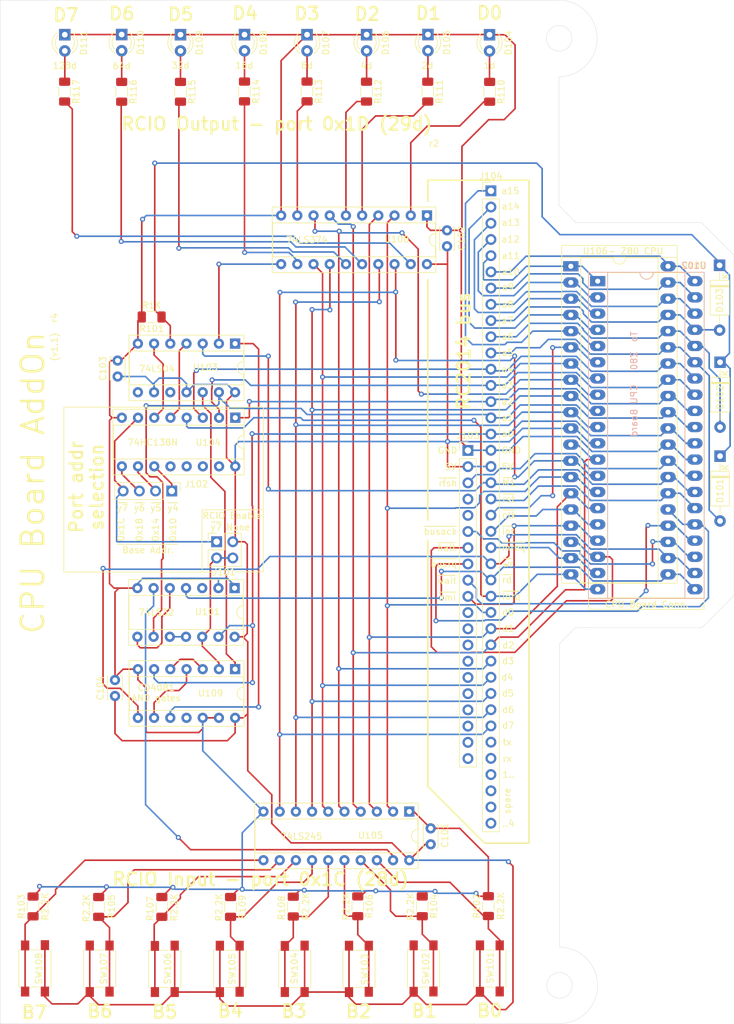
<source format=kicad_pcb>
(kicad_pcb (version 20171130) (host pcbnew 5.1.12-84ad8e8a86~92~ubuntu18.04.1)
  (title_block (title "DTMF Phone central - CPU Board Add-on - Hasler / Ascom") (date 2023-06-24) (rev 4) (comment 1 https://forum.system-cfg.com/viewtopic.php?p=231268#p231268) (comment 2 "RTT No 41178005 (Belgium)") (comment 3 "1061 - 2020 Rev C.") (comment 4 "Add-on for CPU Board"))
  (layers (0 F.Cu signal) (31 B.Cu signal) (34 B.Paste user) (35 F.Paste user) (36 B.SilkS user) (37 F.SilkS user) (38 B.Mask user) (39 F.Mask user) (44 Edge.Cuts user))
  (net 0 "")
  (net 1 +5V)
  (net 2 GND)
  (net 3 "Net-(D101-Pad1)")
  (net 4 /a5)
  (net 5 /a6)
  (net 6 /a7)
  (net 7 "Net-(D104-Pad2)")
  (net 8 "Net-(D105-Pad2)")
  (net 9 "Net-(D106-Pad2)")
  (net 10 "Net-(D107-Pad2)")
  (net 11 "Net-(D108-Pad2)")
  (net 12 "Net-(D109-Pad2)")
  (net 13 "Net-(D110-Pad2)")
  (net 14 "Net-(D111-Pad2)")
  (net 15 "Net-(J101-Pad1)")
  (net 16 _RCIOce)
  (net 17 "Net-(J102-Pad1)")
  (net 18 "Net-(J102-Pad2)")
  (net 19 "Net-(J102-Pad3)")
  (net 20 /_rfsh)
  (net 21 "Net-(J103-Pad4)")
  (net 22 "Net-(J103-Pad5)")
  (net 23 /_busack)
  (net 24 /_halt)
  (net 25 /_busrq)
  (net 26 /_wait)
  (net 27 /_nmi)
  (net 28 "Net-(J103-Pad11)")
  (net 29 "Net-(J103-Pad12)")
  (net 30 "Net-(J103-Pad13)")
  (net 31 "Net-(J103-Pad14)")
  (net 32 "Net-(J103-Pad15)")
  (net 33 "Net-(J103-Pad16)")
  (net 34 "Net-(J103-Pad17)")
  (net 35 "Net-(J103-Pad18)")
  (net 36 "Net-(J103-Pad19)")
  (net 37 "Net-(J103-Pad20)")
  (net 38 /a15)
  (net 39 /a14)
  (net 40 /a13)
  (net 41 /a12)
  (net 42 /a11)
  (net 43 /a10)
  (net 44 /a9)
  (net 45 /a8)
  (net 46 /a4)
  (net 47 /a3)
  (net 48 /a2)
  (net 49 /a1)
  (net 50 /a0)
  (net 51 /_m1)
  (net 52 /_rst)
  (net 53 /_clk)
  (net 54 /_int)
  (net 55 /_mreq)
  (net 56 /_wr)
  (net 57 /_rd)
  (net 58 /_iorq)
  (net 59 /d0)
  (net 60 /d1)
  (net 61 /d2)
  (net 62 /d3)
  (net 63 /d4)
  (net 64 /d5)
  (net 65 /d6)
  (net 66 /d7)
  (net 67 "Net-(J104-Pad35)")
  (net 68 "Net-(J104-Pad36)")
  (net 69 "Net-(J104-Pad37)")
  (net 70 "Net-(J104-Pad38)")
  (net 71 "Net-(J104-Pad39)")
  (net 72 "Net-(J104-Pad40)")
  (net 73 "Net-(R102-Pad2)")
  (net 74 "Net-(R103-Pad1)")
  (net 75 "Net-(R104-Pad2)")
  (net 76 "Net-(R105-Pad1)")
  (net 77 "Net-(R106-Pad2)")
  (net 78 "Net-(R107-Pad1)")
  (net 79 "Net-(R108-Pad2)")
  (net 80 "Net-(R109-Pad1)")
  (net 81 "Net-(R110-Pad2)")
  (net 82 "Net-(R111-Pad2)")
  (net 83 "Net-(R112-Pad2)")
  (net 84 "Net-(R113-Pad2)")
  (net 85 "Net-(R114-Pad2)")
  (net 86 "Net-(R115-Pad2)")
  (net 87 "Net-(R116-Pad2)")
  (net 88 "Net-(R117-Pad2)")
  (net 89 "Net-(U101-Pad6)")
  (net 90 "Net-(U101-Pad5)")
  (net 91 "Net-(U101-Pad10)")
  (net 92 "Net-(U101-Pad3)")
  (net 93 "Net-(U103-Pad1)")
  (net 94 "Net-(U103-Pad8)")
  (net 95 "Net-(U103-Pad2)")
  (net 96 "Net-(U103-Pad10)")
  (net 97 "Net-(U103-Pad4)")
  (net 98 "Net-(U103-Pad6)")
  (net 99 "Net-(U104-Pad12)")
  (net 100 "Net-(U104-Pad13)")
  (net 101 "Net-(U104-Pad14)")
  (net 102 "Net-(U104-Pad15)")
  (net 103 "Net-(U103-Pad12)")
  (net 104 "Net-(U109-Pad3)")
  (net 105 "Net-(U109-Pad11)")
  (net 106 "Net-(U109-Pad4)")
  (module Package_DIP:DIP-14_W7.62mm_Socket (layer F.Cu) (at 87.81 129.79 270)
    (fp_text reference U109 (at 3.76 3.84 180) (layer F.SilkS))
    (fp_text value 4081)
    (pad 14 thru_hole oval (at 7.62 0 270) (size 1.6 1.6) (drill 0.8) (layers *.Cu *.Mask) (net 1 +5V))
    (pad 7 thru_hole oval (at 0 15.24 270) (size 1.6 1.6) (drill 0.8) (layers *.Cu *.Mask) (net 2 GND))
    (pad 13 thru_hole oval (at 7.62 2.54 270) (size 1.6 1.6) (drill 0.8) (layers *.Cu *.Mask) (net 2 GND))
    (pad 6 thru_hole oval (at 0 12.7 270) (size 1.6 1.6) (drill 0.8) (layers *.Cu *.Mask) (net 50 /a0))
    (pad 12 thru_hole oval (at 7.62 5.08 270) (size 1.6 1.6) (drill 0.8) (layers *.Cu *.Mask) (net 2 GND))
    (pad 5 thru_hole oval (at 0 10.16 270) (size 1.6 1.6) (drill 0.8) (layers *.Cu *.Mask) (net 104 "Net-(U109-Pad3)"))
    (pad 11 thru_hole oval (at 7.62 7.62 270) (size 1.6 1.6) (drill 0.8) (layers *.Cu *.Mask) (net 105 "Net-(U109-Pad11)"))
    (pad 4 thru_hole oval (at 0 7.62 270) (size 1.6 1.6) (drill 0.8) (layers *.Cu *.Mask) (net 106 "Net-(U109-Pad4)"))
    (pad 10 thru_hole oval (at 7.62 10.16 270) (size 1.6 1.6) (drill 0.8) (layers *.Cu *.Mask) (net 93 "Net-(U103-Pad1)"))
    (pad 3 thru_hole oval (at 0 5.08 270) (size 1.6 1.6) (drill 0.8) (layers *.Cu *.Mask) (net 104 "Net-(U109-Pad3)"))
    (pad 9 thru_hole oval (at 7.62 12.7 270) (size 1.6 1.6) (drill 0.8) (layers *.Cu *.Mask) (net 106 "Net-(U109-Pad4)"))
    (pad 2 thru_hole oval (at 0 2.54 270) (size 1.6 1.6) (drill 0.8) (layers *.Cu *.Mask) (net 16 _RCIOce))
    (pad 8 thru_hole oval (at 7.62 15.24 270) (size 1.6 1.6) (drill 0.8) (layers *.Cu *.Mask) (net 56 /_wr))
    (pad 1 thru_hole rect (at 0 0 270) (size 1.6 1.6) (drill 0.8) (layers *.Cu *.Mask) (net 103 "Net-(U103-Pad12)"))
  )
  (module Capacitor_THT:C_Disc_D3.4mm_W2.1mm_P2.50mm (layer F.Cu) (at 68.98 133.99 90)
    (fp_text reference C104 (at 1.25 -2.3 90) (layer F.SilkS))
    (fp_text value C10nF)
    (pad 2 thru_hole circle (at 2.5 0 90) (size 1.6 1.6) (drill 0.8) (layers *.Cu *.Mask) (net 2 GND))
    (pad 1 thru_hole circle (at 0 0 90) (size 1.6 1.6) (drill 0.8) (layers *.Cu *.Mask) (net 1 +5V))
  )
  (module Connector_PinHeader_2.54mm:PinHeader_1x20_P2.54mm_Vertical (layer F.Cu) (at 124.3076 95.5294)
    (fp_text reference J103 (at 0 -2.33) (layer F.SilkS))
    (fp_text value Conn_Enh)
    (pad 1 thru_hole rect (at 0 0) (size 1.7 1.7) (drill 1) (layers *.Cu *.Mask) (net 2 GND))
    (pad 2 thru_hole oval (at 0 2.54) (size 1.7 1.7) (drill 1) (layers *.Cu *.Mask) (net 1 +5V))
    (pad 3 thru_hole oval (at 0 5.08) (size 1.7 1.7) (drill 1) (layers *.Cu *.Mask) (net 20 /_rfsh))
    (pad 4 thru_hole oval (at 0 7.62) (size 1.7 1.7) (drill 1) (layers *.Cu *.Mask) (net 21 "Net-(J103-Pad4)"))
    (pad 5 thru_hole oval (at 0 10.16) (size 1.7 1.7) (drill 1) (layers *.Cu *.Mask) (net 22 "Net-(J103-Pad5)"))
    (pad 6 thru_hole oval (at 0 12.7) (size 1.7 1.7) (drill 1) (layers *.Cu *.Mask) (net 23 /_busack))
    (pad 7 thru_hole oval (at 0 15.24) (size 1.7 1.7) (drill 1) (layers *.Cu *.Mask) (net 24 /_halt))
    (pad 8 thru_hole oval (at 0 17.78) (size 1.7 1.7) (drill 1) (layers *.Cu *.Mask) (net 25 /_busrq))
    (pad 9 thru_hole oval (at 0 20.32) (size 1.7 1.7) (drill 1) (layers *.Cu *.Mask) (net 26 /_wait))
    (pad 10 thru_hole oval (at 0 22.86) (size 1.7 1.7) (drill 1) (layers *.Cu *.Mask) (net 27 /_nmi))
    (pad 11 thru_hole oval (at 0 25.4) (size 1.7 1.7) (drill 1) (layers *.Cu *.Mask) (net 28 "Net-(J103-Pad11)"))
    (pad 12 thru_hole oval (at 0 27.94) (size 1.7 1.7) (drill 1) (layers *.Cu *.Mask) (net 29 "Net-(J103-Pad12)"))
    (pad 13 thru_hole oval (at 0 30.48) (size 1.7 1.7) (drill 1) (layers *.Cu *.Mask) (net 30 "Net-(J103-Pad13)"))
    (pad 14 thru_hole oval (at 0 33.02) (size 1.7 1.7) (drill 1) (layers *.Cu *.Mask) (net 31 "Net-(J103-Pad14)"))
    (pad 15 thru_hole oval (at 0 35.56) (size 1.7 1.7) (drill 1) (layers *.Cu *.Mask) (net 32 "Net-(J103-Pad15)"))
    (pad 16 thru_hole oval (at 0 38.1) (size 1.7 1.7) (drill 1) (layers *.Cu *.Mask) (net 33 "Net-(J103-Pad16)"))
    (pad 17 thru_hole oval (at 0 40.64) (size 1.7 1.7) (drill 1) (layers *.Cu *.Mask) (net 34 "Net-(J103-Pad17)"))
    (pad 18 thru_hole oval (at 0 43.18) (size 1.7 1.7) (drill 1) (layers *.Cu *.Mask) (net 35 "Net-(J103-Pad18)"))
    (pad 19 thru_hole oval (at 0 45.72) (size 1.7 1.7) (drill 1) (layers *.Cu *.Mask) (net 36 "Net-(J103-Pad19)"))
    (pad 20 thru_hole oval (at 0 48.26) (size 1.7 1.7) (drill 1) (layers *.Cu *.Mask) (net 37 "Net-(J103-Pad20)"))
  )
  (module Capacitor_THT:C_Disc_D3.4mm_W2.1mm_P2.50mm (layer F.Cu) (at 118.4656 157.226 90)
    (fp_text reference C101 (at 1.397 2.2352 270) (layer F.SilkS))
    (fp_text value C10nF)
    (pad 1 thru_hole circle (at 0 0 90) (size 1.6 1.6) (drill 0.8) (layers *.Cu *.Mask) (net 1 +5V))
    (pad 2 thru_hole circle (at 2.5 0 90) (size 1.6 1.6) (drill 0.8) (layers *.Cu *.Mask) (net 2 GND))
  )
  (module Capacitor_THT:C_Disc_D3.4mm_W2.1mm_P2.50mm (layer F.Cu) (at 121.031 63.5508 90)
    (fp_text reference C102 (at 1.27 2.286 90) (layer F.SilkS))
    (fp_text value C10nF)
    (pad 2 thru_hole circle (at 2.5 0 90) (size 1.6 1.6) (drill 0.8) (layers *.Cu *.Mask) (net 2 GND))
    (pad 1 thru_hole circle (at 0 0 90) (size 1.6 1.6) (drill 0.8) (layers *.Cu *.Mask) (net 1 +5V))
  )
  (module Capacitor_THT:C_Disc_D3.4mm_W2.1mm_P2.50mm (layer F.Cu) (at 69.3928 83.947 90)
    (fp_text reference C103 (at 1.25 -2.3 90) (layer F.SilkS))
    (fp_text value C10nF)
    (pad 1 thru_hole circle (at 0 0 90) (size 1.6 1.6) (drill 0.8) (layers *.Cu *.Mask) (net 1 +5V))
    (pad 2 thru_hole circle (at 2.5 0 90) (size 1.6 1.6) (drill 0.8) (layers *.Cu *.Mask) (net 2 GND))
  )
  (module Diode_THT:D_A-405_P10.16mm_Horizontal (layer F.Cu) (at 163.83 96.4184 270)
    (fp_text reference D101 (at 5.428999 0.008799 90) (layer F.SilkS))
    (fp_text value 1N4001)
    (fp_text user K (at 1.7526 -0.8128 90) (layer F.SilkS))
    (pad 1 thru_hole rect (at 0 0 270) (size 1.8 1.8) (drill 0.9) (layers *.Cu *.Mask) (net 3 "Net-(D101-Pad1)"))
    (pad 2 thru_hole oval (at 10.16 0 270) (size 1.8 1.8) (drill 0.9) (layers *.Cu *.Mask) (net 4 /a5))
  )
  (module Diode_THT:D_A-405_P10.16mm_Horizontal (layer F.Cu) (at 163.83 81.7118 270)
    (fp_text reference D102 (at 5.4864 0 90) (layer F.SilkS))
    (fp_text value 1N4001)
    (fp_text user K (at 1.7018 -0.8128 90) (layer F.SilkS))
    (pad 2 thru_hole oval (at 10.16 0 270) (size 1.8 1.8) (drill 0.9) (layers *.Cu *.Mask) (net 5 /a6))
    (pad 1 thru_hole rect (at 0 0 270) (size 1.8 1.8) (drill 0.9) (layers *.Cu *.Mask) (net 3 "Net-(D101-Pad1)"))
  )
  (module Diode_THT:D_A-405_P10.16mm_Horizontal (layer F.Cu) (at 163.7538 66.5226 270)
    (fp_text reference D103 (at 5.4864 0 90) (layer F.SilkS))
    (fp_text value 1N4001)
    (fp_text user K (at 1.6764 -0.9398 90) (layer F.SilkS))
    (pad 1 thru_hole rect (at 0 0 270) (size 1.8 1.8) (drill 0.9) (layers *.Cu *.Mask) (net 3 "Net-(D101-Pad1)"))
    (pad 2 thru_hole oval (at 10.16 0 270) (size 1.8 1.8) (drill 0.9) (layers *.Cu *.Mask) (net 6 /a7))
  )
  (module LED_THT:LED_D3.0mm_FlatTop (layer F.Cu) (at 127.688999 30.412401 270)
    (fp_text reference D104 (at 1.27 -2.96 90) (layer F.SilkS))
    (fp_text value LED)
    (pad 2 thru_hole circle (at 2.54 0 270) (size 1.8 1.8) (drill 0.9) (layers *.Cu *.Mask) (net 7 "Net-(D104-Pad2)"))
    (pad 1 thru_hole rect (at 0 0 270) (size 1.8 1.8) (drill 0.9) (layers *.Cu *.Mask) (net 2 GND))
  )
  (module LED_THT:LED_D3.0mm_FlatTop (layer F.Cu) (at 118.035599 30.380601 270)
    (fp_text reference D105 (at 1.27 -2.96 90) (layer F.SilkS))
    (fp_text value LED)
    (pad 1 thru_hole rect (at 0 0 270) (size 1.8 1.8) (drill 0.9) (layers *.Cu *.Mask) (net 2 GND))
    (pad 2 thru_hole circle (at 2.54 0 270) (size 1.8 1.8) (drill 0.9) (layers *.Cu *.Mask) (net 8 "Net-(D105-Pad2)"))
  )
  (module LED_THT:LED_D3.0mm_FlatTop (layer F.Cu) (at 108.421599 30.399601 270)
    (fp_text reference D106 (at 1.27 -2.96 90) (layer F.SilkS))
    (fp_text value LED)
    (pad 2 thru_hole circle (at 2.54 0 270) (size 1.8 1.8) (drill 0.9) (layers *.Cu *.Mask) (net 9 "Net-(D106-Pad2)"))
    (pad 1 thru_hole rect (at 0 0 270) (size 1.8 1.8) (drill 0.9) (layers *.Cu *.Mask) (net 2 GND))
  )
  (module LED_THT:LED_D3.0mm_FlatTop (layer F.Cu) (at 99.0854 30.4038 270)
    (fp_text reference D107 (at 1.27 -2.96 90) (layer F.SilkS))
    (fp_text value LED)
    (pad 1 thru_hole rect (at 0 0 270) (size 1.8 1.8) (drill 0.9) (layers *.Cu *.Mask) (net 2 GND))
    (pad 2 thru_hole circle (at 2.54 0 270) (size 1.8 1.8) (drill 0.9) (layers *.Cu *.Mask) (net 10 "Net-(D107-Pad2)"))
  )
  (module LED_THT:LED_D3.0mm_FlatTop (layer F.Cu) (at 89.281999 30.394001 270)
    (fp_text reference D108 (at 1.27 -2.96 90) (layer F.SilkS))
    (fp_text value LED)
    (pad 2 thru_hole circle (at 2.54 0 270) (size 1.8 1.8) (drill 0.9) (layers *.Cu *.Mask) (net 11 "Net-(D108-Pad2)"))
    (pad 1 thru_hole rect (at 0 0 270) (size 1.8 1.8) (drill 0.9) (layers *.Cu *.Mask) (net 2 GND))
  )
  (module LED_THT:LED_D3.0mm_FlatTop (layer F.Cu) (at 79.248 30.4038 270)
    (fp_text reference D109 (at 1.27 -2.96 90) (layer F.SilkS))
    (fp_text value LED)
    (pad 1 thru_hole rect (at 0 0 270) (size 1.8 1.8) (drill 0.9) (layers *.Cu *.Mask) (net 2 GND))
    (pad 2 thru_hole circle (at 2.54 0 270) (size 1.8 1.8) (drill 0.9) (layers *.Cu *.Mask) (net 12 "Net-(D109-Pad2)"))
  )
  (module LED_THT:LED_D3.0mm_FlatTop (layer F.Cu) (at 70.0278 30.3784 270)
    (fp_text reference D110 (at 1.27 -2.96 90) (layer F.SilkS))
    (fp_text value LED)
    (pad 2 thru_hole circle (at 2.54 0 270) (size 1.8 1.8) (drill 0.9) (layers *.Cu *.Mask) (net 13 "Net-(D110-Pad2)"))
    (pad 1 thru_hole rect (at 0 0 270) (size 1.8 1.8) (drill 0.9) (layers *.Cu *.Mask) (net 2 GND))
  )
  (module LED_THT:LED_D3.0mm_FlatTop (layer F.Cu) (at 61.1124 30.4038 270)
    (fp_text reference D111 (at 1.27 -2.96 90) (layer F.SilkS))
    (fp_text value LED)
    (pad 1 thru_hole rect (at 0 0 270) (size 1.8 1.8) (drill 0.9) (layers *.Cu *.Mask) (net 2 GND))
    (pad 2 thru_hole circle (at 2.54 0 270) (size 1.8 1.8) (drill 0.9) (layers *.Cu *.Mask) (net 14 "Net-(D111-Pad2)"))
  )
  (module Connector_PinHeader_2.54mm:PinHeader_2x02_P2.54mm_Vertical (layer F.Cu) (at 84.9122 109.8296)
    (fp_text reference J101 (at 1.1684 4.7498) (layer F.SilkS))
    (fp_text value conn_Y7)
    (pad 1 thru_hole rect (at 0 0) (size 1.7 1.7) (drill 1) (layers *.Cu *.Mask) (net 15 "Net-(J101-Pad1)"))
    (pad 2 thru_hole oval (at 2.54 0) (size 1.7 1.7) (drill 1) (layers *.Cu *.Mask) (net 1 +5V))
    (pad 3 thru_hole oval (at 0 2.54) (size 1.7 1.7) (drill 1) (layers *.Cu *.Mask) (net 16 _RCIOce))
    (pad 4 thru_hole oval (at 2.54 2.54) (size 1.7 1.7) (drill 1) (layers *.Cu *.Mask) (net 16 _RCIOce))
  )
  (module Connector_PinHeader_2.54mm:PinHeader_1x04_P2.54mm_Vertical (layer F.Cu) (at 77.8764 101.8794 270)
    (fp_text reference J102 (at -1.0922 -3.8608 180) (layer F.SilkS))
    (fp_text value Conn_Selector)
    (pad 1 thru_hole rect (at 0 0 270) (size 1.7 1.7) (drill 1) (layers *.Cu *.Mask) (net 17 "Net-(J102-Pad1)"))
    (pad 2 thru_hole oval (at 0 2.54 270) (size 1.7 1.7) (drill 1) (layers *.Cu *.Mask) (net 18 "Net-(J102-Pad2)"))
    (pad 3 thru_hole oval (at 0 5.08 270) (size 1.7 1.7) (drill 1) (layers *.Cu *.Mask) (net 19 "Net-(J102-Pad3)"))
    (pad 4 thru_hole oval (at 0 7.62 270) (size 1.7 1.7) (drill 1) (layers *.Cu *.Mask) (net 15 "Net-(J101-Pad1)"))
  )
  (module Connector_PinHeader_2.54mm:PinHeader_1x40_P2.54mm_Vertical (layer F.Cu) (at 127.910601 54.860201)
    (fp_text reference J104 (at 0 -2.33) (layer F.SilkS))
    (fp_text value Conn_RC2014)
    (pad 1 thru_hole rect (at 0 0) (size 1.7 1.7) (drill 1) (layers *.Cu *.Mask) (net 38 /a15))
    (pad 2 thru_hole oval (at 0 2.54) (size 1.7 1.7) (drill 1) (layers *.Cu *.Mask) (net 39 /a14))
    (pad 3 thru_hole oval (at 0 5.08) (size 1.7 1.7) (drill 1) (layers *.Cu *.Mask) (net 40 /a13))
    (pad 4 thru_hole oval (at 0 7.62) (size 1.7 1.7) (drill 1) (layers *.Cu *.Mask) (net 41 /a12))
    (pad 5 thru_hole oval (at 0 10.16) (size 1.7 1.7) (drill 1) (layers *.Cu *.Mask) (net 42 /a11))
    (pad 6 thru_hole oval (at 0 12.7) (size 1.7 1.7) (drill 1) (layers *.Cu *.Mask) (net 43 /a10))
    (pad 7 thru_hole oval (at 0 15.24) (size 1.7 1.7) (drill 1) (layers *.Cu *.Mask) (net 44 /a9))
    (pad 8 thru_hole oval (at 0 17.78) (size 1.7 1.7) (drill 1) (layers *.Cu *.Mask) (net 45 /a8))
    (pad 9 thru_hole oval (at 0 20.32) (size 1.7 1.7) (drill 1) (layers *.Cu *.Mask) (net 6 /a7))
    (pad 10 thru_hole oval (at 0 22.86) (size 1.7 1.7) (drill 1) (layers *.Cu *.Mask) (net 5 /a6))
    (pad 11 thru_hole oval (at 0 25.4) (size 1.7 1.7) (drill 1) (layers *.Cu *.Mask) (net 4 /a5))
    (pad 12 thru_hole oval (at 0 27.94) (size 1.7 1.7) (drill 1) (layers *.Cu *.Mask) (net 46 /a4))
    (pad 13 thru_hole oval (at 0 30.48) (size 1.7 1.7) (drill 1) (layers *.Cu *.Mask) (net 47 /a3))
    (pad 14 thru_hole oval (at 0 33.02) (size 1.7 1.7) (drill 1) (layers *.Cu *.Mask) (net 48 /a2))
    (pad 15 thru_hole oval (at 0 35.56) (size 1.7 1.7) (drill 1) (layers *.Cu *.Mask) (net 49 /a1))
    (pad 16 thru_hole oval (at 0 38.1) (size 1.7 1.7) (drill 1) (layers *.Cu *.Mask) (net 50 /a0))
    (pad 17 thru_hole oval (at 0 40.64) (size 1.7 1.7) (drill 1) (layers *.Cu *.Mask) (net 2 GND))
    (pad 18 thru_hole oval (at 0 43.18) (size 1.7 1.7) (drill 1) (layers *.Cu *.Mask) (net 1 +5V))
    (pad 19 thru_hole oval (at 0 45.72) (size 1.7 1.7) (drill 1) (layers *.Cu *.Mask) (net 51 /_m1))
    (pad 20 thru_hole oval (at 0 48.26) (size 1.7 1.7) (drill 1) (layers *.Cu *.Mask) (net 52 /_rst))
    (pad 21 thru_hole oval (at 0 50.8) (size 1.7 1.7) (drill 1) (layers *.Cu *.Mask) (net 53 /_clk))
    (pad 22 thru_hole oval (at 0 53.34) (size 1.7 1.7) (drill 1) (layers *.Cu *.Mask) (net 54 /_int))
    (pad 23 thru_hole oval (at 0 55.88) (size 1.7 1.7) (drill 1) (layers *.Cu *.Mask) (net 55 /_mreq))
    (pad 24 thru_hole oval (at 0 58.42) (size 1.7 1.7) (drill 1) (layers *.Cu *.Mask) (net 56 /_wr))
    (pad 25 thru_hole oval (at 0 60.96) (size 1.7 1.7) (drill 1) (layers *.Cu *.Mask) (net 57 /_rd))
    (pad 26 thru_hole oval (at 0 63.5) (size 1.7 1.7) (drill 1) (layers *.Cu *.Mask) (net 58 /_iorq))
    (pad 27 thru_hole oval (at 0 66.04) (size 1.7 1.7) (drill 1) (layers *.Cu *.Mask) (net 59 /d0))
    (pad 28 thru_hole oval (at 0 68.58) (size 1.7 1.7) (drill 1) (layers *.Cu *.Mask) (net 60 /d1))
    (pad 29 thru_hole oval (at 0 71.12) (size 1.7 1.7) (drill 1) (layers *.Cu *.Mask) (net 61 /d2))
    (pad 30 thru_hole oval (at 0 73.66) (size 1.7 1.7) (drill 1) (layers *.Cu *.Mask) (net 62 /d3))
    (pad 31 thru_hole oval (at 0 76.2) (size 1.7 1.7) (drill 1) (layers *.Cu *.Mask) (net 63 /d4))
    (pad 32 thru_hole oval (at 0 78.74) (size 1.7 1.7) (drill 1) (layers *.Cu *.Mask) (net 64 /d5))
    (pad 33 thru_hole oval (at 0 81.28) (size 1.7 1.7) (drill 1) (layers *.Cu *.Mask) (net 65 /d6))
    (pad 34 thru_hole oval (at 0 83.82) (size 1.7 1.7) (drill 1) (layers *.Cu *.Mask) (net 66 /d7))
    (pad 35 thru_hole oval (at 0 86.36) (size 1.7 1.7) (drill 1) (layers *.Cu *.Mask) (net 67 "Net-(J104-Pad35)"))
    (pad 36 thru_hole oval (at 0 88.9) (size 1.7 1.7) (drill 1) (layers *.Cu *.Mask) (net 68 "Net-(J104-Pad36)"))
    (pad 37 thru_hole oval (at 0 91.44) (size 1.7 1.7) (drill 1) (layers *.Cu *.Mask) (net 69 "Net-(J104-Pad37)"))
    (pad 38 thru_hole oval (at 0 93.98) (size 1.7 1.7) (drill 1) (layers *.Cu *.Mask) (net 70 "Net-(J104-Pad38)"))
    (pad 39 thru_hole oval (at 0 96.52) (size 1.7 1.7) (drill 1) (layers *.Cu *.Mask) (net 71 "Net-(J104-Pad39)"))
    (pad 40 thru_hole oval (at 0 99.06) (size 1.7 1.7) (drill 1) (layers *.Cu *.Mask) (net 72 "Net-(J104-Pad40)"))
  )
  (module Resistor_SMD:R_1206_3216Metric_Pad1.30x1.75mm_HandSolder (layer F.Cu) (at 74.7268 74.6252 180)
    (fp_text reference R101 (at 0 -1.82) (layer F.SilkS))
    (fp_text value R1K)
    (pad 1 smd roundrect (at -1.55 0 180) (size 1.3 1.75) (layers F.Cu F.Paste F.Mask) (roundrect_rratio 0.1923069230769231) (net 3 "Net-(D101-Pad1)"))
    (pad 2 smd roundrect (at 1.55 0 180) (size 1.3 1.75) (layers F.Cu F.Paste F.Mask) (roundrect_rratio 0.1923069230769231) (net 2 GND))
  )
  (module Resistor_SMD:R_1206_3216Metric_Pad1.30x1.75mm_HandSolder (layer F.Cu) (at 127.508 166.9034 270)
    (fp_text reference R102 (at 0 1.8288 90) (layer F.SilkS))
    (fp_text value R2.2K)
    (pad 1 smd roundrect (at -1.55 0 270) (size 1.3 1.75) (layers F.Cu F.Paste F.Mask) (roundrect_rratio 0.1923069230769231) (net 2 GND))
    (pad 2 smd roundrect (at 1.55 0 270) (size 1.3 1.75) (layers F.Cu F.Paste F.Mask) (roundrect_rratio 0.1923069230769231) (net 73 "Net-(R102-Pad2)"))
  )
  (module Resistor_SMD:R_1206_3216Metric_Pad1.30x1.75mm_HandSolder (layer F.Cu) (at 56.134 166.9548 90)
    (fp_text reference R103 (at 0 -1.82 90) (layer F.SilkS))
    (fp_text value R2.2K)
    (pad 2 smd roundrect (at 1.55 0 90) (size 1.3 1.75) (layers F.Cu F.Paste F.Mask) (roundrect_rratio 0.1923069230769231) (net 2 GND))
    (pad 1 smd roundrect (at -1.55 0 90) (size 1.3 1.75) (layers F.Cu F.Paste F.Mask) (roundrect_rratio 0.1923069230769231) (net 74 "Net-(R103-Pad1)"))
  )
  (module Resistor_SMD:R_1206_3216Metric_Pad1.30x1.75mm_HandSolder (layer F.Cu) (at 117.146999 166.941801 270)
    (fp_text reference R104 (at 0 -1.82 90) (layer F.SilkS))
    (fp_text value R2.2K)
    (pad 2 smd roundrect (at 1.55 0 270) (size 1.3 1.75) (layers F.Cu F.Paste F.Mask) (roundrect_rratio 0.1923069230769231) (net 75 "Net-(R104-Pad2)"))
    (pad 1 smd roundrect (at -1.55 0 270) (size 1.3 1.75) (layers F.Cu F.Paste F.Mask) (roundrect_rratio 0.1923069230769231) (net 2 GND))
  )
  (module Resistor_SMD:R_1206_3216Metric_Pad1.30x1.75mm_HandSolder (layer F.Cu) (at 66.421 167.0304 90)
    (fp_text reference R105 (at 0.0254 2.032 90) (layer F.SilkS))
    (fp_text value R2.2K)
    (pad 1 smd roundrect (at -1.55 0 90) (size 1.3 1.75) (layers F.Cu F.Paste F.Mask) (roundrect_rratio 0.1923069230769231) (net 76 "Net-(R105-Pad1)"))
    (pad 2 smd roundrect (at 1.55 0 90) (size 1.3 1.75) (layers F.Cu F.Paste F.Mask) (roundrect_rratio 0.1923069230769231) (net 2 GND))
  )
  (module Resistor_SMD:R_1206_3216Metric_Pad1.30x1.75mm_HandSolder (layer F.Cu) (at 107.0356 166.9288 270)
    (fp_text reference R106 (at 0 -1.82 90) (layer F.SilkS))
    (fp_text value R2.2K)
    (pad 1 smd roundrect (at -1.55 0 270) (size 1.3 1.75) (layers F.Cu F.Paste F.Mask) (roundrect_rratio 0.1923069230769231) (net 2 GND))
    (pad 2 smd roundrect (at 1.55 0 270) (size 1.3 1.75) (layers F.Cu F.Paste F.Mask) (roundrect_rratio 0.1923069230769231) (net 77 "Net-(R106-Pad2)"))
  )
  (module Resistor_SMD:R_1206_3216Metric_Pad1.30x1.75mm_HandSolder (layer F.Cu) (at 76.327 167.031 90)
    (fp_text reference R107 (at -0.2534 -1.8288 90) (layer F.SilkS))
    (fp_text value R2.2K)
    (pad 2 smd roundrect (at 1.55 0 90) (size 1.3 1.75) (layers F.Cu F.Paste F.Mask) (roundrect_rratio 0.1923069230769231) (net 2 GND))
    (pad 1 smd roundrect (at -1.55 0 90) (size 1.3 1.75) (layers F.Cu F.Paste F.Mask) (roundrect_rratio 0.1923069230769231) (net 78 "Net-(R107-Pad1)"))
  )
  (module Resistor_SMD:R_1206_3216Metric_Pad1.30x1.75mm_HandSolder (layer F.Cu) (at 96.9264 166.9796 270)
    (fp_text reference R108 (at 0.2032 1.8288 90) (layer F.SilkS))
    (fp_text value R2.2K)
    (pad 2 smd roundrect (at 1.55 0 270) (size 1.3 1.75) (layers F.Cu F.Paste F.Mask) (roundrect_rratio 0.1923069230769231) (net 79 "Net-(R108-Pad2)"))
    (pad 1 smd roundrect (at -1.55 0 270) (size 1.3 1.75) (layers F.Cu F.Paste F.Mask) (roundrect_rratio 0.1923069230769231) (net 2 GND))
  )
  (module Resistor_SMD:R_1206_3216Metric_Pad1.30x1.75mm_HandSolder (layer F.Cu) (at 87.0966 167.0304 90)
    (fp_text reference R109 (at -0.0508 1.8288 90) (layer F.SilkS))
    (fp_text value R2.2K)
    (pad 1 smd roundrect (at -1.55 0 90) (size 1.3 1.75) (layers F.Cu F.Paste F.Mask) (roundrect_rratio 0.1923069230769231) (net 80 "Net-(R109-Pad1)"))
    (pad 2 smd roundrect (at 1.55 0 90) (size 1.3 1.75) (layers F.Cu F.Paste F.Mask) (roundrect_rratio 0.1923069230769231) (net 2 GND))
  )
  (module Resistor_SMD:R_1206_3216Metric_Pad1.30x1.75mm_HandSolder (layer F.Cu) (at 127.7112 39.3446 270)
    (fp_text reference R110 (at 0 -1.82 90) (layer F.SilkS))
    (fp_text value R330)
    (pad 1 smd roundrect (at -1.55 0 270) (size 1.3 1.75) (layers F.Cu F.Paste F.Mask) (roundrect_rratio 0.1923069230769231) (net 7 "Net-(D104-Pad2)"))
    (pad 2 smd roundrect (at 1.55 0 270) (size 1.3 1.75) (layers F.Cu F.Paste F.Mask) (roundrect_rratio 0.1923069230769231) (net 81 "Net-(R110-Pad2)"))
  )
  (module Resistor_SMD:R_1206_3216Metric_Pad1.30x1.75mm_HandSolder (layer F.Cu) (at 118.0084 39.3192 270)
    (fp_text reference R111 (at 0 -1.82 90) (layer F.SilkS))
    (fp_text value R330)
    (pad 2 smd roundrect (at 1.55 0 270) (size 1.3 1.75) (layers F.Cu F.Paste F.Mask) (roundrect_rratio 0.1923069230769231) (net 82 "Net-(R111-Pad2)"))
    (pad 1 smd roundrect (at -1.55 0 270) (size 1.3 1.75) (layers F.Cu F.Paste F.Mask) (roundrect_rratio 0.1923069230769231) (net 8 "Net-(D105-Pad2)"))
  )
  (module Resistor_SMD:R_1206_3216Metric_Pad1.30x1.75mm_HandSolder (layer F.Cu) (at 108.4072 39.3186 270)
    (fp_text reference R112 (at 0 -1.82 90) (layer F.SilkS))
    (fp_text value R330)
    (pad 1 smd roundrect (at -1.55 0 270) (size 1.3 1.75) (layers F.Cu F.Paste F.Mask) (roundrect_rratio 0.1923069230769231) (net 9 "Net-(D106-Pad2)"))
    (pad 2 smd roundrect (at 1.55 0 270) (size 1.3 1.75) (layers F.Cu F.Paste F.Mask) (roundrect_rratio 0.1923069230769231) (net 83 "Net-(R112-Pad2)"))
  )
  (module Resistor_SMD:R_1206_3216Metric_Pad1.30x1.75mm_HandSolder (layer F.Cu) (at 99.0854 39.2944 270)
    (fp_text reference R113 (at 0 -1.82 90) (layer F.SilkS))
    (fp_text value R330)
    (pad 2 smd roundrect (at 1.55 0 270) (size 1.3 1.75) (layers F.Cu F.Paste F.Mask) (roundrect_rratio 0.1923069230769231) (net 84 "Net-(R113-Pad2)"))
    (pad 1 smd roundrect (at -1.55 0 270) (size 1.3 1.75) (layers F.Cu F.Paste F.Mask) (roundrect_rratio 0.1923069230769231) (net 10 "Net-(D107-Pad2)"))
  )
  (module Resistor_SMD:R_1206_3216Metric_Pad1.30x1.75mm_HandSolder (layer F.Cu) (at 89.281 39.2944 270)
    (fp_text reference R114 (at 0 -1.82 90) (layer F.SilkS))
    (fp_text value R330)
    (pad 1 smd roundrect (at -1.55 0 270) (size 1.3 1.75) (layers F.Cu F.Paste F.Mask) (roundrect_rratio 0.1923069230769231) (net 11 "Net-(D108-Pad2)"))
    (pad 2 smd roundrect (at 1.55 0 270) (size 1.3 1.75) (layers F.Cu F.Paste F.Mask) (roundrect_rratio 0.1923069230769231) (net 85 "Net-(R114-Pad2)"))
  )
  (module Resistor_SMD:R_1206_3216Metric_Pad1.30x1.75mm_HandSolder (layer F.Cu) (at 79.248 39.3452 270)
    (fp_text reference R115 (at 0 -1.82 90) (layer F.SilkS))
    (fp_text value R330)
    (pad 2 smd roundrect (at 1.55 0 270) (size 1.3 1.75) (layers F.Cu F.Paste F.Mask) (roundrect_rratio 0.1923069230769231) (net 86 "Net-(R115-Pad2)"))
    (pad 1 smd roundrect (at -1.55 0 270) (size 1.3 1.75) (layers F.Cu F.Paste F.Mask) (roundrect_rratio 0.1923069230769231) (net 12 "Net-(D109-Pad2)"))
  )
  (module Resistor_SMD:R_1206_3216Metric_Pad1.30x1.75mm_HandSolder (layer F.Cu) (at 70.0278 39.3452 270)
    (fp_text reference R116 (at 0 -1.82 90) (layer F.SilkS))
    (fp_text value R330)
    (pad 1 smd roundrect (at -1.55 0 270) (size 1.3 1.75) (layers F.Cu F.Paste F.Mask) (roundrect_rratio 0.1923069230769231) (net 13 "Net-(D110-Pad2)"))
    (pad 2 smd roundrect (at 1.55 0 270) (size 1.3 1.75) (layers F.Cu F.Paste F.Mask) (roundrect_rratio 0.1923069230769231) (net 87 "Net-(R116-Pad2)"))
  )
  (module Resistor_SMD:R_1206_3216Metric_Pad1.30x1.75mm_HandSolder (layer F.Cu) (at 61.087 39.3192 270)
    (fp_text reference R117 (at 0 -1.82 90) (layer F.SilkS))
    (fp_text value R330)
    (pad 2 smd roundrect (at 1.55 0 270) (size 1.3 1.75) (layers F.Cu F.Paste F.Mask) (roundrect_rratio 0.1923069230769231) (net 88 "Net-(R117-Pad2)"))
    (pad 1 smd roundrect (at -1.55 0 270) (size 1.3 1.75) (layers F.Cu F.Paste F.Mask) (roundrect_rratio 0.1923069230769231) (net 14 "Net-(D111-Pad2)"))
  )
  (module Button_Switch_SMD_mch:SW_Push_TL3305G_NO_4.5x4.5mm_H4.5mm (layer F.Cu) (at 129.286 173.1264 270)
    (fp_text reference SW101 (at 3.429 1.4732 90) (layer F.SilkS))
    (fp_text value SW_Push)
    (pad 2 smd rect (at -0.075 3.1 270) (size 1.55 1.3) (layers F.Cu F.Paste F.Mask) (net 1 +5V))
    (pad 1 smd rect (at -0.075 0 270) (size 1.55 1.3) (layers F.Cu F.Paste F.Mask) (net 73 "Net-(R102-Pad2)"))
    (pad 1 smd rect (at 7.15 0 270) (size 1.55 1.3) (layers F.Cu F.Paste F.Mask) (net 73 "Net-(R102-Pad2)"))
    (pad 2 smd rect (at 7.2 3.1 270) (size 1.55 1.3) (layers F.Cu F.Paste F.Mask) (net 1 +5V))
  )
  (module Button_Switch_SMD_mch:SW_Push_TL3305G_NO_4.5x4.5mm_H4.5mm (layer F.Cu) (at 118.8974 173.1264 270)
    (fp_text reference SW102 (at 3.5814 1.1938 90) (layer F.SilkS))
    (fp_text value SW_Push)
    (pad 2 smd rect (at 7.2 3.1 270) (size 1.55 1.3) (layers F.Cu F.Paste F.Mask) (net 1 +5V))
    (pad 1 smd rect (at 7.15 0 270) (size 1.55 1.3) (layers F.Cu F.Paste F.Mask) (net 75 "Net-(R104-Pad2)"))
    (pad 1 smd rect (at -0.075 0 270) (size 1.55 1.3) (layers F.Cu F.Paste F.Mask) (net 75 "Net-(R104-Pad2)"))
    (pad 2 smd rect (at -0.075 3.1 270) (size 1.55 1.3) (layers F.Cu F.Paste F.Mask) (net 1 +5V))
  )
  (module Button_Switch_SMD_mch:SW_Push_TL3305G_NO_4.5x4.5mm_H4.5mm (layer F.Cu) (at 108.7628 173.1772 270)
    (fp_text reference SW103 (at 3.629001 0.624999 90) (layer F.SilkS))
    (fp_text value SW_Push)
    (pad 2 smd rect (at -0.075 3.1 270) (size 1.55 1.3) (layers F.Cu F.Paste F.Mask) (net 1 +5V))
    (pad 1 smd rect (at -0.075 0 270) (size 1.55 1.3) (layers F.Cu F.Paste F.Mask) (net 77 "Net-(R106-Pad2)"))
    (pad 1 smd rect (at 7.15 0 270) (size 1.55 1.3) (layers F.Cu F.Paste F.Mask) (net 77 "Net-(R106-Pad2)"))
    (pad 2 smd rect (at 7.2 3.1 270) (size 1.55 1.3) (layers F.Cu F.Paste F.Mask) (net 1 +5V))
  )
  (module Button_Switch_SMD_mch:SW_Push_TL3305G_NO_4.5x4.5mm_H4.5mm (layer F.Cu) (at 95.6056 180.2892 90)
    (fp_text reference SW104 (at 3.6322 1.4986 90) (layer F.SilkS))
    (fp_text value SW_Push)
    (pad 2 smd rect (at 7.2 3.1 90) (size 1.55 1.3) (layers F.Cu F.Paste F.Mask) (net 1 +5V))
    (pad 1 smd rect (at 7.15 0 90) (size 1.55 1.3) (layers F.Cu F.Paste F.Mask) (net 79 "Net-(R108-Pad2)"))
    (pad 1 smd rect (at -0.075 0 90) (size 1.55 1.3) (layers F.Cu F.Paste F.Mask) (net 79 "Net-(R108-Pad2)"))
    (pad 2 smd rect (at -0.075 3.1 90) (size 1.55 1.3) (layers F.Cu F.Paste F.Mask) (net 1 +5V))
  )
  (module Button_Switch_SMD_mch:SW_Push_TL3305G_NO_4.5x4.5mm_H4.5mm (layer F.Cu) (at 88.519 173.1772 270)
    (fp_text reference SW105 (at 3.578201 1.170599 90) (layer F.SilkS))
    (fp_text value SW_Push)
    (pad 2 smd rect (at -0.075 3.1 270) (size 1.55 1.3) (layers F.Cu F.Paste F.Mask) (net 1 +5V))
    (pad 1 smd rect (at -0.075 0 270) (size 1.55 1.3) (layers F.Cu F.Paste F.Mask) (net 80 "Net-(R109-Pad1)"))
    (pad 1 smd rect (at 7.15 0 270) (size 1.55 1.3) (layers F.Cu F.Paste F.Mask) (net 80 "Net-(R109-Pad1)"))
    (pad 2 smd rect (at 7.2 3.1 270) (size 1.55 1.3) (layers F.Cu F.Paste F.Mask) (net 1 +5V))
  )
  (module Button_Switch_SMD_mch:SW_Push_TL3305G_NO_4.5x4.5mm_H4.5mm (layer F.Cu) (at 75.2348 180.2892 90)
    (fp_text reference SW106 (at 3.579799 2.001599 90) (layer F.SilkS))
    (fp_text value SW_Push)
    (pad 2 smd rect (at 7.2 3.1 90) (size 1.55 1.3) (layers F.Cu F.Paste F.Mask) (net 1 +5V))
    (pad 1 smd rect (at 7.15 0 90) (size 1.55 1.3) (layers F.Cu F.Paste F.Mask) (net 78 "Net-(R107-Pad1)"))
    (pad 1 smd rect (at -0.075 0 90) (size 1.55 1.3) (layers F.Cu F.Paste F.Mask) (net 78 "Net-(R107-Pad1)"))
    (pad 2 smd rect (at -0.075 3.1 90) (size 1.55 1.3) (layers F.Cu F.Paste F.Mask) (net 1 +5V))
  )
  (module Button_Switch_SMD_mch:SW_Push_TL3305G_NO_4.5x4.5mm_H4.5mm (layer F.Cu) (at 68.1228 173.1518 270)
    (fp_text reference SW107 (at 3.552801 0.903399 90) (layer F.SilkS))
    (fp_text value SW_Push)
    (pad 2 smd rect (at -0.075 3.1 270) (size 1.55 1.3) (layers F.Cu F.Paste F.Mask) (net 1 +5V))
    (pad 1 smd rect (at -0.075 0 270) (size 1.55 1.3) (layers F.Cu F.Paste F.Mask) (net 76 "Net-(R105-Pad1)"))
    (pad 1 smd rect (at 7.15 0 270) (size 1.55 1.3) (layers F.Cu F.Paste F.Mask) (net 76 "Net-(R105-Pad1)"))
    (pad 2 smd rect (at 7.2 3.1 270) (size 1.55 1.3) (layers F.Cu F.Paste F.Mask) (net 1 +5V))
  )
  (module Button_Switch_SMD_mch:SW_Push_TL3305G_NO_4.5x4.5mm_H4.5mm (layer F.Cu) (at 54.8894 180.213 90)
    (fp_text reference SW108 (at 3.5306 2.159 90) (layer F.SilkS))
    (fp_text value SW_Push)
    (pad 2 smd rect (at 7.2 3.1 90) (size 1.55 1.3) (layers F.Cu F.Paste F.Mask) (net 1 +5V))
    (pad 1 smd rect (at 7.15 0 90) (size 1.55 1.3) (layers F.Cu F.Paste F.Mask) (net 74 "Net-(R103-Pad1)"))
    (pad 1 smd rect (at -0.075 0 90) (size 1.55 1.3) (layers F.Cu F.Paste F.Mask) (net 74 "Net-(R103-Pad1)"))
    (pad 2 smd rect (at -0.075 3.1 90) (size 1.55 1.3) (layers F.Cu F.Paste F.Mask) (net 1 +5V))
  )
  (module Package_DIP:DIP-14_W7.62mm_Socket (layer F.Cu) (at 87.7316 117.094 270)
    (fp_text reference U101 (at 3.7084 4.2418 180) (layer F.SilkS))
    (fp_text value 74LS32)
    (pad 14 thru_hole oval (at 7.62 0 270) (size 1.6 1.6) (drill 0.8) (layers *.Cu *.Mask) (net 1 +5V))
    (pad 7 thru_hole oval (at 0 15.24 270) (size 1.6 1.6) (drill 0.8) (layers *.Cu *.Mask) (net 2 GND))
    (pad 13 thru_hole oval (at 7.62 2.54 270) (size 1.6 1.6) (drill 0.8) (layers *.Cu *.Mask) (net 50 /a0))
    (pad 6 thru_hole oval (at 0 12.7 270) (size 1.6 1.6) (drill 0.8) (layers *.Cu *.Mask) (net 89 "Net-(U101-Pad6)"))
    (pad 12 thru_hole oval (at 7.62 5.08 270) (size 1.6 1.6) (drill 0.8) (layers *.Cu *.Mask) (net 16 _RCIOce))
    (pad 5 thru_hole oval (at 0 10.16 270) (size 1.6 1.6) (drill 0.8) (layers *.Cu *.Mask) (net 90 "Net-(U101-Pad5)"))
    (pad 11 thru_hole oval (at 7.62 7.62 270) (size 1.6 1.6) (drill 0.8) (layers *.Cu *.Mask) (net 91 "Net-(U101-Pad10)"))
    (pad 4 thru_hole oval (at 0 7.62 270) (size 1.6 1.6) (drill 0.8) (layers *.Cu *.Mask) (net 57 /_rd))
    (pad 10 thru_hole oval (at 7.62 10.16 270) (size 1.6 1.6) (drill 0.8) (layers *.Cu *.Mask) (net 91 "Net-(U101-Pad10)"))
    (pad 3 thru_hole oval (at 0 5.08 270) (size 1.6 1.6) (drill 0.8) (layers *.Cu *.Mask) (net 92 "Net-(U101-Pad3)"))
    (pad 9 thru_hole oval (at 7.62 12.7 270) (size 1.6 1.6) (drill 0.8) (layers *.Cu *.Mask) (net 49 /a1))
    (pad 2 thru_hole oval (at 0 2.54 270) (size 1.6 1.6) (drill 0.8) (layers *.Cu *.Mask) (net 2 GND))
    (pad 8 thru_hole oval (at 7.62 15.24 270) (size 1.6 1.6) (drill 0.8) (layers *.Cu *.Mask) (net 90 "Net-(U101-Pad5)"))
    (pad 1 thru_hole rect (at 0 0 270) (size 1.6 1.6) (drill 0.8) (layers *.Cu *.Mask) (net 2 GND))
  )
  (module Package_DIP:DIP-40_W15.24mm_Socket_LongPads (layer F.Cu) (at 144.651201 69.011201)
    (fp_text reference U102 (at 15.038599 -2.463201) (layer F.SilkS))
    (fp_text value Z80CPU)
    (pad 40 thru_hole oval (at 15.24 0) (size 2.4 1.6) (drill 0.8) (layers *.Cu *.Mask) (net 43 /a10))
    (pad 20 thru_hole oval (at 0 48.26) (size 2.4 1.6) (drill 0.8) (layers *.Cu *.Mask) (net 58 /_iorq))
    (pad 39 thru_hole oval (at 15.24 2.54) (size 2.4 1.6) (drill 0.8) (layers *.Cu *.Mask) (net 44 /a9))
    (pad 19 thru_hole oval (at 0 45.72) (size 2.4 1.6) (drill 0.8) (layers *.Cu *.Mask) (net 55 /_mreq))
    (pad 38 thru_hole oval (at 15.24 5.08) (size 2.4 1.6) (drill 0.8) (layers *.Cu *.Mask) (net 45 /a8))
    (pad 18 thru_hole oval (at 0 43.18) (size 2.4 1.6) (drill 0.8) (layers *.Cu *.Mask) (net 24 /_halt))
    (pad 37 thru_hole oval (at 15.24 7.62) (size 2.4 1.6) (drill 0.8) (layers *.Cu *.Mask) (net 6 /a7))
    (pad 17 thru_hole oval (at 0 40.64) (size 2.4 1.6) (drill 0.8) (layers *.Cu *.Mask) (net 27 /_nmi))
    (pad 36 thru_hole oval (at 15.24 10.16) (size 2.4 1.6) (drill 0.8) (layers *.Cu *.Mask) (net 5 /a6))
    (pad 16 thru_hole oval (at 0 38.1) (size 2.4 1.6) (drill 0.8) (layers *.Cu *.Mask) (net 54 /_int))
    (pad 35 thru_hole oval (at 15.24 12.7) (size 2.4 1.6) (drill 0.8) (layers *.Cu *.Mask) (net 4 /a5))
    (pad 15 thru_hole oval (at 0 35.56) (size 2.4 1.6) (drill 0.8) (layers *.Cu *.Mask) (net 60 /d1))
    (pad 34 thru_hole oval (at 15.24 15.24) (size 2.4 1.6) (drill 0.8) (layers *.Cu *.Mask) (net 46 /a4))
    (pad 14 thru_hole oval (at 0 33.02) (size 2.4 1.6) (drill 0.8) (layers *.Cu *.Mask) (net 59 /d0))
    (pad 33 thru_hole oval (at 15.24 17.78) (size 2.4 1.6) (drill 0.8) (layers *.Cu *.Mask) (net 47 /a3))
    (pad 13 thru_hole oval (at 0 30.48) (size 2.4 1.6) (drill 0.8) (layers *.Cu *.Mask) (net 66 /d7))
    (pad 32 thru_hole oval (at 15.24 20.32) (size 2.4 1.6) (drill 0.8) (layers *.Cu *.Mask) (net 48 /a2))
    (pad 12 thru_hole oval (at 0 27.94) (size 2.4 1.6) (drill 0.8) (layers *.Cu *.Mask) (net 61 /d2))
    (pad 31 thru_hole oval (at 15.24 22.86) (size 2.4 1.6) (drill 0.8) (layers *.Cu *.Mask) (net 49 /a1))
    (pad 11 thru_hole oval (at 0 25.4) (size 2.4 1.6) (drill 0.8) (layers *.Cu *.Mask) (net 1 +5V))
    (pad 30 thru_hole oval (at 15.24 25.4) (size 2.4 1.6) (drill 0.8) (layers *.Cu *.Mask) (net 50 /a0))
    (pad 10 thru_hole oval (at 0 22.86) (size 2.4 1.6) (drill 0.8) (layers *.Cu *.Mask) (net 65 /d6))
    (pad 29 thru_hole oval (at 15.24 27.94) (size 2.4 1.6) (drill 0.8) (layers *.Cu *.Mask) (net 2 GND))
    (pad 9 thru_hole oval (at 0 20.32) (size 2.4 1.6) (drill 0.8) (layers *.Cu *.Mask) (net 64 /d5))
    (pad 28 thru_hole oval (at 15.24 30.48) (size 2.4 1.6) (drill 0.8) (layers *.Cu *.Mask) (net 20 /_rfsh))
    (pad 8 thru_hole oval (at 0 17.78) (size 2.4 1.6) (drill 0.8) (layers *.Cu *.Mask) (net 62 /d3))
    (pad 27 thru_hole oval (at 15.24 33.02) (size 2.4 1.6) (drill 0.8) (layers *.Cu *.Mask) (net 51 /_m1))
    (pad 7 thru_hole oval (at 0 15.24) (size 2.4 1.6) (drill 0.8) (layers *.Cu *.Mask) (net 63 /d4))
    (pad 26 thru_hole oval (at 15.24 35.56) (size 2.4 1.6) (drill 0.8) (layers *.Cu *.Mask) (net 52 /_rst))
    (pad 6 thru_hole oval (at 0 12.7) (size 2.4 1.6) (drill 0.8) (layers *.Cu *.Mask) (net 53 /_clk))
    (pad 25 thru_hole oval (at 15.24 38.1) (size 2.4 1.6) (drill 0.8) (layers *.Cu *.Mask) (net 25 /_busrq))
    (pad 5 thru_hole oval (at 0 10.16) (size 2.4 1.6) (drill 0.8) (layers *.Cu *.Mask) (net 38 /a15))
    (pad 24 thru_hole oval (at 15.24 40.64) (size 2.4 1.6) (drill 0.8) (layers *.Cu *.Mask) (net 26 /_wait))
    (pad 4 thru_hole oval (at 0 7.62) (size 2.4 1.6) (drill 0.8) (layers *.Cu *.Mask) (net 39 /a14))
    (pad 23 thru_hole oval (at 15.24 43.18) (size 2.4 1.6) (drill 0.8) (layers *.Cu *.Mask) (net 23 /_busack))
    (pad 3 thru_hole oval (at 0 5.08) (size 2.4 1.6) (drill 0.8) (layers *.Cu *.Mask) (net 40 /a13))
    (pad 22 thru_hole oval (at 15.24 45.72) (size 2.4 1.6) (drill 0.8) (layers *.Cu *.Mask) (net 56 /_wr))
    (pad 2 thru_hole oval (at 0 2.54) (size 2.4 1.6) (drill 0.8) (layers *.Cu *.Mask) (net 41 /a12))
    (pad 21 thru_hole oval (at 15.24 48.26) (size 2.4 1.6) (drill 0.8) (layers *.Cu *.Mask) (net 57 /_rd))
    (pad 1 thru_hole rect (at 0 0) (size 2.4 1.6) (drill 0.8) (layers *.Cu *.Mask) (net 42 /a11))
  )
  (module Package_DIP:DIP-14_W7.62mm_Socket (layer F.Cu) (at 87.8078 78.7908 270)
    (fp_text reference U103 (at 3.7338 4.6482 180) (layer F.SilkS))
    (fp_text value 74LS04)
    (pad 1 thru_hole rect (at 0 0 270) (size 1.6 1.6) (drill 0.8) (layers *.Cu *.Mask) (net 93 "Net-(U103-Pad1)"))
    (pad 8 thru_hole oval (at 7.62 15.24 270) (size 1.6 1.6) (drill 0.8) (layers *.Cu *.Mask) (net 94 "Net-(U103-Pad8)"))
    (pad 2 thru_hole oval (at 0 2.54 270) (size 1.6 1.6) (drill 0.8) (layers *.Cu *.Mask) (net 95 "Net-(U103-Pad2)"))
    (pad 9 thru_hole oval (at 7.62 12.7 270) (size 1.6 1.6) (drill 0.8) (layers *.Cu *.Mask) (net 1 +5V))
    (pad 3 thru_hole oval (at 0 5.08 270) (size 1.6 1.6) (drill 0.8) (layers *.Cu *.Mask) (net 51 /_m1))
    (pad 10 thru_hole oval (at 7.62 10.16 270) (size 1.6 1.6) (drill 0.8) (layers *.Cu *.Mask) (net 96 "Net-(U103-Pad10)"))
    (pad 4 thru_hole oval (at 0 7.62 270) (size 1.6 1.6) (drill 0.8) (layers *.Cu *.Mask) (net 97 "Net-(U103-Pad4)"))
    (pad 11 thru_hole oval (at 7.62 7.62 270) (size 1.6 1.6) (drill 0.8) (layers *.Cu *.Mask) (net 1 +5V))
    (pad 5 thru_hole oval (at 0 10.16 270) (size 1.6 1.6) (drill 0.8) (layers *.Cu *.Mask) (net 3 "Net-(D101-Pad1)"))
    (pad 12 thru_hole oval (at 7.62 5.08 270) (size 1.6 1.6) (drill 0.8) (layers *.Cu *.Mask) (net 103 "Net-(U103-Pad12)"))
    (pad 6 thru_hole oval (at 0 12.7 270) (size 1.6 1.6) (drill 0.8) (layers *.Cu *.Mask) (net 98 "Net-(U103-Pad6)"))
    (pad 13 thru_hole oval (at 7.62 2.54 270) (size 1.6 1.6) (drill 0.8) (layers *.Cu *.Mask) (net 49 /a1))
    (pad 7 thru_hole oval (at 0 15.24 270) (size 1.6 1.6) (drill 0.8) (layers *.Cu *.Mask) (net 2 GND))
    (pad 14 thru_hole oval (at 7.62 0 270) (size 1.6 1.6) (drill 0.8) (layers *.Cu *.Mask) (net 1 +5V))
  )
  (module Package_DIP:DIP-16_W7.62mm_Socket (layer F.Cu) (at 87.8332 90.3986 270)
    (fp_text reference U104 (at 3.8862 4.2418 180) (layer F.SilkS))
    (fp_text value 74HC138N)
    (pad 1 thru_hole rect (at 0 0 270) (size 1.6 1.6) (drill 0.8) (layers *.Cu *.Mask) (net 48 /a2))
    (pad 9 thru_hole oval (at 7.62 17.78 270) (size 1.6 1.6) (drill 0.8) (layers *.Cu *.Mask) (net 19 "Net-(J102-Pad3)"))
    (pad 2 thru_hole oval (at 0 2.54 270) (size 1.6 1.6) (drill 0.8) (layers *.Cu *.Mask) (net 47 /a3))
    (pad 10 thru_hole oval (at 7.62 15.24 270) (size 1.6 1.6) (drill 0.8) (layers *.Cu *.Mask) (net 18 "Net-(J102-Pad2)"))
    (pad 3 thru_hole oval (at 0 5.08 270) (size 1.6 1.6) (drill 0.8) (layers *.Cu *.Mask) (net 46 /a4))
    (pad 11 thru_hole oval (at 7.62 12.7 270) (size 1.6 1.6) (drill 0.8) (layers *.Cu *.Mask) (net 17 "Net-(J102-Pad1)"))
    (pad 4 thru_hole oval (at 0 7.62 270) (size 1.6 1.6) (drill 0.8) (layers *.Cu *.Mask) (net 58 /_iorq))
    (pad 12 thru_hole oval (at 7.62 10.16 270) (size 1.6 1.6) (drill 0.8) (layers *.Cu *.Mask) (net 99 "Net-(U104-Pad12)"))
    (pad 5 thru_hole oval (at 0 10.16 270) (size 1.6 1.6) (drill 0.8) (layers *.Cu *.Mask) (net 97 "Net-(U103-Pad4)"))
    (pad 13 thru_hole oval (at 7.62 7.62 270) (size 1.6 1.6) (drill 0.8) (layers *.Cu *.Mask) (net 100 "Net-(U104-Pad13)"))
    (pad 6 thru_hole oval (at 0 12.7 270) (size 1.6 1.6) (drill 0.8) (layers *.Cu *.Mask) (net 98 "Net-(U103-Pad6)"))
    (pad 14 thru_hole oval (at 7.62 5.08 270) (size 1.6 1.6) (drill 0.8) (layers *.Cu *.Mask) (net 101 "Net-(U104-Pad14)"))
    (pad 7 thru_hole oval (at 0 15.24 270) (size 1.6 1.6) (drill 0.8) (layers *.Cu *.Mask) (net 15 "Net-(J101-Pad1)"))
    (pad 15 thru_hole oval (at 7.62 2.54 270) (size 1.6 1.6) (drill 0.8) (layers *.Cu *.Mask) (net 102 "Net-(U104-Pad15)"))
    (pad 8 thru_hole oval (at 0 17.78 270) (size 1.6 1.6) (drill 0.8) (layers *.Cu *.Mask) (net 2 GND))
    (pad 16 thru_hole oval (at 7.62 0 270) (size 1.6 1.6) (drill 0.8) (layers *.Cu *.Mask) (net 1 +5V))
  )
  (module Package_DIP:DIP-20_W7.62mm_Socket (layer F.Cu) (at 115.1128 152.0952 270)
    (fp_text reference U105 (at 3.7338 6.0706 180) (layer F.SilkS))
    (fp_text value 74LS245)
    (pad 20 thru_hole oval (at 7.62 0 270) (size 1.6 1.6) (drill 0.8) (layers *.Cu *.Mask) (net 1 +5V))
    (pad 10 thru_hole oval (at 0 22.86 270) (size 1.6 1.6) (drill 0.8) (layers *.Cu *.Mask) (net 2 GND))
    (pad 19 thru_hole oval (at 7.62 2.54 270) (size 1.6 1.6) (drill 0.8) (layers *.Cu *.Mask) (net 89 "Net-(U101-Pad6)"))
    (pad 9 thru_hole oval (at 0 20.32 270) (size 1.6 1.6) (drill 0.8) (layers *.Cu *.Mask) (net 66 /d7))
    (pad 18 thru_hole oval (at 7.62 5.08 270) (size 1.6 1.6) (drill 0.8) (layers *.Cu *.Mask) (net 73 "Net-(R102-Pad2)"))
    (pad 8 thru_hole oval (at 0 17.78 270) (size 1.6 1.6) (drill 0.8) (layers *.Cu *.Mask) (net 65 /d6))
    (pad 17 thru_hole oval (at 7.62 7.62 270) (size 1.6 1.6) (drill 0.8) (layers *.Cu *.Mask) (net 75 "Net-(R104-Pad2)"))
    (pad 7 thru_hole oval (at 0 15.24 270) (size 1.6 1.6) (drill 0.8) (layers *.Cu *.Mask) (net 64 /d5))
    (pad 16 thru_hole oval (at 7.62 10.16 270) (size 1.6 1.6) (drill 0.8) (layers *.Cu *.Mask) (net 77 "Net-(R106-Pad2)"))
    (pad 6 thru_hole oval (at 0 12.7 270) (size 1.6 1.6) (drill 0.8) (layers *.Cu *.Mask) (net 63 /d4))
    (pad 15 thru_hole oval (at 7.62 12.7 270) (size 1.6 1.6) (drill 0.8) (layers *.Cu *.Mask) (net 79 "Net-(R108-Pad2)"))
    (pad 5 thru_hole oval (at 0 10.16 270) (size 1.6 1.6) (drill 0.8) (layers *.Cu *.Mask) (net 62 /d3))
    (pad 14 thru_hole oval (at 7.62 15.24 270) (size 1.6 1.6) (drill 0.8) (layers *.Cu *.Mask) (net 80 "Net-(R109-Pad1)"))
    (pad 4 thru_hole oval (at 0 7.62 270) (size 1.6 1.6) (drill 0.8) (layers *.Cu *.Mask) (net 61 /d2))
    (pad 13 thru_hole oval (at 7.62 17.78 270) (size 1.6 1.6) (drill 0.8) (layers *.Cu *.Mask) (net 78 "Net-(R107-Pad1)"))
    (pad 3 thru_hole oval (at 0 5.08 270) (size 1.6 1.6) (drill 0.8) (layers *.Cu *.Mask) (net 60 /d1))
    (pad 12 thru_hole oval (at 7.62 20.32 270) (size 1.6 1.6) (drill 0.8) (layers *.Cu *.Mask) (net 76 "Net-(R105-Pad1)"))
    (pad 2 thru_hole oval (at 0 2.54 270) (size 1.6 1.6) (drill 0.8) (layers *.Cu *.Mask) (net 59 /d0))
    (pad 11 thru_hole oval (at 7.62 22.86 270) (size 1.6 1.6) (drill 0.8) (layers *.Cu *.Mask) (net 74 "Net-(R103-Pad1)"))
    (pad 1 thru_hole rect (at 0 0 270) (size 1.6 1.6) (drill 0.8) (layers *.Cu *.Mask) (net 2 GND))
  )
  (module Package_DIP:DIP-40_W15.24mm_Socket_LongPads (layer F.Cu) (at 140.4366 66.675)
    (fp_text reference U106 (at 3.8354 -2.3876) (layer F.SilkS))
    (fp_text value Z80CPU)
    (pad 1 thru_hole rect (at 0 0) (size 2.4 1.6) (drill 0.8) (layers *.Cu *.Mask) (net 42 /a11))
    (pad 21 thru_hole oval (at 15.24 48.26) (size 2.4 1.6) (drill 0.8) (layers *.Cu *.Mask) (net 57 /_rd))
    (pad 2 thru_hole oval (at 0 2.54) (size 2.4 1.6) (drill 0.8) (layers *.Cu *.Mask) (net 41 /a12))
    (pad 22 thru_hole oval (at 15.24 45.72) (size 2.4 1.6) (drill 0.8) (layers *.Cu *.Mask) (net 56 /_wr))
    (pad 3 thru_hole oval (at 0 5.08) (size 2.4 1.6) (drill 0.8) (layers *.Cu *.Mask) (net 40 /a13))
    (pad 23 thru_hole oval (at 15.24 43.18) (size 2.4 1.6) (drill 0.8) (layers *.Cu *.Mask) (net 23 /_busack))
    (pad 4 thru_hole oval (at 0 7.62) (size 2.4 1.6) (drill 0.8) (layers *.Cu *.Mask) (net 39 /a14))
    (pad 24 thru_hole oval (at 15.24 40.64) (size 2.4 1.6) (drill 0.8) (layers *.Cu *.Mask) (net 26 /_wait))
    (pad 5 thru_hole oval (at 0 10.16) (size 2.4 1.6) (drill 0.8) (layers *.Cu *.Mask) (net 38 /a15))
    (pad 25 thru_hole oval (at 15.24 38.1) (size 2.4 1.6) (drill 0.8) (layers *.Cu *.Mask) (net 25 /_busrq))
    (pad 6 thru_hole oval (at 0 12.7) (size 2.4 1.6) (drill 0.8) (layers *.Cu *.Mask) (net 53 /_clk))
    (pad 26 thru_hole oval (at 15.24 35.56) (size 2.4 1.6) (drill 0.8) (layers *.Cu *.Mask) (net 52 /_rst))
    (pad 7 thru_hole oval (at 0 15.24) (size 2.4 1.6) (drill 0.8) (layers *.Cu *.Mask) (net 63 /d4))
    (pad 27 thru_hole oval (at 15.24 33.02) (size 2.4 1.6) (drill 0.8) (layers *.Cu *.Mask) (net 51 /_m1))
    (pad 8 thru_hole oval (at 0 17.78) (size 2.4 1.6) (drill 0.8) (layers *.Cu *.Mask) (net 62 /d3))
    (pad 28 thru_hole oval (at 15.24 30.48) (size 2.4 1.6) (drill 0.8) (layers *.Cu *.Mask) (net 20 /_rfsh))
    (pad 9 thru_hole oval (at 0 20.32) (size 2.4 1.6) (drill 0.8) (layers *.Cu *.Mask) (net 64 /d5))
    (pad 29 thru_hole oval (at 15.24 27.94) (size 2.4 1.6) (drill 0.8) (layers *.Cu *.Mask) (net 2 GND))
    (pad 10 thru_hole oval (at 0 22.86) (size 2.4 1.6) (drill 0.8) (layers *.Cu *.Mask) (net 65 /d6))
    (pad 30 thru_hole oval (at 15.24 25.4) (size 2.4 1.6) (drill 0.8) (layers *.Cu *.Mask) (net 50 /a0))
    (pad 11 thru_hole oval (at 0 25.4) (size 2.4 1.6) (drill 0.8) (layers *.Cu *.Mask) (net 1 +5V))
    (pad 31 thru_hole oval (at 15.24 22.86) (size 2.4 1.6) (drill 0.8) (layers *.Cu *.Mask) (net 49 /a1))
    (pad 12 thru_hole oval (at 0 27.94) (size 2.4 1.6) (drill 0.8) (layers *.Cu *.Mask) (net 61 /d2))
    (pad 32 thru_hole oval (at 15.24 20.32) (size 2.4 1.6) (drill 0.8) (layers *.Cu *.Mask) (net 48 /a2))
    (pad 13 thru_hole oval (at 0 30.48) (size 2.4 1.6) (drill 0.8) (layers *.Cu *.Mask) (net 66 /d7))
    (pad 33 thru_hole oval (at 15.24 17.78) (size 2.4 1.6) (drill 0.8) (layers *.Cu *.Mask) (net 47 /a3))
    (pad 14 thru_hole oval (at 0 33.02) (size 2.4 1.6) (drill 0.8) (layers *.Cu *.Mask) (net 59 /d0))
    (pad 34 thru_hole oval (at 15.24 15.24) (size 2.4 1.6) (drill 0.8) (layers *.Cu *.Mask) (net 46 /a4))
    (pad 15 thru_hole oval (at 0 35.56) (size 2.4 1.6) (drill 0.8) (layers *.Cu *.Mask) (net 60 /d1))
    (pad 35 thru_hole oval (at 15.24 12.7) (size 2.4 1.6) (drill 0.8) (layers *.Cu *.Mask) (net 4 /a5))
    (pad 16 thru_hole oval (at 0 38.1) (size 2.4 1.6) (drill 0.8) (layers *.Cu *.Mask) (net 54 /_int))
    (pad 36 thru_hole oval (at 15.24 10.16) (size 2.4 1.6) (drill 0.8) (layers *.Cu *.Mask) (net 5 /a6))
    (pad 17 thru_hole oval (at 0 40.64) (size 2.4 1.6) (drill 0.8) (layers *.Cu *.Mask) (net 27 /_nmi))
    (pad 37 thru_hole oval (at 15.24 7.62) (size 2.4 1.6) (drill 0.8) (layers *.Cu *.Mask) (net 6 /a7))
    (pad 18 thru_hole oval (at 0 43.18) (size 2.4 1.6) (drill 0.8) (layers *.Cu *.Mask) (net 24 /_halt))
    (pad 38 thru_hole oval (at 15.24 5.08) (size 2.4 1.6) (drill 0.8) (layers *.Cu *.Mask) (net 45 /a8))
    (pad 19 thru_hole oval (at 0 45.72) (size 2.4 1.6) (drill 0.8) (layers *.Cu *.Mask) (net 55 /_mreq))
    (pad 39 thru_hole oval (at 15.24 2.54) (size 2.4 1.6) (drill 0.8) (layers *.Cu *.Mask) (net 44 /a9))
    (pad 20 thru_hole oval (at 0 48.26) (size 2.4 1.6) (drill 0.8) (layers *.Cu *.Mask) (net 58 /_iorq))
    (pad 40 thru_hole oval (at 15.24 0) (size 2.4 1.6) (drill 0.8) (layers *.Cu *.Mask) (net 43 /a10))
  )
  (module Package_DIP:DIP-20_W7.62mm_Socket (layer F.Cu) (at 117.8814 58.7248 270)
    (fp_text reference U108 (at 3.7338 4.7244 180) (layer F.SilkS))
    (fp_text value 74LS374)
    (pad 1 thru_hole rect (at 0 0 270) (size 1.6 1.6) (drill 0.8) (layers *.Cu *.Mask) (net 2 GND))
    (pad 11 thru_hole oval (at 7.62 22.86 270) (size 1.6 1.6) (drill 0.8) (layers *.Cu *.Mask) (net 95 "Net-(U103-Pad2)"))
    (pad 2 thru_hole oval (at 0 2.54 270) (size 1.6 1.6) (drill 0.8) (layers *.Cu *.Mask) (net 81 "Net-(R110-Pad2)"))
    (pad 12 thru_hole oval (at 7.62 20.32 270) (size 1.6 1.6) (drill 0.8) (layers *.Cu *.Mask) (net 85 "Net-(R114-Pad2)"))
    (pad 3 thru_hole oval (at 0 5.08 270) (size 1.6 1.6) (drill 0.8) (layers *.Cu *.Mask) (net 59 /d0))
    (pad 13 thru_hole oval (at 7.62 17.78 270) (size 1.6 1.6) (drill 0.8) (layers *.Cu *.Mask) (net 63 /d4))
    (pad 4 thru_hole oval (at 0 7.62 270) (size 1.6 1.6) (drill 0.8) (layers *.Cu *.Mask) (net 60 /d1))
    (pad 14 thru_hole oval (at 7.62 15.24 270) (size 1.6 1.6) (drill 0.8) (layers *.Cu *.Mask) (net 64 /d5))
    (pad 5 thru_hole oval (at 0 10.16 270) (size 1.6 1.6) (drill 0.8) (layers *.Cu *.Mask) (net 82 "Net-(R111-Pad2)"))
    (pad 15 thru_hole oval (at 7.62 12.7 270) (size 1.6 1.6) (drill 0.8) (layers *.Cu *.Mask) (net 86 "Net-(R115-Pad2)"))
    (pad 6 thru_hole oval (at 0 12.7 270) (size 1.6 1.6) (drill 0.8) (layers *.Cu *.Mask) (net 83 "Net-(R112-Pad2)"))
    (pad 16 thru_hole oval (at 7.62 10.16 270) (size 1.6 1.6) (drill 0.8) (layers *.Cu *.Mask) (net 87 "Net-(R116-Pad2)"))
    (pad 7 thru_hole oval (at 0 15.24 270) (size 1.6 1.6) (drill 0.8) (layers *.Cu *.Mask) (net 61 /d2))
    (pad 17 thru_hole oval (at 7.62 7.62 270) (size 1.6 1.6) (drill 0.8) (layers *.Cu *.Mask) (net 65 /d6))
    (pad 8 thru_hole oval (at 0 17.78 270) (size 1.6 1.6) (drill 0.8) (layers *.Cu *.Mask) (net 62 /d3))
    (pad 18 thru_hole oval (at 7.62 5.08 270) (size 1.6 1.6) (drill 0.8) (layers *.Cu *.Mask) (net 66 /d7))
    (pad 9 thru_hole oval (at 0 20.32 270) (size 1.6 1.6) (drill 0.8) (layers *.Cu *.Mask) (net 84 "Net-(R113-Pad2)"))
    (pad 19 thru_hole oval (at 7.62 2.54 270) (size 1.6 1.6) (drill 0.8) (layers *.Cu *.Mask) (net 88 "Net-(R117-Pad2)"))
    (pad 10 thru_hole oval (at 0 22.86 270) (size 1.6 1.6) (drill 0.8) (layers *.Cu *.Mask) (net 2 GND))
    (pad 20 thru_hole oval (at 7.62 0 270) (size 1.6 1.6) (drill 0.8) (layers *.Cu *.Mask) (net 1 +5V))
  )
  (gr_text " (v1.1)  r4" (at 59.48 78.15 90) (layer F.SilkS) (effects (font (size 1 1))))
  (gr_text "CPU Board AddOn" (at 56.11 100.62 90) (layer F.SilkS) (effects (font (size 3.5 3.5) (thickness 0.4))))
  (gr_text r2 (at 118.9736 47.4472) (layer F.SilkS) (effects (font (size 1 1))))
  (gr_line (start 133.8834 157.0482) (end 132.0038 157.0482) (layer F.SilkS) (width 0.25))
  (gr_line (start 133.8834 111.76) (end 133.8834 157.0482) (layer F.SilkS) (width 0.25))
  (gr_line (start 126.9238 157.0482) (end 132.0038 157.0482) (layer F.SilkS) (width 0.25))
  (gr_line (start 118.0084 148.1328) (end 126.9238 157.0482) (layer F.SilkS) (width 0.25))
  (gr_line (start 118.0084 109.5756) (end 118.0084 148.1328) (layer F.SilkS) (width 0.25))
  (gr_line (start 118.0084 53.213) (end 124.5108 53.213) (layer F.SilkS) (width 0.25))
  (gr_line (start 118.0084 53.2638) (end 118.0084 53.213) (layer F.SilkS) (width 0.12))
  (gr_line (start 118.0084 53.721) (end 118.0084 53.2638) (layer F.SilkS) (width 0.25))
  (gr_line (start 118.0084 56.4896) (end 118.0084 53.721) (layer F.SilkS) (width 0.25))
  (gr_line (start 118.0084 106.4006) (end 118.0084 68.7324) (layer F.SilkS) (width 0.25))
  (gr_line (start 133.8834 53.213) (end 124.5108 53.213) (layer F.SilkS) (width 0.25))
  (gr_line (start 133.8834 111.76) (end 133.8834 53.213) (layer F.SilkS) (width 0.25))
  (gr_line (start 60.96 114.5794) (end 60.96 113.792) (layer F.SilkS) (width 0.12))
  (gr_line (start 82.6262 114.5794) (end 60.96 114.5794) (layer F.SilkS) (width 0.12))
  (gr_line (start 60.96 88.7476) (end 60.96 113.792) (layer F.SilkS) (width 0.12))
  (gr_line (start 92.2274 88.7476) (end 60.96 88.7476) (layer F.SilkS) (width 0.12))
  (gr_line (start 92.2274 104.8258) (end 92.2274 88.7476) (layer F.SilkS) (width 0.12))
  (gr_text "Port addr\nselection" (at 64.516 101.2444 90) (layer F.SilkS) (effects (font (size 2 2) (thickness 0.35))))
  (gr_text ~nmi (at 121.0818 118.5418) (layer F.SilkS) (effects (font (size 1 1))))
  (gr_text ~wait (at 121.031 115.9256) (layer F.SilkS) (effects (font (size 1 1))))
  (gr_text ~busrq (at 120.5484 113.3094) (layer F.SilkS) (effects (font (size 1 1))))
  (gr_text ~halt (at 120.9548 110.7948) (layer F.SilkS) (effects (font (size 1 1))))
  (gr_text ~busack (at 119.9896 108.2294) (layer F.SilkS) (effects (font (size 1 1))))
  (gr_text ~rfsh (at 121.158 100.6602) (layer F.SilkS) (effects (font (size 1 1))))
  (gr_text 5V (at 121.6152 98.1202) (layer F.SilkS) (effects (font (size 1 1))))
  (gr_text GND (at 121.1072 95.5294) (layer F.SilkS) (effects (font (size 1 1))))
  (gr_text ..4 (at 130.6322 153.9494) (layer F.SilkS) (effects (font (size 1 1))))
  (gr_text 1.. (at 130.683 146.304) (layer F.SilkS) (effects (font (size 1 1))))
  (gr_text spare (at 130.4798 150.4188 90) (layer F.SilkS) (effects (font (size 1 1))))
  (gr_text rx (at 130.4544 143.7894) (layer F.SilkS) (effects (font (size 1 1))))
  (gr_text tx (at 130.4544 141.224) (layer F.SilkS) (effects (font (size 1 1))))
  (gr_text d7 (at 130.6068 138.6078) (layer F.SilkS) (effects (font (size 1 1))))
  (gr_text d6 (at 130.6068 136.144) (layer F.SilkS) (effects (font (size 1 1))))
  (gr_text d5 (at 130.5814 133.5786) (layer F.SilkS) (effects (font (size 1 1))))
  (gr_text d4 (at 130.4798 131.064) (layer F.SilkS) (effects (font (size 1 1))))
  (gr_text d3 (at 130.5814 128.4986) (layer F.SilkS) (effects (font (size 1 1))))
  (gr_text d2 (at 130.6322 126.0348) (layer F.SilkS) (effects (font (size 1 1))))
  (gr_text d1 (at 130.6322 123.4186) (layer F.SilkS) (effects (font (size 1 1))))
  (gr_text d0 (at 130.6068 120.8786) (layer F.SilkS) (effects (font (size 1 1))))
  (gr_text ~iorq (at 131.1148 118.3894) (layer F.SilkS) (effects (font (size 1 1))))
  (gr_text ~rd (at 130.4036 115.7986) (layer F.SilkS) (effects (font (size 1 1))))
  (gr_text ~wr (at 130.5814 113.284) (layer F.SilkS) (effects (font (size 1 1))))
  (gr_text ~mreq (at 131.4958 110.7186) (layer F.SilkS) (effects (font (size 1 1))))
  (gr_text ~int (at 130.6068 108.204) (layer F.SilkS) (effects (font (size 1 1))))
  (gr_text ~clk (at 130.7592 105.664) (layer F.SilkS) (effects (font (size 1 1))))
  (gr_text ~rst (at 130.683 103.1494) (layer F.SilkS) (effects (font (size 1 1))))
  (gr_text ~M1 (at 130.7084 100.6094) (layer F.SilkS) (effects (font (size 1 1))))
  (gr_text 5V (at 130.5052 98.0948) (layer F.SilkS) (effects (font (size 1 1))))
  (gr_text GND (at 131.1148 95.504) (layer F.SilkS) (effects (font (size 1 1))))
  (gr_text a0 (at 130.556 92.9132) (layer F.SilkS) (effects (font (size 1 1))))
  (gr_text a1 (at 130.5052 90.3986) (layer F.SilkS) (effects (font (size 1 1))))
  (gr_text a2 (at 130.5052 87.884) (layer F.SilkS) (effects (font (size 1 1))))
  (gr_text a3 (at 130.5052 85.2932) (layer F.SilkS) (effects (font (size 1 1))))
  (gr_text a4 (at 130.5052 82.804) (layer F.SilkS) (effects (font (size 1 1))))
  (gr_text a5 (at 130.5306 80.2132) (layer F.SilkS) (effects (font (size 1 1))))
  (gr_text a6 (at 130.5306 77.724) (layer F.SilkS) (effects (font (size 1 1))))
  (gr_text a7 (at 130.5052 75.1332) (layer F.SilkS) (effects (font (size 1 1))))
  (gr_text a8 (at 130.5306 72.644) (layer F.SilkS) (effects (font (size 1 1))))
  (gr_text a9 (at 130.5814 69.9262) (layer F.SilkS) (effects (font (size 1 1))))
  (gr_text a10 (at 131.0132 67.5386) (layer F.SilkS) (effects (font (size 1 1))))
  (gr_text a11 (at 131.0132 65.024) (layer F.SilkS) (effects (font (size 1 1))))
  (gr_text a12 (at 130.9878 62.4586) (layer F.SilkS) (effects (font (size 1 1))))
  (gr_text a13 (at 131.0132 59.8424) (layer F.SilkS) (effects (font (size 1 1))))
  (gr_text a14 (at 131.0132 57.277) (layer F.SilkS) (effects (font (size 1 1))))
  (gr_text a15 (at 130.9624 54.864) (layer F.SilkS) (effects (font (size 1 1))))
  (gr_text "RC2014 bus" (at 123.6472 79.9338 90) (layer F.SilkS) (effects (font (size 2 2) (thickness 0.35))))
  (gr_text "RCIO Output - port 0x1D (29d)" (at 94.3356 44.3738) (layer F.SilkS) (effects (font (size 2 2) (thickness 0.35))))
  (gr_text "RCIO Input - port 0x1C (28d)" (at 91.7956 162.687) (layer F.SilkS) (effects (font (size 2 2) (thickness 0.35))))
  (gr_line (start 92.2274 114.554) (end 87.8586 114.554) (layer F.SilkS) (width 0.12))
  (gr_line (start 92.2274 104.8258) (end 92.2274 114.554) (layer F.SilkS) (width 0.12))
  (gr_line (start 82.6262 104.8258) (end 92.2274 104.8258) (layer F.SilkS) (width 0.12))
  (gr_line (start 82.6262 114.5794) (end 82.6262 104.8258) (layer F.SilkS) (width 0.12))
  (gr_line (start 83.0326 114.5794) (end 82.6262 114.5794) (layer F.SilkS) (width 0.12))
  (gr_line (start 84.455 114.5794) (end 83.0326 114.5794) (layer F.SilkS) (width 0.12))
  (gr_text "RCIO Enable" (at 87.3506 105.7402) (layer F.SilkS) (effects (font (size 1 1))))
  (gr_line (start 69.342 110.236) (end 78.8162 110.236) (layer F.SilkS) (width 0.12))
  (gr_text 0x10 (at 78.0542 107.9246 90) (layer F.SilkS) (effects (font (size 1 1))))
  (gr_text 0x14 (at 75.3364 107.95 90) (layer F.SilkS) (effects (font (size 1 1))))
  (gr_text 0x18 (at 72.7964 107.95 90) (layer F.SilkS) (effects (font (size 1 1))))
  (gr_text 128d (at 61.1124 35.2552) (layer F.SilkS) (effects (font (size 1 1))))
  (gr_text 64d (at 70.0278 35.306) (layer F.SilkS) (effects (font (size 1 1))))
  (gr_text 32d (at 79.248 35.2298) (layer F.SilkS) (effects (font (size 1 1))))
  (gr_text 16d (at 89.2556 35.2298) (layer F.SilkS) (effects (font (size 1 1))))
  (gr_text 8d (at 99.0854 35.2298) (layer F.SilkS) (effects (font (size 1 1))))
  (gr_text 4d (at 108.4072 35.2806) (layer F.SilkS) (effects (font (size 1 1))))
  (gr_text 2d (at 117.9576 35.2552) (layer F.SilkS) (effects (font (size 1 1))))
  (gr_text 1d (at 127.6858 35.2298) (layer F.SilkS) (effects (font (size 1 1))))
  (gr_text D2 (at 108.5088 27.178) (layer F.SilkS) (effects (font (size 2 2) (thickness 0.35))))
  (gr_text D7 (at 61.2902 27.3304) (layer F.SilkS) (effects (font (size 2 2) (thickness 0.35))))
  (gr_text D0 (at 127.7112 27.0002) (layer F.SilkS) (effects (font (size 2 2) (thickness 0.35))))
  (gr_text D4 (at 89.3572 27.051) (layer F.SilkS) (effects (font (size 2 2) (thickness 0.35))))
  (gr_text D3 (at 99.0854 27.1018) (layer F.SilkS) (effects (font (size 2 2) (thickness 0.35))))
  (gr_text D6 (at 70.0532 27.1018) (layer F.SilkS) (effects (font (size 2 2) (thickness 0.35))))
  (gr_text D1 (at 118.0846 27.051) (layer F.SilkS) (effects (font (size 2 2) (thickness 0.35))))
  (gr_text D5 (at 79.2734 27.2288) (layer F.SilkS) (effects (font (size 2 2) (thickness 0.35))))
  (gr_line (start 50.9778 24.9936) (end 50.9778 25.2476) (layer Edge.Cuts) (width 0.05))
  (gr_line (start 57.9374 24.9936) (end 50.9778 24.9936) (layer Edge.Cuts) (width 0.05))
  (gr_line (start 50.9778 185.318453) (end 50.9778 25.2476) (layer Edge.Cuts) (width 0.05))
  (gr_line (start 68.6054 185.318453) (end 50.9778 185.318453) (layer Edge.Cuts) (width 0.05))
  (gr_text 0x1C (at 69.9262 107.8992 90) (layer F.SilkS) (effects (font (size 1 1))))
  (gr_text "Base Addr." (at 74.168 111.125) (layer F.SilkS) (effects (font (size 1 1))))
  (gr_line (start 138.5824 24.993547) (end 57.9374 24.993547) (layer Edge.Cuts) (width 0.05))
  (gr_line (start 138.6586 185.318453) (end 68.6054 185.318453) (layer Edge.Cuts) (width 0.05))
  (gr_text B1 (at 117.4496 183.3118) (layer F.SilkS) (effects (font (size 2 2) (thickness 0.35))))
  (gr_text B2 (at 107.1626 183.4134) (layer F.SilkS) (effects (font (size 2 2) (thickness 0.35))))
  (gr_text B4 (at 87.0458 183.3118) (layer F.SilkS) (effects (font (size 2 2) (thickness 0.35))))
  (gr_text B6 (at 66.6242 183.388) (layer F.SilkS) (effects (font (size 2 2) (thickness 0.35))))
  (gr_text B7 (at 56.3372 183.5658) (layer F.SilkS) (effects (font (size 2 2) (thickness 0.35))))
  (gr_text B5 (at 76.7842 183.4642) (layer F.SilkS) (effects (font (size 2 2) (thickness 0.35))))
  (gr_text B3 (at 97.0534 183.3626) (layer F.SilkS) (effects (font (size 2 2) (thickness 0.35))))
  (gr_text B0 (at 127.7112 183.2864) (layer F.SilkS) (effects (font (size 2 2) (thickness 0.35))))
  (gr_text ~y4 (at 78.0796 104.5464) (layer F.SilkS) (effects (font (size 1 1))))
  (gr_text ~y5 (at 75.3872 104.5464) (layer F.SilkS) (effects (font (size 1 1))))
  (gr_text ~y6 (at 72.8218 104.5464) (layer F.SilkS) (effects (font (size 1 1))))
  (gr_text ~y7 (at 70.1548 104.5464) (layer F.SilkS) (effects (font (size 1 1))))
  (gr_text None (at 88.2904 107.569) (layer F.SilkS) (effects (font (size 1 1))))
  (gr_text ~y7 (at 84.8614 107.5436) (layer F.SilkS) (effects (font (size 1 1))))
  (gr_text 74LS374 (at 99.06 62.5348) (layer F.SilkS) (effects (font (size 1 1))))
  (gr_text 74LS245 (at 98.2218 155.9814) (layer F.SilkS) (effects (font (size 1 1))))
  (gr_text "CD4081\nAND gates" (at 75.438 133.5024) (layer F.SilkS) (effects (font (size 1 1))))
  (gr_text 74LS32 (at 75.4634 120.904) (layer F.SilkS) (effects (font (size 1 1))))
  (gr_text 74HC138N (at 74.9046 94.2594) (layer F.SilkS) (effects (font (size 1 1))))
  (gr_text 74LS04 (at 75.565 82.7278) (layer F.SilkS) (effects (font (size 1 1))))
  (gr_text R2.2K (at 78.2574 167.1066 90) (layer F.SilkS) (effects (font (size 1 1))))
  (gr_text R1K (at 74.7268 72.7964) (layer F.SilkS) (effects (font (size 1 1))))
  (gr_text R2.2K (at 115.316 166.9796 90) (layer F.SilkS) (effects (font (size 1 1))))
  (gr_text R2.2K (at 105.2068 166.9288 90) (layer F.SilkS) (effects (font (size 1 1))))
  (gr_text R2.2K (at 85.2932 167.1066 90) (layer F.SilkS) (effects (font (size 1 1))))
  (gr_text R2.2K (at 64.516 167.2336 90) (layer F.SilkS) (effects (font (size 1 1))))
  (gr_text R2.2K (at 129.4638 166.878 90) (layer F.SilkS) (effects (font (size 1 1))))
  (gr_text R2.2K (at 98.9076 166.9542 90) (layer F.SilkS) (effects (font (size 1 1))))
  (gr_text R2.2K (at 58.039 166.9796 90) (layer F.SilkS) (effects (font (size 1 1))))
  (gr_line (start 138.5824 57.1754) (end 141.2494 59.8424) (layer Edge.Cuts) (width 0.05))
  (gr_line (start 138.5824 54.889453) (end 138.5824 57.1754) (layer Edge.Cuts) (width 0.05))
  (gr_line (start 141.1478 123.2916) (end 143.1798 123.2916) (layer Edge.Cuts) (width 0.05))
  (gr_line (start 138.6586 125.7808) (end 141.1478 123.2916) (layer Edge.Cuts) (width 0.05))
  (gr_line (start 138.6586 128.143) (end 138.6586 125.7808) (layer Edge.Cuts) (width 0.05))
  (gr_arc (start 138.6586 179.324) (end 138.6586 185.318453) (angle -180) (layer Edge.Cuts) (width 0.05))
  (gr_arc (start 138.5824 30.988) (end 138.5824 36.982453) (angle -180) (layer Edge.Cuts) (width 0.05))
  (gr_line (start 138.6586 128.143) (end 138.6586 173.329547) (layer Edge.Cuts) (width 0.05))
  (gr_line (start 160.9852 123.2916) (end 143.1798 123.2916) (layer Edge.Cuts) (width 0.05))
  (gr_line (start 166.0144 118.2624) (end 160.9852 123.2916) (layer Edge.Cuts) (width 0.05))
  (gr_line (start 166.0144 64.9224) (end 166.0144 118.2624) (layer Edge.Cuts) (width 0.05))
  (gr_line (start 160.9344 59.8424) (end 166.0144 64.9224) (layer Edge.Cuts) (width 0.05))
  (gr_line (start 141.2494 59.8424) (end 160.9344 59.8424) (layer Edge.Cuts) (width 0.05))
  (gr_line (start 138.5824 36.982453) (end 138.5824 54.889453) (layer Edge.Cuts) (width 0.05))
  (gr_line (start 157.1166 63.3984) (end 156.845 63.3984) (layer F.SilkS) (width 0.12))
  (gr_line (start 157.1166 65.285) (end 157.1166 63.3984) (layer F.SilkS) (width 0.12))
  (gr_line (start 138.9966 63.3984) (end 156.845 63.3984) (layer F.SilkS) (width 0.12))
  (gr_line (start 138.9966 65.285) (end 138.9966 63.3984) (layer F.SilkS) (width 0.12))
  (gr_line (start 143.211201 120.4214) (end 161.3154 120.4214) (layer F.SilkS) (width 0.12))
  (gr_line (start 161.3154 118.6688) (end 161.3154 120.4214) (layer F.SilkS) (width 0.12))
  (gr_line (start 143.211201 118.661201) (end 143.211201 120.4214) (layer F.SilkS) (width 0.12))
  (gr_text "CPU Board Conn." (at 152.3492 119.634) (layer F.SilkS) (effects (font (size 1 1))))
  (gr_circle (center 138.6078 30.9626) (end 140.6144 30.9626) (layer Edge.Cuts) (width 0.05))
  (gr_circle (center 138.6586 179.324) (end 140.6652 179.324) (layer Edge.Cuts) (width 0.05))
  (gr_text "To  Z80   CPU Board" (at 150.3426 85.1154 90) (layer B.SilkS) (effects (font (size 1 1)) (justify mirror)))
  (gr_arc (start 152.3238 67.6402) (end 151.257001 67.614801) (angle -181.3639275) (layer B.SilkS) (width 0.12))
  (gr_text U102 (at 159.7406 66.5734) (layer B.SilkS) (effects (font (size 1 1)) (justify mirror)))
  (gr_line (start 158.3182 118.7196) (end 158.3182 67.6148) (layer B.SilkS) (width 0.12))
  (gr_line (start 146.2024 67.6148) (end 146.2024 118.7196) (layer B.SilkS) (width 0.12))
  (gr_line (start 143.2052 118.7196) (end 143.2052 67.6148) (layer B.SilkS) (width 0.12))
  (gr_line (start 161.3408 118.7196) (end 143.2052 118.7196) (layer B.SilkS) (width 0.12))
  (gr_line (start 161.3408 67.6148) (end 161.3408 118.7196) (layer B.SilkS) (width 0.12))
  (gr_line (start 143.2052 67.6148) (end 161.3408 67.6148) (layer B.SilkS) (width 0.12))
  (gr_text "- Z80 CPU" (at 150.5966 64.3128) (layer F.SilkS) (effects (font (size 1 1))))
  (segment (start 140.4366 92.075) (end 141.097 92.075) (width 0.25) (layer B.Cu) (net 1))
  (segment (start 143.433201 94.411201) (end 144.651201 94.411201) (width 0.25) (layer B.Cu) (net 1))
  (segment (start 141.097 92.075) (end 143.433201 94.411201) (width 0.25) (layer B.Cu) (net 1))
  (segment (start 87.8078 86.4108) (end 86.4616 87.757) (width 0.25) (layer F.Cu) (net 1))
  (segment (start 86.4616 96.647) (end 87.8332 98.0186) (width 0.25) (layer F.Cu) (net 1))
  (segment (start 86.4616 87.757) (end 86.4616 96.647) (width 0.25) (layer F.Cu) (net 1))
  (segment (start 87.8332 109.4486) (end 87.4522 109.8296) (width 0.25) (layer F.Cu) (net 1))
  (segment (start 87.8332 98.0186) (end 87.8332 109.4486) (width 0.25) (layer F.Cu) (net 1))
  (segment (start 89.2048 124.714) (end 89.7128 124.206) (width 0.25) (layer F.Cu) (net 1))
  (segment (start 89.7128 124.206) (end 89.7128 110.236) (width 0.25) (layer F.Cu) (net 1))
  (segment (start 89.3064 109.8296) (end 87.4522 109.8296) (width 0.25) (layer F.Cu) (net 1))
  (segment (start 89.7128 110.236) (end 89.3064 109.8296) (width 0.25) (layer F.Cu) (net 1))
  (segment (start 89.789 136.7282) (end 89.789 125.5014) (width 0.25) (layer F.Cu) (net 1))
  (segment (start 87.7316 124.714) (end 89.0016 124.714) (width 0.25) (layer F.Cu) (net 1))
  (segment (start 89.789 125.5014) (end 89.0016 124.714) (width 0.25) (layer F.Cu) (net 1))
  (segment (start 89.0016 124.714) (end 89.2048 124.714) (width 0.25) (layer F.Cu) (net 1))
  (segment (start 140.4366 92.075) (end 132.8674 92.075) (width 0.25) (layer B.Cu) (net 1))
  (segment (start 130.7846 94.1578) (end 121.4374 94.1578) (width 0.25) (layer B.Cu) (net 1))
  (segment (start 132.8674 92.075) (end 130.7846 94.1578) (width 0.25) (layer B.Cu) (net 1))
  (via (at 121.1072 94.1324) (size 0.8) (drill 0.4) (layers F.Cu B.Cu) (net 1))
  (segment (start 121.4374 94.1578) (end 121.1326 94.1578) (width 0.25) (layer B.Cu) (net 1))
  (segment (start 121.1326 94.1578) (end 121.1072 94.1324) (width 0.25) (layer B.Cu) (net 1))
  (segment (start 121.1072 63.627) (end 121.031 63.5508) (width 0.25) (layer F.Cu) (net 1))
  (segment (start 121.0818 66.3448) (end 121.1072 66.3194) (width 0.25) (layer F.Cu) (net 1))
  (segment (start 117.8814 66.3448) (end 121.0818 66.3448) (width 0.25) (layer F.Cu) (net 1))
  (segment (start 121.1072 94.1324) (end 121.1072 66.3194) (width 0.25) (layer F.Cu) (net 1))
  (segment (start 121.1072 66.3194) (end 121.1072 63.627) (width 0.25) (layer F.Cu) (net 1))
  (segment (start 75.1078 86.4108) (end 75.1078 85.2932) (width 0.25) (layer B.Cu) (net 1))
  (segment (start 73.7616 83.947) (end 69.3928 83.947) (width 0.25) (layer B.Cu) (net 1))
  (segment (start 75.1078 85.2932) (end 73.7616 83.947) (width 0.25) (layer B.Cu) (net 1))
  (segment (start 117.602 157.226) (end 118.4656 157.226) (width 0.25) (layer F.Cu) (net 1))
  (segment (start 115.1128 159.7152) (end 117.602 157.226) (width 0.25) (layer F.Cu) (net 1))
  (segment (start 98.7056 173.0892) (end 98.7056 180.3642) (width 0.25) (layer F.Cu) (net 1))
  (segment (start 105.6498 180.3642) (end 105.6628 180.3772) (width 0.25) (layer F.Cu) (net 1))
  (segment (start 98.7056 180.3642) (end 105.6498 180.3642) (width 0.25) (layer F.Cu) (net 1))
  (segment (start 105.6628 173.1022) (end 105.6628 180.3772) (width 0.25) (layer F.Cu) (net 1))
  (segment (start 115.7974 173.0514) (end 115.7974 180.3264) (width 0.25) (layer F.Cu) (net 1))
  (segment (start 126.186 173.0514) (end 126.186 180.3264) (width 0.25) (layer F.Cu) (net 1))
  (segment (start 126.186 180.3264) (end 126.0992 180.3264) (width 0.25) (layer F.Cu) (net 1))
  (segment (start 126.0992 180.3264) (end 124.1044 182.3212) (width 0.25) (layer F.Cu) (net 1))
  (segment (start 117.7922 182.3212) (end 115.7974 180.3264) (width 0.25) (layer F.Cu) (net 1))
  (segment (start 124.1044 182.3212) (end 117.7922 182.3212) (width 0.25) (layer F.Cu) (net 1))
  (segment (start 115.7974 180.3264) (end 115.7974 180.519) (width 0.25) (layer F.Cu) (net 1))
  (segment (start 115.7974 180.519) (end 114.046 182.2704) (width 0.25) (layer F.Cu) (net 1))
  (segment (start 114.046 182.2704) (end 106.7308 182.2704) (width 0.25) (layer F.Cu) (net 1))
  (segment (start 105.6628 181.2024) (end 105.6628 180.3772) (width 0.25) (layer F.Cu) (net 1))
  (segment (start 106.7308 182.2704) (end 105.6628 181.2024) (width 0.25) (layer F.Cu) (net 1))
  (segment (start 85.419 180.3772) (end 85.419 181.431) (width 0.25) (layer F.Cu) (net 1))
  (segment (start 85.419 181.431) (end 86.5378 182.5498) (width 0.25) (layer F.Cu) (net 1))
  (segment (start 96.52 182.5498) (end 98.7056 180.3642) (width 0.25) (layer F.Cu) (net 1))
  (segment (start 86.5378 182.5498) (end 96.52 182.5498) (width 0.25) (layer F.Cu) (net 1))
  (segment (start 85.406 180.3642) (end 85.419 180.3772) (width 0.25) (layer F.Cu) (net 1))
  (segment (start 78.3348 180.3642) (end 85.406 180.3642) (width 0.25) (layer F.Cu) (net 1))
  (segment (start 85.419 180.3772) (end 85.419 173.1022) (width 0.25) (layer F.Cu) (net 1))
  (segment (start 78.3348 180.3642) (end 78.3348 173.0892) (width 0.25) (layer F.Cu) (net 1))
  (segment (start 65.0228 173.0768) (end 65.0228 180.3518) (width 0.25) (layer F.Cu) (net 1))
  (segment (start 57.9894 173.013) (end 57.9894 180.288) (width 0.25) (layer F.Cu) (net 1))
  (segment (start 57.9894 180.288) (end 57.9894 181.1032) (width 0.25) (layer F.Cu) (net 1))
  (segment (start 57.9894 181.1032) (end 59.1058 182.2196) (width 0.25) (layer F.Cu) (net 1))
  (segment (start 63.155 182.2196) (end 65.0228 180.3518) (width 0.25) (layer F.Cu) (net 1))
  (segment (start 59.1058 182.2196) (end 63.155 182.2196) (width 0.25) (layer F.Cu) (net 1))
  (segment (start 65.0228 180.3518) (end 65.0228 180.9738) (width 0.25) (layer F.Cu) (net 1))
  (segment (start 65.0228 180.9738) (end 66.3956 182.3466) (width 0.25) (layer F.Cu) (net 1))
  (segment (start 76.3524 182.3466) (end 78.3348 180.3642) (width 0.25) (layer F.Cu) (net 1))
  (segment (start 66.3956 182.3466) (end 76.3524 182.3466) (width 0.25) (layer F.Cu) (net 1))
  (via (at 130.6576 159.9438) (size 0.8) (drill 0.4) (layers F.Cu B.Cu) (net 1))
  (segment (start 115.1128 159.7152) (end 130.429 159.7152) (width 0.25) (layer B.Cu) (net 1))
  (segment (start 130.429 159.7152) (end 130.6576 159.9438) (width 0.25) (layer B.Cu) (net 1))
  (segment (start 130.6576 159.9438) (end 131.3688 160.655) (width 0.25) (layer F.Cu) (net 1))
  (segment (start 131.3688 160.655) (end 131.3688 181.9656) (width 0.25) (layer F.Cu) (net 1))
  (segment (start 131.3688 181.9656) (end 130.2258 183.1086) (width 0.25) (layer F.Cu) (net 1))
  (segment (start 128.9682 183.1086) (end 126.186 180.3264) (width 0.25) (layer F.Cu) (net 1))
  (segment (start 130.2258 183.1086) (end 128.9682 183.1086) (width 0.25) (layer F.Cu) (net 1))
  (segment (start 75.1078 86.4108) (end 75.1078 84.9884) (width 0.25) (layer B.Cu) (net 1))
  (segment (start 75.1078 84.9884) (end 75.8952 84.201) (width 0.25) (layer B.Cu) (net 1))
  (segment (start 75.8952 84.201) (end 79.3242 84.201) (width 0.25) (layer B.Cu) (net 1))
  (segment (start 80.1878 85.0646) (end 80.1878 86.4108) (width 0.25) (layer B.Cu) (net 1))
  (segment (start 79.3242 84.201) (end 80.1878 85.0646) (width 0.25) (layer B.Cu) (net 1))
  (segment (start 81.393199 85.205401) (end 80.1878 86.4108) (width 0.25) (layer B.Cu) (net 1))
  (segment (start 86.602401 85.205401) (end 81.393199 85.205401) (width 0.25) (layer B.Cu) (net 1))
  (segment (start 87.8078 86.4108) (end 86.602401 85.205401) (width 0.25) (layer B.Cu) (net 1))
  (segment (start 121.1072 94.1324) (end 88.392 94.1324) (width 0.25) (layer B.Cu) (net 1))
  (segment (start 87.8332 94.6912) (end 87.8332 98.0186) (width 0.25) (layer B.Cu) (net 1))
  (segment (start 88.392 94.1324) (end 87.8332 94.6912) (width 0.25) (layer B.Cu) (net 1))
  (segment (start 124.336799 98.040201) (end 124.3076 98.0694) (width 0.25) (layer B.Cu) (net 1))
  (segment (start 127.910601 98.040201) (end 124.336799 98.040201) (width 0.25) (layer B.Cu) (net 1))
  (segment (start 124.3076 98.0694) (end 121.1834 98.0694) (width 0.25) (layer F.Cu) (net 1))
  (segment (start 121.1072 94.1324) (end 121.1072 97.9932) (width 0.25) (layer F.Cu) (net 1))
  (segment (start 121.1834 98.0694) (end 121.1072 97.9932) (width 0.25) (layer F.Cu) (net 1))
  (segment (start 89.1072 137.41) (end 89.789 136.7282) (width 0.25) (layer F.Cu) (net 1))
  (segment (start 87.81 137.41) (end 89.1072 137.41) (width 0.25) (layer F.Cu) (net 1))
  (segment (start 68.98 133.99) (end 68.98 139.87) (width 0.25) (layer F.Cu) (net 1))
  (segment (start 68.98 139.87) (end 70.1 140.99) (width 0.25) (layer F.Cu) (net 1))
  (segment (start 70.1 140.99) (end 86.6 140.99) (width 0.25) (layer F.Cu) (net 1))
  (segment (start 87.81 139.78) (end 87.81 137.41) (width 0.25) (layer F.Cu) (net 1))
  (segment (start 86.6 140.99) (end 87.81 139.78) (width 0.25) (layer F.Cu) (net 1))
  (segment (start 89.789 145.6944) (end 89.789 136.7282) (width 0.25) (layer F.Cu) (net 1))
  (segment (start 93.56 149.4654) (end 89.789 145.6944) (width 0.25) (layer F.Cu) (net 1))
  (segment (start 96.5974 156.9974) (end 93.56 153.96) (width 0.25) (layer F.Cu) (net 1))
  (segment (start 93.56 153.96) (end 93.56 149.4654) (width 0.25) (layer F.Cu) (net 1))
  (segment (start 112.395 156.9974) (end 96.5974 156.9974) (width 0.25) (layer F.Cu) (net 1))
  (segment (start 115.1128 159.7152) (end 112.395 156.9974) (width 0.25) (layer F.Cu) (net 1))
  (segment (start 155.6766 94.615) (end 156.1846 94.615) (width 0.25) (layer B.Cu) (net 2))
  (segment (start 158.520801 96.951201) (end 159.891201 96.951201) (width 0.25) (layer B.Cu) (net 2))
  (segment (start 156.1846 94.615) (end 158.520801 96.951201) (width 0.25) (layer B.Cu) (net 2))
  (segment (start 155.6766 94.615) (end 155.1178 94.615) (width 0.25) (layer B.Cu) (net 2))
  (segment (start 155.1178 94.615) (end 154.051 95.6818) (width 0.25) (layer B.Cu) (net 2))
  (segment (start 154.051 95.6818) (end 143.7386 95.6818) (width 0.25) (layer B.Cu) (net 2))
  (segment (start 143.7386 95.6818) (end 141.4018 93.345) (width 0.25) (layer B.Cu) (net 2))
  (segment (start 141.4018 93.345) (end 132.9436 93.345) (width 0.25) (layer B.Cu) (net 2))
  (segment (start 130.788399 95.500201) (end 127.910601 95.500201) (width 0.25) (layer B.Cu) (net 2))
  (segment (start 132.9436 93.345) (end 130.788399 95.500201) (width 0.25) (layer B.Cu) (net 2))
  (segment (start 70.0532 90.3986) (end 68.5292 90.3986) (width 0.25) (layer F.Cu) (net 2))
  (segment (start 68.5292 90.3986) (end 68.1228 90.805) (width 0.25) (layer F.Cu) (net 2))
  (segment (start 68.1228 90.805) (end 68.1228 116.3828) (width 0.25) (layer F.Cu) (net 2))
  (segment (start 68.1228 116.3828) (end 68.834 117.094) (width 0.25) (layer F.Cu) (net 2))
  (segment (start 69.3928 81.447) (end 68.3876 81.447) (width 0.25) (layer F.Cu) (net 2))
  (segment (start 68.3876 81.447) (end 68.1482 81.6864) (width 0.25) (layer F.Cu) (net 2))
  (segment (start 68.1482 90.0176) (end 68.5292 90.3986) (width 0.25) (layer F.Cu) (net 2))
  (segment (start 68.1482 81.6864) (end 68.1482 90.0176) (width 0.25) (layer F.Cu) (net 2))
  (segment (start 69.9116 81.447) (end 69.3928 81.447) (width 0.25) (layer F.Cu) (net 2))
  (segment (start 72.5678 78.7908) (end 69.9116 81.447) (width 0.25) (layer F.Cu) (net 2))
  (segment (start 72.5678 75.2342) (end 73.1768 74.6252) (width 0.25) (layer F.Cu) (net 2))
  (segment (start 72.5678 78.7908) (end 72.5678 75.2342) (width 0.25) (layer F.Cu) (net 2))
  (via (at 73.3044 59.309) (size 0.8) (drill 0.4) (layers F.Cu B.Cu) (net 2))
  (segment (start 73.1768 74.6252) (end 73.1768 59.4366) (width 0.25) (layer F.Cu) (net 2))
  (segment (start 73.1768 59.4366) (end 73.3044 59.309) (width 0.25) (layer F.Cu) (net 2))
  (segment (start 73.8886 58.7248) (end 95.0214 58.7248) (width 0.25) (layer B.Cu) (net 2))
  (segment (start 73.3044 59.309) (end 73.8886 58.7248) (width 0.25) (layer B.Cu) (net 2))
  (segment (start 95.0214 34.4678) (end 99.0854 30.4038) (width 0.25) (layer F.Cu) (net 2))
  (segment (start 95.0214 58.7248) (end 95.0214 34.4678) (width 0.25) (layer F.Cu) (net 2))
  (segment (start 89.291798 30.4038) (end 89.281999 30.394001) (width 0.25) (layer F.Cu) (net 2))
  (segment (start 99.0854 30.4038) (end 89.291798 30.4038) (width 0.25) (layer F.Cu) (net 2))
  (segment (start 79.257799 30.394001) (end 79.248 30.4038) (width 0.25) (layer F.Cu) (net 2))
  (segment (start 89.281999 30.394001) (end 79.257799 30.394001) (width 0.25) (layer F.Cu) (net 2))
  (segment (start 70.0532 30.4038) (end 70.0278 30.3784) (width 0.25) (layer F.Cu) (net 2))
  (segment (start 79.248 30.4038) (end 70.0532 30.4038) (width 0.25) (layer F.Cu) (net 2))
  (segment (start 61.1378 30.3784) (end 61.1124 30.4038) (width 0.25) (layer F.Cu) (net 2))
  (segment (start 70.0278 30.3784) (end 61.1378 30.3784) (width 0.25) (layer F.Cu) (net 2))
  (segment (start 108.4174 30.4038) (end 108.421599 30.399601) (width 0.25) (layer F.Cu) (net 2))
  (segment (start 99.0854 30.4038) (end 108.4174 30.4038) (width 0.25) (layer F.Cu) (net 2))
  (segment (start 118.016599 30.399601) (end 118.035599 30.380601) (width 0.25) (layer F.Cu) (net 2))
  (segment (start 108.421599 30.399601) (end 118.016599 30.399601) (width 0.25) (layer F.Cu) (net 2))
  (segment (start 127.657199 30.380601) (end 127.688999 30.412401) (width 0.25) (layer F.Cu) (net 2))
  (segment (start 118.035599 30.380601) (end 127.657199 30.380601) (width 0.25) (layer F.Cu) (net 2))
  (segment (start 117.8814 58.7248) (end 117.8814 60.5028) (width 0.25) (layer F.Cu) (net 2))
  (segment (start 118.4294 61.0508) (end 121.031 61.0508) (width 0.25) (layer F.Cu) (net 2))
  (segment (start 117.8814 60.5028) (end 118.4294 61.0508) (width 0.25) (layer F.Cu) (net 2))
  (segment (start 122.8998 61.0508) (end 121.031 61.0508) (width 0.25) (layer F.Cu) (net 2))
  (segment (start 123.2662 61.4172) (end 122.8998 61.0508) (width 0.25) (layer F.Cu) (net 2))
  (segment (start 122.8998 61.0508) (end 122.9214 61.0508) (width 0.25) (layer F.Cu) (net 2))
  (segment (start 122.9214 61.0508) (end 123.3678 60.6044) (width 0.25) (layer F.Cu) (net 2))
  (segment (start 123.3678 60.6044) (end 123.3678 47.9044) (width 0.25) (layer F.Cu) (net 2))
  (segment (start 123.3678 47.9044) (end 127.5588 43.7134) (width 0.25) (layer F.Cu) (net 2))
  (segment (start 127.5588 43.7134) (end 129.9718 43.7134) (width 0.25) (layer F.Cu) (net 2))
  (segment (start 129.9718 43.7134) (end 131.699 41.9862) (width 0.25) (layer F.Cu) (net 2))
  (segment (start 131.699 41.9862) (end 131.699 32.004) (width 0.25) (layer F.Cu) (net 2))
  (segment (start 130.107401 30.412401) (end 127.688999 30.412401) (width 0.25) (layer F.Cu) (net 2))
  (segment (start 131.699 32.004) (end 130.107401 30.412401) (width 0.25) (layer F.Cu) (net 2))
  (segment (start 115.8348 152.0952) (end 118.4656 154.726) (width 0.25) (layer F.Cu) (net 2))
  (segment (start 115.1128 152.0952) (end 115.8348 152.0952) (width 0.25) (layer F.Cu) (net 2))
  (segment (start 118.4656 154.726) (end 123.0268 154.726) (width 0.25) (layer F.Cu) (net 2))
  (segment (start 127.508 159.2072) (end 127.508 165.3534) (width 0.25) (layer F.Cu) (net 2))
  (segment (start 123.0268 154.726) (end 127.508 159.2072) (width 0.25) (layer F.Cu) (net 2))
  (via (at 125.5776 164.8968) (size 0.8) (drill 0.4) (layers F.Cu B.Cu) (net 2))
  (segment (start 127.508 165.3534) (end 126.0342 165.3534) (width 0.25) (layer F.Cu) (net 2))
  (segment (start 126.0342 165.3534) (end 125.5776 164.8968) (width 0.25) (layer F.Cu) (net 2))
  (segment (start 125.5776 164.8968) (end 119.4562 164.8968) (width 0.25) (layer B.Cu) (net 2))
  (via (at 119.1514 164.592) (size 0.8) (drill 0.4) (layers F.Cu B.Cu) (net 2))
  (segment (start 119.4562 164.8968) (end 119.1514 164.592) (width 0.25) (layer B.Cu) (net 2))
  (segment (start 117.9468 164.592) (end 117.146999 165.391801) (width 0.25) (layer F.Cu) (net 2))
  (segment (start 119.1514 164.592) (end 117.9468 164.592) (width 0.25) (layer F.Cu) (net 2))
  (via (at 109.855 164.5158) (size 0.8) (drill 0.4) (layers F.Cu B.Cu) (net 2))
  (segment (start 109.855 164.5158) (end 108.3564 164.5158) (width 0.25) (layer F.Cu) (net 2))
  (segment (start 107.4934 165.3788) (end 107.0356 165.3788) (width 0.25) (layer F.Cu) (net 2))
  (segment (start 108.3564 164.5158) (end 107.4934 165.3788) (width 0.25) (layer F.Cu) (net 2))
  (via (at 98.6536 164.4142) (size 0.8) (drill 0.4) (layers F.Cu B.Cu) (net 2))
  (segment (start 109.855 164.5158) (end 98.7552 164.5158) (width 0.25) (layer B.Cu) (net 2))
  (segment (start 98.7552 164.5158) (end 98.6536 164.4142) (width 0.25) (layer B.Cu) (net 2))
  (segment (start 97.9418 164.4142) (end 96.9264 165.4296) (width 0.25) (layer F.Cu) (net 2))
  (segment (start 98.6536 164.4142) (end 97.9418 164.4142) (width 0.25) (layer F.Cu) (net 2))
  (segment (start 109.9312 164.592) (end 109.855 164.5158) (width 0.25) (layer B.Cu) (net 2))
  (segment (start 119.1514 164.592) (end 109.9312 164.592) (width 0.25) (layer B.Cu) (net 2))
  (via (at 88.9254 164.2618) (size 0.8) (drill 0.4) (layers F.Cu B.Cu) (net 2))
  (segment (start 98.6536 164.4142) (end 89.0778 164.4142) (width 0.25) (layer B.Cu) (net 2))
  (segment (start 89.0778 164.4142) (end 88.9254 164.2618) (width 0.25) (layer B.Cu) (net 2))
  (segment (start 88.3152 164.2618) (end 87.0966 165.4804) (width 0.25) (layer F.Cu) (net 2))
  (segment (start 88.9254 164.2618) (end 88.3152 164.2618) (width 0.25) (layer F.Cu) (net 2))
  (segment (start 88.9254 164.2618) (end 78.4098 164.2618) (width 0.25) (layer B.Cu) (net 2))
  (via (at 78.0542 163.957) (size 0.8) (drill 0.4) (layers F.Cu B.Cu) (net 2))
  (segment (start 78.4098 164.2618) (end 78.105 163.957) (width 0.25) (layer B.Cu) (net 2))
  (segment (start 78.105 163.957) (end 78.0542 163.957) (width 0.25) (layer B.Cu) (net 2))
  (segment (start 77.851 163.957) (end 76.327 165.481) (width 0.25) (layer F.Cu) (net 2))
  (segment (start 78.0542 163.957) (end 77.851 163.957) (width 0.25) (layer F.Cu) (net 2))
  (via (at 67.6402 163.8808) (size 0.8) (drill 0.4) (layers F.Cu B.Cu) (net 2))
  (segment (start 78.0542 163.957) (end 67.7164 163.957) (width 0.25) (layer B.Cu) (net 2))
  (segment (start 67.7164 163.957) (end 67.6402 163.8808) (width 0.25) (layer B.Cu) (net 2))
  (segment (start 67.6402 164.2612) (end 66.421 165.4804) (width 0.25) (layer F.Cu) (net 2))
  (segment (start 67.6402 163.8808) (end 67.6402 164.2612) (width 0.25) (layer F.Cu) (net 2))
  (via (at 57.15 163.8046) (size 0.8) (drill 0.4) (layers F.Cu B.Cu) (net 2))
  (segment (start 67.6402 163.8808) (end 57.2262 163.8808) (width 0.25) (layer B.Cu) (net 2))
  (segment (start 57.2262 163.8808) (end 57.15 163.8046) (width 0.25) (layer B.Cu) (net 2))
  (segment (start 57.15 164.3888) (end 56.134 165.4048) (width 0.25) (layer F.Cu) (net 2))
  (segment (start 57.15 163.8046) (end 57.15 164.3888) (width 0.25) (layer F.Cu) (net 2))
  (segment (start 88.9254 155.4226) (end 92.2528 152.0952) (width 0.25) (layer B.Cu) (net 2))
  (segment (start 88.9254 164.2618) (end 88.9254 155.4226) (width 0.25) (layer B.Cu) (net 2))
  (segment (start 124.336799 95.500201) (end 124.3076 95.5294) (width 0.25) (layer B.Cu) (net 2))
  (segment (start 127.910601 95.500201) (end 124.336799 95.500201) (width 0.25) (layer B.Cu) (net 2))
  (segment (start 124.3076 95.5294) (end 124.3076 95.2246) (width 0.25) (layer F.Cu) (net 2))
  (segment (start 123.2662 94.1832) (end 123.2662 61.4172) (width 0.25) (layer F.Cu) (net 2))
  (segment (start 124.3076 95.2246) (end 123.2662 94.1832) (width 0.25) (layer F.Cu) (net 2))
  (segment (start 72.57 129.79) (end 70.26 129.79) (width 0.25) (layer F.Cu) (net 2))
  (segment (start 68.98 131.07) (end 68.98 131.49) (width 0.25) (layer F.Cu) (net 2))
  (segment (start 70.26 129.79) (end 68.98 131.07) (width 0.25) (layer F.Cu) (net 2))
  (segment (start 68.98 131.49) (end 68.98 117.708) (width 0.25) (layer F.Cu) (net 2))
  (segment (start 68.98 117.708) (end 69.594 117.094) (width 0.25) (layer F.Cu) (net 2))
  (segment (start 68.834 117.094) (end 69.594 117.094) (width 0.25) (layer F.Cu) (net 2))
  (segment (start 69.594 117.094) (end 72.4916 117.094) (width 0.25) (layer F.Cu) (net 2))
  (segment (start 82.73 137.41) (end 85.27 137.41) (width 0.25) (layer F.Cu) (net 2))
  (segment (start 72.57 129.79) (end 72.57 131.45) (width 0.25) (layer F.Cu) (net 2))
  (segment (start 72.57 131.45) (end 73.84 132.72) (width 0.25) (layer F.Cu) (net 2))
  (segment (start 73.84 132.72) (end 73.84 139.52) (width 0.25) (layer F.Cu) (net 2))
  (segment (start 73.84 139.52) (end 74.03 139.71) (width 0.25) (layer F.Cu) (net 2))
  (segment (start 74.03 139.71) (end 82.12 139.71) (width 0.25) (layer F.Cu) (net 2))
  (segment (start 82.73 139.1) (end 82.73 137.41) (width 0.25) (layer F.Cu) (net 2))
  (segment (start 82.12 139.71) (end 82.73 139.1) (width 0.25) (layer F.Cu) (net 2))
  (segment (start 77.6478 75.9962) (end 76.2768 74.6252) (width 0.25) (layer F.Cu) (net 3))
  (segment (start 77.6478 78.7908) (end 77.6478 75.9962) (width 0.25) (layer F.Cu) (net 3))
  (segment (start 163.83 81.7118) (end 163.8808 81.7118) (width 0.25) (layer B.Cu) (net 3))
  (segment (start 163.8808 81.7118) (end 165.3032 80.2894) (width 0.25) (layer B.Cu) (net 3))
  (segment (start 165.3032 68.072) (end 163.7538 66.5226) (width 0.25) (layer B.Cu) (net 3))
  (segment (start 165.3032 80.2894) (end 165.3032 68.072) (width 0.25) (layer B.Cu) (net 3))
  (via (at 75.2094 50.5206) (size 0.8) (drill 0.4) (layers F.Cu B.Cu) (net 3))
  (segment (start 75.2094 50.5206) (end 75.2094 50.5206) (width 0.25) (layer B.Cu) (net 3))
  (via (at 75.2094 50.5206) (size 0.8) (drill 0.4) (layers F.Cu B.Cu) (net 3))
  (segment (start 75.2094 73.5578) (end 76.2768 74.6252) (width 0.25) (layer F.Cu) (net 3))
  (segment (start 75.2094 50.5206) (end 75.2094 73.5578) (width 0.25) (layer F.Cu) (net 3))
  (segment (start 163.83 81.7118) (end 164.4142 81.7118) (width 0.25) (layer B.Cu) (net 3))
  (segment (start 164.4142 81.7118) (end 165.4048 82.7024) (width 0.25) (layer B.Cu) (net 3))
  (segment (start 165.4048 94.8436) (end 163.83 96.4184) (width 0.25) (layer B.Cu) (net 3))
  (segment (start 165.4048 82.7024) (end 165.4048 94.8436) (width 0.25) (layer B.Cu) (net 3))
  (segment (start 163.7538 66.0908) (end 163.7538 66.5226) (width 0.25) (layer B.Cu) (net 3))
  (segment (start 75.2094 50.5206) (end 135.0772 50.5206) (width 0.25) (layer B.Cu) (net 3))
  (segment (start 135.0772 50.5206) (end 135.9408 51.3842) (width 0.25) (layer B.Cu) (net 3))
  (segment (start 135.9408 58.928) (end 138.7348 61.722) (width 0.25) (layer B.Cu) (net 3))
  (segment (start 138.7348 61.722) (end 159.385 61.722) (width 0.25) (layer B.Cu) (net 3))
  (segment (start 135.9408 51.3842) (end 135.9408 58.928) (width 0.25) (layer B.Cu) (net 3))
  (segment (start 159.385 61.722) (end 163.7538 66.0908) (width 0.25) (layer B.Cu) (net 3))
  (segment (start 155.6766 79.375) (end 155.321 79.375) (width 0.25) (layer B.Cu) (net 4))
  (segment (start 155.321 79.375) (end 154.2542 80.4418) (width 0.25) (layer B.Cu) (net 4))
  (segment (start 143.494404 80.4418) (end 141.183004 78.1304) (width 0.25) (layer B.Cu) (net 4))
  (segment (start 154.2542 80.4418) (end 143.494404 80.4418) (width 0.25) (layer B.Cu) (net 4))
  (segment (start 131.042399 80.260201) (end 127.910601 80.260201) (width 0.25) (layer B.Cu) (net 4))
  (segment (start 157.555 79.375) (end 159.891201 81.711201) (width 0.25) (layer B.Cu) (net 4))
  (segment (start 155.6766 79.375) (end 157.555 79.375) (width 0.25) (layer B.Cu) (net 4))
  (segment (start 162.1282 104.8766) (end 163.83 106.5784) (width 0.25) (layer B.Cu) (net 4))
  (segment (start 162.1282 83.82) (end 162.1282 104.8766) (width 0.25) (layer B.Cu) (net 4))
  (segment (start 159.891201 81.711201) (end 160.019401 81.711201) (width 0.25) (layer B.Cu) (net 4))
  (segment (start 160.019401 81.711201) (end 162.1282 83.82) (width 0.25) (layer B.Cu) (net 4))
  (segment (start 131.8641 79.4385) (end 135.5979 79.4385) (width 0.25) (layer B.Cu) (net 4))
  (segment (start 135.5979 79.4385) (end 136.906 78.1304) (width 0.25) (layer B.Cu) (net 4))
  (segment (start 141.183004 78.1304) (end 136.906 78.1304) (width 0.25) (layer B.Cu) (net 4))
  (segment (start 131.8641 79.4385) (end 131.042399 80.260201) (width 0.25) (layer B.Cu) (net 4))
  (segment (start 155.6766 76.835) (end 155.2448 76.835) (width 0.25) (layer B.Cu) (net 5))
  (segment (start 155.2448 76.835) (end 154.1526 77.9272) (width 0.25) (layer B.Cu) (net 5))
  (segment (start 154.1526 77.9272) (end 143.637 77.9272) (width 0.25) (layer B.Cu) (net 5))
  (segment (start 143.637 77.9272) (end 142.3924 76.6826) (width 0.25) (layer B.Cu) (net 5))
  (segment (start 142.3924 76.509816) (end 141.498384 75.6158) (width 0.25) (layer B.Cu) (net 5))
  (segment (start 142.3924 76.6826) (end 142.3924 76.509816) (width 0.25) (layer B.Cu) (net 5))
  (segment (start 141.498384 75.6158) (end 133.985 75.6158) (width 0.25) (layer B.Cu) (net 5))
  (segment (start 131.880599 77.720201) (end 127.910601 77.720201) (width 0.25) (layer B.Cu) (net 5))
  (segment (start 133.985 75.6158) (end 131.880599 77.720201) (width 0.25) (layer B.Cu) (net 5))
  (segment (start 157.555 76.835) (end 159.891201 79.171201) (width 0.25) (layer B.Cu) (net 5))
  (segment (start 155.6766 76.835) (end 157.555 76.835) (width 0.25) (layer B.Cu) (net 5))
  (segment (start 159.891201 79.171201) (end 160.984601 79.171201) (width 0.25) (layer B.Cu) (net 5))
  (segment (start 160.984601 79.171201) (end 162.1282 80.3148) (width 0.25) (layer B.Cu) (net 5))
  (segment (start 162.1282 80.3148) (end 162.1282 82.6516) (width 0.25) (layer B.Cu) (net 5))
  (segment (start 163.83 84.3534) (end 163.83 91.8718) (width 0.25) (layer B.Cu) (net 5))
  (segment (start 162.1282 82.6516) (end 163.83 84.3534) (width 0.25) (layer B.Cu) (net 5))
  (segment (start 155.6766 74.295) (end 155.2448 74.295) (width 0.25) (layer B.Cu) (net 6))
  (segment (start 155.2448 74.295) (end 154.1272 75.4126) (width 0.25) (layer B.Cu) (net 6))
  (segment (start 154.1272 75.4126) (end 143.6878 75.4126) (width 0.25) (layer B.Cu) (net 6))
  (segment (start 143.6878 75.4126) (end 142.3924 74.1172) (width 0.25) (layer B.Cu) (net 6))
  (segment (start 142.3924 74.1172) (end 142.3924 73.7108) (width 0.25) (layer B.Cu) (net 6))
  (segment (start 142.3924 73.7108) (end 141.732 73.0504) (width 0.25) (layer B.Cu) (net 6))
  (segment (start 141.732 73.0504) (end 133.6294 73.0504) (width 0.25) (layer B.Cu) (net 6))
  (segment (start 131.499599 75.180201) (end 127.910601 75.180201) (width 0.25) (layer B.Cu) (net 6))
  (segment (start 133.6294 73.0504) (end 131.499599 75.180201) (width 0.25) (layer B.Cu) (net 6))
  (segment (start 157.555 74.295) (end 159.891201 76.631201) (width 0.25) (layer B.Cu) (net 6))
  (segment (start 155.6766 74.295) (end 157.555 74.295) (width 0.25) (layer B.Cu) (net 6))
  (segment (start 163.702401 76.631201) (end 163.7538 76.6826) (width 0.25) (layer B.Cu) (net 6))
  (segment (start 159.891201 76.631201) (end 163.702401 76.631201) (width 0.25) (layer B.Cu) (net 6))
  (segment (start 127.688999 37.772399) (end 127.7112 37.7946) (width 0.25) (layer F.Cu) (net 7))
  (segment (start 127.688999 32.952401) (end 127.688999 37.772399) (width 0.25) (layer F.Cu) (net 7))
  (segment (start 118.035599 37.742001) (end 118.0084 37.7692) (width 0.25) (layer F.Cu) (net 8))
  (segment (start 118.035599 32.920601) (end 118.035599 37.742001) (width 0.25) (layer F.Cu) (net 8))
  (segment (start 108.421599 37.754201) (end 108.4072 37.7686) (width 0.25) (layer F.Cu) (net 9))
  (segment (start 108.421599 32.939601) (end 108.421599 37.754201) (width 0.25) (layer F.Cu) (net 9))
  (segment (start 89.281999 37.743401) (end 89.281 37.7444) (width 0.25) (layer F.Cu) (net 11))
  (segment (start 89.281999 32.934001) (end 89.281999 37.743401) (width 0.25) (layer F.Cu) (net 11))
  (segment (start 79.248 32.9438) (end 79.248 37.7952) (width 0.25) (layer F.Cu) (net 12))
  (segment (start 70.0278 32.9184) (end 70.0278 37.7952) (width 0.25) (layer F.Cu) (net 13))
  (segment (start 61.1124 37.7438) (end 61.087 37.7692) (width 0.25) (layer F.Cu) (net 14))
  (segment (start 61.1124 32.9438) (end 61.1124 37.7438) (width 0.25) (layer F.Cu) (net 14))
  (segment (start 68.928199 100.220999) (end 70.2564 101.5492) (width 0.25) (layer F.Cu) (net 15))
  (segment (start 72.5932 90.3986) (end 68.928199 94.063601) (width 0.25) (layer F.Cu) (net 15))
  (segment (start 70.2564 101.5492) (end 70.2564 101.8794) (width 0.25) (layer F.Cu) (net 15))
  (segment (start 68.928199 94.063601) (end 68.928199 100.220999) (width 0.25) (layer F.Cu) (net 15))
  (segment (start 84.9122 109.8296) (end 69.3166 109.8296) (width 0.25) (layer B.Cu) (net 15))
  (segment (start 69.3166 109.8296) (end 69.2404 109.7534) (width 0.25) (layer B.Cu) (net 15))
  (segment (start 69.2404 102.8954) (end 70.2564 101.8794) (width 0.25) (layer B.Cu) (net 15))
  (segment (start 69.2404 109.7534) (end 69.2404 102.8954) (width 0.25) (layer B.Cu) (net 15))
  (segment (start 84.9122 116.8146) (end 85.1916 117.094) (width 0.25) (layer F.Cu) (net 2))
  (segment (start 82.73 142.5724) (end 92.2528 152.0952) (width 0.25) (layer B.Cu) (net 2))
  (segment (start 82.73 137.41) (end 82.73 142.5724) (width 0.25) (layer B.Cu) (net 2))
  (segment (start 72.4916 117.094) (end 72.4916 116.4084) (width 0.25) (layer B.Cu) (net 2))
  (segment (start 72.4916 116.4084) (end 73.34 115.56) (width 0.25) (layer B.Cu) (net 2))
  (segment (start 87.7316 116.6916) (end 87.7316 117.094) (width 0.25) (layer B.Cu) (net 2))
  (segment (start 86.6 115.56) (end 87.7316 116.6916) (width 0.25) (layer B.Cu) (net 2))
  (segment (start 85.1916 115.6916) (end 85.06 115.56) (width 0.25) (layer B.Cu) (net 2))
  (segment (start 73.34 115.56) (end 85.06 115.56) (width 0.25) (layer B.Cu) (net 2))
  (segment (start 85.1916 117.094) (end 85.1916 115.6916) (width 0.25) (layer B.Cu) (net 2))
  (segment (start 85.06 115.56) (end 86.6 115.56) (width 0.25) (layer B.Cu) (net 2))
  (segment (start 99.0854 32.9438) (end 99.0854 37.7444) (width 0.25) (layer F.Cu) (net 10))
  (segment (start 84.9122 112.3696) (end 87.4522 112.3696) (width 0.25) (layer B.Cu) (net 16))
  (segment (start 82.6516 124.714) (end 82.6516 126.1716) (width 0.25) (layer F.Cu) (net 16))
  (segment (start 85.27 128.79) (end 85.27 129.79) (width 0.25) (layer F.Cu) (net 16))
  (segment (start 82.6516 126.1716) (end 85.27 128.79) (width 0.25) (layer F.Cu) (net 16))
  (segment (start 83.93 123.4356) (end 82.6516 124.714) (width 0.25) (layer F.Cu) (net 16))
  (segment (start 84.9122 112.3696) (end 83.93 113.3518) (width 0.25) (layer F.Cu) (net 16))
  (segment (start 83.93 113.3518) (end 83.93 123.4356) (width 0.25) (layer F.Cu) (net 16))
  (segment (start 77.8764 100.7618) (end 77.8764 101.8794) (width 0.25) (layer F.Cu) (net 17))
  (segment (start 75.1332 98.0186) (end 77.8764 100.7618) (width 0.25) (layer F.Cu) (net 17))
  (segment (start 72.5932 98.0186) (end 72.5932 98.9932) (width 0.25) (layer F.Cu) (net 18))
  (segment (start 75.3364 101.7364) (end 75.3364 101.8794) (width 0.25) (layer F.Cu) (net 18))
  (segment (start 72.5932 98.9932) (end 75.3364 101.7364) (width 0.25) (layer F.Cu) (net 18))
  (segment (start 70.0532 98.0186) (end 70.0532 99.2332) (width 0.25) (layer F.Cu) (net 19))
  (segment (start 72.6994 101.8794) (end 72.7964 101.8794) (width 0.25) (layer F.Cu) (net 19))
  (segment (start 70.0532 99.2332) (end 72.6994 101.8794) (width 0.25) (layer F.Cu) (net 19))
  (segment (start 155.6766 97.155) (end 156.2354 97.155) (width 0.25) (layer B.Cu) (net 20))
  (segment (start 158.571601 99.491201) (end 159.891201 99.491201) (width 0.25) (layer B.Cu) (net 20))
  (segment (start 156.2354 97.155) (end 158.571601 99.491201) (width 0.25) (layer B.Cu) (net 20))
  (segment (start 128.375804 99.314) (end 125.603 99.314) (width 0.25) (layer B.Cu) (net 20))
  (segment (start 125.603 99.314) (end 124.3076 100.6094) (width 0.25) (layer B.Cu) (net 20))
  (segment (start 129.323613 98.366191) (end 128.375804 99.314) (width 0.25) (layer B.Cu) (net 20))
  (segment (start 132.494409 98.366191) (end 129.323613 98.366191) (width 0.25) (layer B.Cu) (net 20))
  (segment (start 134.83061 96.02999) (end 132.494409 98.366191) (width 0.25) (layer B.Cu) (net 20))
  (segment (start 155.6766 97.155) (end 154.465409 98.366191) (width 0.25) (layer B.Cu) (net 20))
  (segment (start 143.247991 98.366191) (end 143.247991 98.188391) (width 0.25) (layer B.Cu) (net 20))
  (segment (start 143.247991 98.188391) (end 142.4178 97.3582) (width 0.25) (layer B.Cu) (net 20))
  (segment (start 141.302594 96.02999) (end 134.83061 96.02999) (width 0.25) (layer B.Cu) (net 20))
  (segment (start 142.4178 97.3582) (end 142.4178 97.145196) (width 0.25) (layer B.Cu) (net 20))
  (segment (start 154.465409 98.366191) (end 143.247991 98.366191) (width 0.25) (layer B.Cu) (net 20))
  (segment (start 142.4178 97.145196) (end 141.302594 96.02999) (width 0.25) (layer B.Cu) (net 20))
  (via (at 153.2382 113.3094) (size 0.8) (drill 0.4) (layers F.Cu B.Cu) (net 23))
  (via (at 153.289 109.8042) (size 0.8) (drill 0.4) (layers F.Cu B.Cu) (net 23))
  (segment (start 153.2382 113.3094) (end 153.2382 109.855) (width 0.25) (layer F.Cu) (net 23))
  (segment (start 153.2382 109.855) (end 153.289 109.8042) (width 0.25) (layer F.Cu) (net 23))
  (segment (start 155.6258 109.8042) (end 155.6766 109.855) (width 0.25) (layer B.Cu) (net 23))
  (segment (start 153.289 109.8042) (end 155.6258 109.8042) (width 0.25) (layer B.Cu) (net 23))
  (segment (start 155.6766 109.855) (end 156.591 109.855) (width 0.25) (layer B.Cu) (net 23))
  (segment (start 158.927201 112.191201) (end 159.891201 112.191201) (width 0.25) (layer B.Cu) (net 23))
  (segment (start 156.591 109.855) (end 158.927201 112.191201) (width 0.25) (layer B.Cu) (net 23))
  (segment (start 127.047998 109.375202) (end 127.0254 109.3978) (width 0.25) (layer B.Cu) (net 23))
  (segment (start 129.5654 109.982) (end 128.958602 109.375202) (width 0.25) (layer B.Cu) (net 23))
  (segment (start 137.795 109.982) (end 129.5654 109.982) (width 0.25) (layer B.Cu) (net 23))
  (segment (start 153.231389 113.316211) (end 143.516811 113.316211) (width 0.25) (layer B.Cu) (net 23))
  (segment (start 153.2382 113.3094) (end 153.231389 113.316211) (width 0.25) (layer B.Cu) (net 23))
  (segment (start 141.92779 111.26999) (end 139.08299 111.26999) (width 0.25) (layer B.Cu) (net 23))
  (segment (start 128.958602 109.375202) (end 127.047998 109.375202) (width 0.25) (layer B.Cu) (net 23))
  (segment (start 143.516811 113.316211) (end 141.92779 111.72719) (width 0.25) (layer B.Cu) (net 23))
  (segment (start 139.08299 111.26999) (end 137.795 109.982) (width 0.25) (layer B.Cu) (net 23))
  (segment (start 141.92779 111.72719) (end 141.92779 111.26999) (width 0.25) (layer B.Cu) (net 23))
  (segment (start 124.3076 108.2294) (end 125.603 108.2294) (width 0.25) (layer B.Cu) (net 23))
  (segment (start 126.619 109.2454) (end 126.619 109.3978) (width 0.25) (layer B.Cu) (net 23))
  (segment (start 125.603 108.2294) (end 126.619 109.2454) (width 0.25) (layer B.Cu) (net 23))
  (segment (start 127.0254 109.3978) (end 126.619 109.3978) (width 0.25) (layer B.Cu) (net 23))
  (segment (start 140.4366 109.855) (end 141.4018 109.855) (width 0.25) (layer B.Cu) (net 24))
  (segment (start 141.4018 109.855) (end 143.3576 111.8108) (width 0.25) (layer B.Cu) (net 24))
  (segment (start 144.2708 111.8108) (end 144.651201 112.191201) (width 0.25) (layer B.Cu) (net 24))
  (segment (start 143.3576 111.8108) (end 144.2708 111.8108) (width 0.25) (layer B.Cu) (net 24))
  (segment (start 146.532001 112.191201) (end 144.651201 112.191201) (width 0.25) (layer F.Cu) (net 24))
  (segment (start 146.9644 118.8212) (end 146.9644 112.6236) (width 0.25) (layer F.Cu) (net 24))
  (segment (start 146.7104 119.0752) (end 146.9644 118.8212) (width 0.25) (layer F.Cu) (net 24))
  (segment (start 131.670798 127.155202) (end 139.7508 119.0752) (width 0.25) (layer F.Cu) (net 24))
  (segment (start 124.3076 110.7694) (end 118.999 110.7694) (width 0.25) (layer F.Cu) (net 24))
  (segment (start 146.9644 112.6236) (end 146.532001 112.191201) (width 0.25) (layer F.Cu) (net 24))
  (segment (start 139.7508 119.0752) (end 146.7104 119.0752) (width 0.25) (layer F.Cu) (net 24))
  (segment (start 118.999 110.7694) (end 118.5672 111.2012) (width 0.25) (layer F.Cu) (net 24))
  (segment (start 124.9008 127.155202) (end 131.670798 127.155202) (width 0.25) (layer F.Cu) (net 24))
  (segment (start 118.5672 111.2012) (end 118.5672 126.276602) (width 0.25) (layer F.Cu) (net 24))
  (segment (start 124.871601 127.184401) (end 124.9008 127.155202) (width 0.25) (layer F.Cu) (net 24))
  (segment (start 118.5672 126.276602) (end 119.474999 127.184401) (width 0.25) (layer F.Cu) (net 24))
  (segment (start 119.474999 127.184401) (end 124.871601 127.184401) (width 0.25) (layer F.Cu) (net 24))
  (segment (start 158.012801 107.111201) (end 155.6766 104.775) (width 0.25) (layer B.Cu) (net 25))
  (segment (start 159.891201 107.111201) (end 158.012801 107.111201) (width 0.25) (layer B.Cu) (net 25))
  (segment (start 158.826799 107.111201) (end 159.891201 107.111201) (width 0.25) (layer F.Cu) (net 25))
  (segment (start 159.891201 107.111201) (end 160.908401 107.111201) (width 0.25) (layer B.Cu) (net 25))
  (segment (start 160.908401 107.111201) (end 162.0012 108.204) (width 0.25) (layer B.Cu) (net 25))
  (segment (start 162.0012 108.204) (end 162.0012 118.618) (width 0.25) (layer B.Cu) (net 25))
  (via (at 119.2922 122.1994) (size 0.8) (drill 0.4) (layers F.Cu B.Cu) (net 25))
  (segment (start 119.2922 113.6512) (end 119.2922 122.1994) (width 0.25) (layer F.Cu) (net 25))
  (segment (start 124.3076 113.3094) (end 119.634 113.3094) (width 0.25) (layer F.Cu) (net 25))
  (segment (start 119.634 113.3094) (end 119.2922 113.6512) (width 0.25) (layer F.Cu) (net 25))
  (segment (start 160.6296 119.9896) (end 151.5872 119.9896) (width 0.25) (layer B.Cu) (net 25))
  (segment (start 162.0012 118.618) (end 160.6296 119.9896) (width 0.25) (layer B.Cu) (net 25))
  (segment (start 151.5872 119.9896) (end 150.876 120.7008) (width 0.25) (layer B.Cu) (net 25))
  (segment (start 150.876 120.7008) (end 130.937 120.7008) (width 0.25) (layer B.Cu) (net 25))
  (segment (start 127.022598 122.075202) (end 126.8984 122.1994) (width 0.25) (layer B.Cu) (net 25))
  (segment (start 129.562598 122.075202) (end 127.022598 122.075202) (width 0.25) (layer B.Cu) (net 25))
  (segment (start 130.937 120.7008) (end 129.562598 122.075202) (width 0.25) (layer B.Cu) (net 25))
  (segment (start 119.2922 122.1994) (end 126.8984 122.1994) (width 0.25) (layer B.Cu) (net 25))
  (segment (start 159.891201 109.651201) (end 159.155801 109.651201) (width 0.25) (layer B.Cu) (net 26))
  (segment (start 156.8196 107.315) (end 155.6766 107.315) (width 0.25) (layer B.Cu) (net 26))
  (segment (start 159.155801 109.651201) (end 156.8196 107.315) (width 0.25) (layer B.Cu) (net 26))
  (via (at 152.527 107.2642) (size 0.8) (drill 0.4) (layers F.Cu B.Cu) (net 26))
  (segment (start 155.6766 107.315) (end 152.5778 107.315) (width 0.25) (layer B.Cu) (net 26))
  (segment (start 152.5778 107.315) (end 152.527 107.2642) (width 0.25) (layer B.Cu) (net 26))
  (via (at 152.2476 117.5004) (size 0.8) (drill 0.4) (layers F.Cu B.Cu) (net 26))
  (segment (start 152.527 107.2642) (end 152.2476 107.5436) (width 0.25) (layer F.Cu) (net 26))
  (segment (start 152.2476 107.5436) (end 152.2476 117.5004) (width 0.25) (layer F.Cu) (net 26))
  (segment (start 125.6284 117.1702) (end 124.3076 115.8494) (width 0.25) (layer B.Cu) (net 26))
  (segment (start 126.418602 119.535202) (end 125.6284 118.745) (width 0.25) (layer B.Cu) (net 26))
  (segment (start 152.2476 117.5004) (end 150.212798 119.535202) (width 0.25) (layer B.Cu) (net 26))
  (segment (start 125.6284 118.745) (end 125.6284 117.1702) (width 0.25) (layer B.Cu) (net 26))
  (segment (start 150.212798 119.535202) (end 126.418602 119.535202) (width 0.25) (layer B.Cu) (net 26))
  (segment (start 140.4366 107.315) (end 141.7066 107.315) (width 0.25) (layer B.Cu) (net 27))
  (segment (start 144.042801 109.651201) (end 144.651201 109.651201) (width 0.25) (layer B.Cu) (net 27))
  (segment (start 141.7066 107.315) (end 144.042801 109.651201) (width 0.25) (layer B.Cu) (net 27))
  (via (at 131.5466 107.3404) (size 0.8) (drill 0.4) (layers F.Cu B.Cu) (net 27))
  (segment (start 140.4366 107.315) (end 131.572 107.315) (width 0.25) (layer B.Cu) (net 27))
  (segment (start 131.572 107.315) (end 131.5466 107.3404) (width 0.25) (layer B.Cu) (net 27))
  (segment (start 131.5466 119.3038) (end 131.5466 113.3348) (width 0.25) (layer F.Cu) (net 27))
  (segment (start 131.2418 119.6086) (end 131.5466 119.3038) (width 0.25) (layer F.Cu) (net 27))
  (segment (start 124.3076 118.3894) (end 125.5268 119.6086) (width 0.25) (layer F.Cu) (net 27))
  (segment (start 125.5268 119.6086) (end 131.2418 119.6086) (width 0.25) (layer F.Cu) (net 27))
  (segment (start 131.5466 107.3404) (end 131.5466 113.3348) (width 0.25) (layer F.Cu) (net 27))
  (segment (start 140.4366 76.835) (end 141.4018 76.835) (width 0.25) (layer B.Cu) (net 38))
  (segment (start 143.738001 79.171201) (end 144.651201 79.171201) (width 0.25) (layer B.Cu) (net 38))
  (segment (start 141.4018 76.835) (end 143.738001 79.171201) (width 0.25) (layer B.Cu) (net 38))
  (segment (start 140.4366 76.835) (end 134.4676 76.835) (width 0.25) (layer B.Cu) (net 38))
  (segment (start 134.4676 76.835) (end 132.715 78.5876) (width 0.25) (layer B.Cu) (net 38))
  (segment (start 132.715 78.5876) (end 130.4544 78.5876) (width 0.25) (layer B.Cu) (net 38))
  (segment (start 130.4544 78.5876) (end 130.0988 78.9432) (width 0.25) (layer B.Cu) (net 38))
  (segment (start 130.0988 78.9432) (end 125.0188 78.9432) (width 0.25) (layer B.Cu) (net 38))
  (segment (start 125.0188 78.9432) (end 123.9266 77.851) (width 0.25) (layer B.Cu) (net 38))
  (segment (start 123.9266 77.851) (end 123.9266 56.8198) (width 0.25) (layer B.Cu) (net 38))
  (segment (start 125.886199 54.860201) (end 127.910601 54.860201) (width 0.25) (layer B.Cu) (net 38))
  (segment (start 123.9266 56.8198) (end 125.886199 54.860201) (width 0.25) (layer B.Cu) (net 38))
  (segment (start 140.4366 74.295) (end 141.1732 74.295) (width 0.25) (layer B.Cu) (net 39))
  (segment (start 143.509401 76.631201) (end 144.651201 76.631201) (width 0.25) (layer B.Cu) (net 39))
  (segment (start 141.1732 74.295) (end 143.509401 76.631201) (width 0.25) (layer B.Cu) (net 39))
  (segment (start 140.4366 74.295) (end 133.7564 74.295) (width 0.25) (layer B.Cu) (net 39))
  (segment (start 131.696198 76.355202) (end 125.377202 76.355202) (width 0.25) (layer B.Cu) (net 39))
  (segment (start 133.7564 74.295) (end 131.696198 76.355202) (width 0.25) (layer B.Cu) (net 39))
  (segment (start 125.377202 76.355202) (end 124.4854 75.4634) (width 0.25) (layer B.Cu) (net 39))
  (segment (start 124.4854 60.825402) (end 127.910601 57.400201) (width 0.25) (layer B.Cu) (net 39))
  (segment (start 124.4854 75.4634) (end 124.4854 60.825402) (width 0.25) (layer B.Cu) (net 39))
  (segment (start 140.4366 71.755) (end 141.478 71.755) (width 0.25) (layer B.Cu) (net 40))
  (segment (start 143.814201 74.091201) (end 144.651201 74.091201) (width 0.25) (layer B.Cu) (net 40))
  (segment (start 141.478 71.755) (end 143.814201 74.091201) (width 0.25) (layer B.Cu) (net 40))
  (segment (start 125.3236 62.527202) (end 127.910601 59.940201) (width 0.25) (layer B.Cu) (net 40))
  (segment (start 125.9078 73.914) (end 125.3236 73.3298) (width 0.25) (layer B.Cu) (net 40))
  (segment (start 125.3236 73.3298) (end 125.3236 62.527202) (width 0.25) (layer B.Cu) (net 40))
  (segment (start 131.5466 73.914) (end 125.9078 73.914) (width 0.25) (layer B.Cu) (net 40))
  (segment (start 140.4366 71.755) (end 133.7056 71.755) (width 0.25) (layer B.Cu) (net 40))
  (segment (start 133.7056 71.755) (end 131.5466 73.914) (width 0.25) (layer B.Cu) (net 40))
  (segment (start 140.4366 69.215) (end 141.1478 69.215) (width 0.25) (layer B.Cu) (net 41))
  (segment (start 143.484001 71.551201) (end 144.651201 71.551201) (width 0.25) (layer B.Cu) (net 41))
  (segment (start 141.1478 69.215) (end 143.484001 71.551201) (width 0.25) (layer B.Cu) (net 41))
  (segment (start 140.4366 69.215) (end 133.604 69.215) (width 0.25) (layer B.Cu) (net 41))
  (segment (start 131.543798 71.275202) (end 126.672602 71.275202) (width 0.25) (layer B.Cu) (net 41))
  (segment (start 133.604 69.215) (end 131.543798 71.275202) (width 0.25) (layer B.Cu) (net 41))
  (segment (start 126.672602 71.275202) (end 125.9332 70.5358) (width 0.25) (layer B.Cu) (net 41))
  (segment (start 125.9332 64.457602) (end 127.910601 62.480201) (width 0.25) (layer B.Cu) (net 41))
  (segment (start 125.9332 70.5358) (end 125.9332 64.457602) (width 0.25) (layer B.Cu) (net 41))
  (segment (start 140.4366 66.675) (end 142.2146 66.675) (width 0.25) (layer B.Cu) (net 42))
  (segment (start 144.550801 69.011201) (end 144.651201 69.011201) (width 0.25) (layer B.Cu) (net 42))
  (segment (start 142.2146 66.675) (end 144.550801 69.011201) (width 0.25) (layer B.Cu) (net 42))
  (segment (start 140.4366 66.675) (end 133.477 66.675) (width 0.25) (layer B.Cu) (net 42))
  (segment (start 133.477 66.675) (end 131.3434 68.8086) (width 0.25) (layer B.Cu) (net 42))
  (segment (start 131.3434 68.8086) (end 126.8476 68.8086) (width 0.25) (layer B.Cu) (net 42))
  (segment (start 126.7356 66.195202) (end 127.910601 65.020201) (width 0.25) (layer B.Cu) (net 42))
  (segment (start 126.7356 68.6966) (end 126.7356 66.195202) (width 0.25) (layer B.Cu) (net 42))
  (segment (start 126.8476 68.8086) (end 126.7356 68.6966) (width 0.25) (layer B.Cu) (net 42))
  (segment (start 155.6766 66.675) (end 155.6766 66.3956) (width 0.25) (layer B.Cu) (net 43))
  (segment (start 155.6766 66.3956) (end 154.3812 65.1002) (width 0.25) (layer B.Cu) (net 43))
  (segment (start 154.3812 65.1002) (end 133.4262 65.1002) (width 0.25) (layer B.Cu) (net 43))
  (segment (start 130.966199 67.560201) (end 127.910601 67.560201) (width 0.25) (layer B.Cu) (net 43))
  (segment (start 133.4262 65.1002) (end 130.966199 67.560201) (width 0.25) (layer B.Cu) (net 43))
  (segment (start 157.555 66.675) (end 159.891201 69.011201) (width 0.25) (layer B.Cu) (net 43))
  (segment (start 155.6766 66.675) (end 157.555 66.675) (width 0.25) (layer B.Cu) (net 43))
  (segment (start 155.6766 69.215) (end 155.321 69.215) (width 0.25) (layer B.Cu) (net 44))
  (segment (start 155.321 69.215) (end 154.2542 70.2818) (width 0.25) (layer B.Cu) (net 44))
  (segment (start 143.336798 70.2818) (end 142.3162 69.261202) (width 0.25) (layer B.Cu) (net 44))
  (segment (start 154.2542 70.2818) (end 143.336798 70.2818) (width 0.25) (layer B.Cu) (net 44))
  (segment (start 142.3162 68.6054) (end 141.5796 67.8688) (width 0.25) (layer B.Cu) (net 44))
  (segment (start 142.3162 69.261202) (end 142.3162 68.6054) (width 0.25) (layer B.Cu) (net 44))
  (segment (start 141.5796 67.8688) (end 133.7818 67.8688) (width 0.25) (layer B.Cu) (net 44))
  (segment (start 131.550399 70.100201) (end 127.910601 70.100201) (width 0.25) (layer B.Cu) (net 44))
  (segment (start 133.7818 67.8688) (end 131.550399 70.100201) (width 0.25) (layer B.Cu) (net 44))
  (segment (start 157.555 69.215) (end 159.891201 71.551201) (width 0.25) (layer B.Cu) (net 44))
  (segment (start 155.6766 69.215) (end 157.555 69.215) (width 0.25) (layer B.Cu) (net 44))
  (segment (start 155.6766 71.755) (end 155.2448 71.755) (width 0.25) (layer B.Cu) (net 45))
  (segment (start 154.033609 72.966191) (end 143.679791 72.966191) (width 0.25) (layer B.Cu) (net 45))
  (segment (start 155.2448 71.755) (end 154.033609 72.966191) (width 0.25) (layer B.Cu) (net 45))
  (segment (start 141.34359 70.62999) (end 139.07241 70.62999) (width 0.25) (layer B.Cu) (net 45))
  (segment (start 143.679791 72.966191) (end 141.34359 70.62999) (width 0.25) (layer B.Cu) (net 45))
  (segment (start 139.07241 70.62999) (end 139.0396 70.6628) (width 0.25) (layer B.Cu) (net 45))
  (segment (start 139.0396 70.6628) (end 133.477 70.6628) (width 0.25) (layer B.Cu) (net 45))
  (segment (start 131.499599 72.640201) (end 127.910601 72.640201) (width 0.25) (layer B.Cu) (net 45))
  (segment (start 133.477 70.6628) (end 131.499599 72.640201) (width 0.25) (layer B.Cu) (net 45))
  (segment (start 157.555 71.755) (end 159.891201 74.091201) (width 0.25) (layer B.Cu) (net 45))
  (segment (start 155.6766 71.755) (end 157.555 71.755) (width 0.25) (layer B.Cu) (net 45))
  (segment (start 155.6766 81.915) (end 155.1686 81.915) (width 0.25) (layer B.Cu) (net 46))
  (segment (start 143.638795 83.126191) (end 141.302594 80.78999) (width 0.25) (layer B.Cu) (net 46))
  (segment (start 155.1686 81.915) (end 153.957409 83.126191) (width 0.25) (layer B.Cu) (net 46))
  (segment (start 141.302594 80.78999) (end 132.64621 80.78999) (width 0.25) (layer B.Cu) (net 46))
  (segment (start 153.957409 83.126191) (end 143.638795 83.126191) (width 0.25) (layer B.Cu) (net 46))
  (segment (start 132.64621 80.78999) (end 130.3782 83.058) (width 0.25) (layer B.Cu) (net 46))
  (segment (start 128.1684 83.058) (end 127.910601 82.800201) (width 0.25) (layer B.Cu) (net 46))
  (segment (start 130.3782 83.058) (end 128.1684 83.058) (width 0.25) (layer B.Cu) (net 46))
  (segment (start 157.555 81.915) (end 159.891201 84.251201) (width 0.25) (layer B.Cu) (net 46))
  (segment (start 155.6766 81.915) (end 157.555 81.915) (width 0.25) (layer B.Cu) (net 46))
  (via (at 81.7372 83.0072) (size 0.8) (drill 0.4) (layers F.Cu B.Cu) (net 46))
  (segment (start 127.910601 82.800201) (end 81.944199 82.800201) (width 0.25) (layer B.Cu) (net 46))
  (segment (start 81.944199 82.800201) (end 81.7372 83.0072) (width 0.25) (layer B.Cu) (net 46))
  (segment (start 81.337201 88.982601) (end 82.7532 90.3986) (width 0.25) (layer F.Cu) (net 46))
  (segment (start 81.337201 83.407199) (end 81.337201 88.982601) (width 0.25) (layer F.Cu) (net 46))
  (segment (start 81.7372 83.0072) (end 81.337201 83.407199) (width 0.25) (layer F.Cu) (net 46))
  (segment (start 155.6766 84.455) (end 155.321 84.455) (width 0.25) (layer B.Cu) (net 47))
  (segment (start 143.638795 85.666191) (end 141.302594 83.32999) (width 0.25) (layer B.Cu) (net 47))
  (segment (start 141.302594 83.32999) (end 132.08741 83.32999) (width 0.25) (layer B.Cu) (net 47))
  (segment (start 155.321 84.455) (end 154.109809 85.666191) (width 0.25) (layer B.Cu) (net 47))
  (segment (start 154.109809 85.666191) (end 143.638795 85.666191) (width 0.25) (layer B.Cu) (net 47))
  (segment (start 132.08741 83.32999) (end 130.1242 85.2932) (width 0.25) (layer B.Cu) (net 47))
  (segment (start 127.957602 85.2932) (end 127.910601 85.340201) (width 0.25) (layer B.Cu) (net 47))
  (segment (start 130.1242 85.2932) (end 127.957602 85.2932) (width 0.25) (layer B.Cu) (net 47))
  (segment (start 157.555 84.455) (end 159.891201 86.791201) (width 0.25) (layer B.Cu) (net 47))
  (segment (start 155.6766 84.455) (end 157.555 84.455) (width 0.25) (layer B.Cu) (net 47))
  (segment (start 127.910601 85.340201) (end 90.267801 85.340201) (width 0.25) (layer B.Cu) (net 47))
  (via (at 84.201 84.4804) (size 0.8) (drill 0.4) (layers F.Cu B.Cu) (net 47))
  (segment (start 90.267801 85.340201) (end 89.408 84.4804) (width 0.25) (layer B.Cu) (net 47))
  (segment (start 89.408 84.4804) (end 84.201 84.4804) (width 0.25) (layer B.Cu) (net 47))
  (segment (start 84.201 85.812598) (end 84.142799 85.870799) (width 0.25) (layer F.Cu) (net 47))
  (segment (start 84.201 84.4804) (end 84.201 85.812598) (width 0.25) (layer F.Cu) (net 47))
  (segment (start 85.2932 89.0932) (end 84.142799 87.942799) (width 0.25) (layer F.Cu) (net 47))
  (segment (start 85.2932 90.3986) (end 85.2932 89.0932) (width 0.25) (layer F.Cu) (net 47))
  (segment (start 84.142799 85.870799) (end 84.142799 87.942799) (width 0.25) (layer F.Cu) (net 47))
  (segment (start 155.6766 86.995) (end 155.4988 86.995) (width 0.25) (layer B.Cu) (net 48))
  (segment (start 141.302594 85.86999) (end 132.29061 85.86999) (width 0.25) (layer B.Cu) (net 48))
  (segment (start 155.4988 86.995) (end 154.287609 88.206191) (width 0.25) (layer B.Cu) (net 48))
  (segment (start 143.638795 88.206191) (end 141.302594 85.86999) (width 0.25) (layer B.Cu) (net 48))
  (segment (start 154.287609 88.206191) (end 143.638795 88.206191) (width 0.25) (layer B.Cu) (net 48))
  (segment (start 132.29061 85.86999) (end 130.6322 87.5284) (width 0.25) (layer B.Cu) (net 48))
  (segment (start 128.262402 87.5284) (end 127.910601 87.880201) (width 0.25) (layer B.Cu) (net 48))
  (segment (start 130.6322 87.5284) (end 128.262402 87.5284) (width 0.25) (layer B.Cu) (net 48))
  (segment (start 155.6766 86.995) (end 156.4386 86.995) (width 0.25) (layer B.Cu) (net 48))
  (segment (start 158.774801 89.331201) (end 159.891201 89.331201) (width 0.25) (layer B.Cu) (net 48))
  (segment (start 156.4386 86.995) (end 158.774801 89.331201) (width 0.25) (layer B.Cu) (net 48))
  (segment (start 127.910601 87.880201) (end 90.064601 87.880201) (width 0.25) (layer B.Cu) (net 48))
  (via (at 90.043 87.8586) (size 0.8) (drill 0.4) (layers F.Cu B.Cu) (net 48))
  (segment (start 90.064601 87.880201) (end 90.043 87.8586) (width 0.25) (layer B.Cu) (net 48))
  (segment (start 90.043 87.8586) (end 90.043 90.2716) (width 0.25) (layer F.Cu) (net 48))
  (segment (start 89.916 90.3986) (end 87.8332 90.3986) (width 0.25) (layer F.Cu) (net 48))
  (segment (start 90.043 90.2716) (end 89.916 90.3986) (width 0.25) (layer F.Cu) (net 48))
  (segment (start 143.348815 90.456211) (end 141.302594 88.40999) (width 0.25) (layer B.Cu) (net 49))
  (segment (start 155.6766 89.535) (end 154.755389 90.456211) (width 0.25) (layer B.Cu) (net 49))
  (segment (start 141.302594 88.40999) (end 132.49381 88.40999) (width 0.25) (layer B.Cu) (net 49))
  (segment (start 154.755389 90.456211) (end 143.348815 90.456211) (width 0.25) (layer B.Cu) (net 49))
  (segment (start 130.483599 90.420201) (end 127.910601 90.420201) (width 0.25) (layer B.Cu) (net 49))
  (segment (start 132.49381 88.40999) (end 130.483599 90.420201) (width 0.25) (layer B.Cu) (net 49))
  (segment (start 155.6766 89.535) (end 156.3116 89.535) (width 0.25) (layer B.Cu) (net 49))
  (segment (start 158.647801 91.871201) (end 159.891201 91.871201) (width 0.25) (layer B.Cu) (net 49))
  (segment (start 156.3116 89.535) (end 158.647801 91.871201) (width 0.25) (layer B.Cu) (net 49))
  (segment (start 85.2678 87.1982) (end 85.9536 87.884) (width 0.25) (layer B.Cu) (net 49))
  (segment (start 98.1456 88.9508) (end 99.099201 89.904401) (width 0.25) (layer B.Cu) (net 49))
  (segment (start 99.099201 89.904401) (end 127.394801 89.904401) (width 0.25) (layer B.Cu) (net 49))
  (segment (start 85.2678 86.4108) (end 85.2678 87.1982) (width 0.25) (layer B.Cu) (net 49))
  (segment (start 127.394801 89.904401) (end 127.910601 90.420201) (width 0.25) (layer B.Cu) (net 49))
  (segment (start 85.9536 87.884) (end 86.0044 87.884) (width 0.25) (layer B.Cu) (net 49))
  (segment (start 86.0044 87.884) (end 87.0712 88.9508) (width 0.25) (layer B.Cu) (net 49))
  (segment (start 87.0712 88.9508) (end 98.1456 88.9508) (width 0.25) (layer B.Cu) (net 49))
  (segment (start 85.2678 86.4108) (end 85.2678 88.2396) (width 0.25) (layer B.Cu) (net 49))
  (via (at 73.8632 88.519) (size 0.8) (drill 0.4) (layers F.Cu B.Cu) (net 49))
  (segment (start 85.2678 88.2396) (end 84.9884 88.519) (width 0.25) (layer B.Cu) (net 49))
  (segment (start 84.9884 88.519) (end 73.8632 88.519) (width 0.25) (layer B.Cu) (net 49))
  (segment (start 75.0316 122.2484) (end 75.0316 124.714) (width 0.25) (layer F.Cu) (net 49))
  (segment (start 75.0316 121.7784) (end 75.0316 122.2484) (width 0.25) (layer F.Cu) (net 49))
  (segment (start 73.8632 99.0232) (end 74.5 99.66) (width 0.25) (layer F.Cu) (net 49))
  (segment (start 73.8632 88.519) (end 73.8632 99.0232) (width 0.25) (layer F.Cu) (net 49))
  (segment (start 76.28 120.53) (end 75.0316 121.7784) (width 0.25) (layer F.Cu) (net 49))
  (segment (start 76.28 112.6706) (end 76.28 120.53) (width 0.25) (layer F.Cu) (net 49))
  (segment (start 74.5 99.66) (end 75.57 99.66) (width 0.25) (layer F.Cu) (net 49))
  (segment (start 75.57 99.66) (end 76.511401 100.601401) (width 0.25) (layer F.Cu) (net 49))
  (segment (start 76.511401 112.439199) (end 76.28 112.6706) (width 0.25) (layer F.Cu) (net 49))
  (segment (start 76.511401 100.601401) (end 76.511401 112.439199) (width 0.25) (layer F.Cu) (net 49))
  (segment (start 141.302594 90.94999) (end 132.77321 90.94999) (width 0.25) (layer B.Cu) (net 50))
  (segment (start 143.552614 93.20001) (end 141.302594 90.94999) (width 0.25) (layer B.Cu) (net 50))
  (segment (start 155.6766 92.075) (end 154.55159 93.20001) (width 0.25) (layer B.Cu) (net 50))
  (segment (start 154.55159 93.20001) (end 143.552614 93.20001) (width 0.25) (layer B.Cu) (net 50))
  (segment (start 130.762999 92.960201) (end 127.910601 92.960201) (width 0.25) (layer B.Cu) (net 50))
  (segment (start 132.77321 90.94999) (end 130.762999 92.960201) (width 0.25) (layer B.Cu) (net 50))
  (segment (start 155.6766 92.075) (end 156.1846 92.075) (width 0.25) (layer B.Cu) (net 50))
  (segment (start 158.520801 94.411201) (end 159.891201 94.411201) (width 0.25) (layer B.Cu) (net 50))
  (segment (start 156.1846 92.075) (end 158.520801 94.411201) (width 0.25) (layer B.Cu) (net 50))
  (via (at 90.4748 92.9132) (size 0.8) (drill 0.4) (layers F.Cu B.Cu) (net 50))
  (segment (start 127.910601 92.960201) (end 90.521801 92.960201) (width 0.25) (layer B.Cu) (net 50))
  (segment (start 90.521801 92.960201) (end 90.4748 92.9132) (width 0.25) (layer B.Cu) (net 50))
  (segment (start 90.4748 92.9132) (end 90.4748 104.1654) (width 0.25) (layer F.Cu) (net 50))
  (segment (start 90.4748 104.1654) (end 90.551 104.2416) (width 0.25) (layer F.Cu) (net 50))
  (via (at 90.551 122.9614) (size 0.8) (drill 0.4) (layers F.Cu B.Cu) (net 50))
  (segment (start 90.551 104.2416) (end 90.551 122.9614) (width 0.25) (layer F.Cu) (net 50))
  (segment (start 86.9442 122.9614) (end 85.1916 124.714) (width 0.25) (layer B.Cu) (net 50))
  (segment (start 90.551 122.9614) (end 86.9442 122.9614) (width 0.25) (layer B.Cu) (net 50))
  (via (at 90.53 131.9) (size 0.8) (drill 0.4) (layers F.Cu B.Cu) (net 50))
  (segment (start 90.551 122.9614) (end 90.551 131.879) (width 0.25) (layer F.Cu) (net 50))
  (segment (start 90.551 131.879) (end 90.53 131.9) (width 0.25) (layer F.Cu) (net 50))
  (segment (start 90.53 131.9) (end 75.75 131.9) (width 0.25) (layer B.Cu) (net 50))
  (segment (start 75.11 131.26) (end 75.11 129.79) (width 0.25) (layer B.Cu) (net 50))
  (segment (start 75.75 131.9) (end 75.11 131.26) (width 0.25) (layer B.Cu) (net 50))
  (segment (start 159.891201 102.031201) (end 158.952601 102.031201) (width 0.25) (layer B.Cu) (net 51))
  (segment (start 156.6164 99.695) (end 155.6766 99.695) (width 0.25) (layer B.Cu) (net 51))
  (segment (start 158.952601 102.031201) (end 156.6164 99.695) (width 0.25) (layer B.Cu) (net 51))
  (segment (start 128.15041 100.82001) (end 127.910601 100.580201) (width 0.25) (layer B.Cu) (net 51))
  (segment (start 155.6766 99.695) (end 154.55159 100.82001) (width 0.25) (layer B.Cu) (net 51))
  (segment (start 141.57219 98.56999) (end 135.36401 98.56999) (width 0.25) (layer B.Cu) (net 51))
  (segment (start 154.55159 100.82001) (end 143.82221 100.82001) (width 0.25) (layer B.Cu) (net 51))
  (segment (start 143.82221 100.82001) (end 141.57219 98.56999) (width 0.25) (layer B.Cu) (net 51))
  (segment (start 133.11399 100.82001) (end 128.15041 100.82001) (width 0.25) (layer B.Cu) (net 51))
  (segment (start 135.36401 98.56999) (end 133.11399 100.82001) (width 0.25) (layer B.Cu) (net 51))
  (via (at 93.0148 80.7466) (size 0.8) (drill 0.4) (layers F.Cu B.Cu) (net 51))
  (segment (start 93.0148 80.7466) (end 83.058 80.7466) (width 0.25) (layer B.Cu) (net 51))
  (segment (start 82.7278 80.4164) (end 82.7278 78.7908) (width 0.25) (layer B.Cu) (net 51))
  (segment (start 83.058 80.7466) (end 82.7278 80.4164) (width 0.25) (layer B.Cu) (net 51))
  (segment (start 127.910601 100.580201) (end 126.698999 100.580201) (width 0.25) (layer B.Cu) (net 51))
  (segment (start 126.698999 100.580201) (end 125.4506 101.8286) (width 0.25) (layer B.Cu) (net 51))
  (segment (start 93.2688 101.8286) (end 93.0148 101.5746) (width 0.25) (layer B.Cu) (net 51))
  (segment (start 125.4506 101.8286) (end 93.2688 101.8286) (width 0.25) (layer B.Cu) (net 51))
  (via (at 93.0148 101.5746) (size 0.8) (drill 0.4) (layers F.Cu B.Cu) (net 51))
  (segment (start 93.0148 101.5746) (end 93.0148 80.7466) (width 0.25) (layer F.Cu) (net 51))
  (segment (start 157.555 102.235) (end 159.891201 104.571201) (width 0.25) (layer B.Cu) (net 52))
  (segment (start 155.6766 102.235) (end 157.555 102.235) (width 0.25) (layer B.Cu) (net 52))
  (segment (start 128.15041 103.36001) (end 127.910601 103.120201) (width 0.25) (layer B.Cu) (net 52))
  (segment (start 133.09917 103.36001) (end 128.15041 103.36001) (width 0.25) (layer B.Cu) (net 52))
  (segment (start 155.6766 102.235) (end 154.55159 103.36001) (width 0.25) (layer B.Cu) (net 52))
  (segment (start 154.55159 103.36001) (end 143.49201 103.36001) (width 0.25) (layer B.Cu) (net 52))
  (segment (start 143.49201 103.299406) (end 141.302594 101.10999) (width 0.25) (layer B.Cu) (net 52))
  (segment (start 141.302594 101.10999) (end 135.34919 101.10999) (width 0.25) (layer B.Cu) (net 52))
  (segment (start 143.49201 103.36001) (end 143.49201 103.299406) (width 0.25) (layer B.Cu) (net 52))
  (segment (start 135.34919 101.10999) (end 133.09917 103.36001) (width 0.25) (layer B.Cu) (net 52))
  (segment (start 140.4366 79.375) (end 141.4272 79.375) (width 0.25) (layer B.Cu) (net 53))
  (segment (start 143.763401 81.711201) (end 144.651201 81.711201) (width 0.25) (layer B.Cu) (net 53))
  (segment (start 141.4272 79.375) (end 143.763401 81.711201) (width 0.25) (layer B.Cu) (net 53))
  (via (at 137.5918 79.4258) (size 0.8) (drill 0.4) (layers F.Cu B.Cu) (net 53))
  (segment (start 140.4366 79.375) (end 137.6426 79.375) (width 0.25) (layer B.Cu) (net 53))
  (segment (start 137.6426 79.375) (end 137.5918 79.4258) (width 0.25) (layer B.Cu) (net 53))
  (via (at 137.5918 102.616) (size 0.8) (drill 0.4) (layers F.Cu B.Cu) (net 53))
  (segment (start 137.5918 79.4258) (end 137.5918 102.616) (width 0.25) (layer F.Cu) (net 53))
  (segment (start 137.5918 102.616) (end 135.7884 102.616) (width 0.25) (layer B.Cu) (net 53))
  (segment (start 135.7884 102.616) (end 133.9088 104.4956) (width 0.25) (layer B.Cu) (net 53))
  (segment (start 129.075202 104.4956) (end 127.910601 105.660201) (width 0.25) (layer B.Cu) (net 53))
  (segment (start 133.9088 104.4956) (end 129.075202 104.4956) (width 0.25) (layer B.Cu) (net 53))
  (segment (start 144.651201 107.111201) (end 143.153801 107.111201) (width 0.25) (layer B.Cu) (net 54))
  (segment (start 140.8176 104.775) (end 140.4366 104.775) (width 0.25) (layer B.Cu) (net 54))
  (segment (start 143.153801 107.111201) (end 140.8176 104.775) (width 0.25) (layer B.Cu) (net 54))
  (segment (start 140.4366 104.775) (end 136.0424 104.775) (width 0.25) (layer B.Cu) (net 54))
  (segment (start 136.0424 104.775) (end 135.0264 105.791) (width 0.25) (layer B.Cu) (net 54))
  (segment (start 135.0264 105.791) (end 130.6576 105.791) (width 0.25) (layer B.Cu) (net 54))
  (segment (start 128.248399 108.200201) (end 127.910601 108.200201) (width 0.25) (layer B.Cu) (net 54))
  (segment (start 130.6576 105.791) (end 128.248399 108.200201) (width 0.25) (layer B.Cu) (net 54))
  (segment (start 138.615398 112.395) (end 136.960599 110.740201) (width 0.25) (layer B.Cu) (net 55))
  (segment (start 140.4366 112.395) (end 138.615398 112.395) (width 0.25) (layer B.Cu) (net 55))
  (segment (start 127.910601 110.740201) (end 136.960599 110.740201) (width 0.25) (layer B.Cu) (net 55))
  (segment (start 144.651201 114.731201) (end 143.890401 114.731201) (width 0.25) (layer B.Cu) (net 55))
  (segment (start 141.5542 112.395) (end 140.4366 112.395) (width 0.25) (layer B.Cu) (net 55))
  (segment (start 143.890401 114.731201) (end 141.5542 112.395) (width 0.25) (layer B.Cu) (net 55))
  (segment (start 159.891201 114.731201) (end 159.536801 114.731201) (width 0.25) (layer B.Cu) (net 56))
  (segment (start 157.2006 112.395) (end 155.6766 112.395) (width 0.25) (layer B.Cu) (net 56))
  (segment (start 159.536801 114.731201) (end 157.2006 112.395) (width 0.25) (layer B.Cu) (net 56))
  (via (at 130.7338 108.9914) (size 0.8) (drill 0.4) (layers F.Cu B.Cu) (net 56))
  (segment (start 130.99521 108.72999) (end 130.7338 108.9914) (width 0.25) (layer B.Cu) (net 56))
  (segment (start 141.302594 108.72999) (end 130.99521 108.72999) (width 0.25) (layer B.Cu) (net 56))
  (segment (start 143.552614 110.98001) (end 141.302594 108.72999) (width 0.25) (layer B.Cu) (net 56))
  (segment (start 155.6766 112.395) (end 154.26161 110.98001) (width 0.25) (layer B.Cu) (net 56))
  (segment (start 154.26161 110.98001) (end 143.552614 110.98001) (width 0.25) (layer B.Cu) (net 56))
  (segment (start 72.57 137.41) (end 72.57 135.57) (width 0.25) (layer F.Cu) (net 56))
  (segment (start 72.57 135.57) (end 69.79 132.79) (width 0.25) (layer F.Cu) (net 56))
  (segment (start 67.77 132.79) (end 67.1068 132.1268) (width 0.25) (layer F.Cu) (net 56))
  (segment (start 69.79 132.79) (end 67.77 132.79) (width 0.25) (layer F.Cu) (net 56))
  (segment (start 126.764799 112.134399) (end 93.275601 112.134399) (width 0.25) (layer B.Cu) (net 56))
  (segment (start 127.910601 113.280201) (end 126.764799 112.134399) (width 0.25) (layer B.Cu) (net 56))
  (segment (start 93.275601 112.134399) (end 91.27 114.14) (width 0.25) (layer B.Cu) (net 56))
  (segment (start 67.2536 114.14) (end 67.1068 113.9932) (width 0.25) (layer B.Cu) (net 56))
  (segment (start 91.27 114.14) (end 67.2536 114.14) (width 0.25) (layer B.Cu) (net 56))
  (via (at 67.1068 113.9932) (size 0.8) (drill 0.4) (layers F.Cu B.Cu) (net 56))
  (segment (start 67.1068 113.9932) (end 67.1068 132.1268) (width 0.25) (layer F.Cu) (net 56))
  (segment (start 129.459799 113.280201) (end 130.7338 112.0062) (width 0.25) (layer F.Cu) (net 56))
  (segment (start 127.910601 113.280201) (end 129.459799 113.280201) (width 0.25) (layer F.Cu) (net 56))
  (segment (start 130.7338 108.9914) (end 130.7338 112.0062) (width 0.25) (layer F.Cu) (net 56))
  (segment (start 157.555 114.935) (end 159.891201 117.271201) (width 0.25) (layer B.Cu) (net 57))
  (segment (start 155.6766 114.935) (end 157.555 114.935) (width 0.25) (layer B.Cu) (net 57))
  (segment (start 80.1116 117.094) (end 80.1116 118.2878) (width 0.25) (layer B.Cu) (net 57))
  (segment (start 80.1116 118.2878) (end 80.4926 118.6688) (width 0.25) (layer B.Cu) (net 57))
  (via (at 120.142 118.618) (size 0.8) (drill 0.4) (layers F.Cu B.Cu) (net 57))
  (segment (start 80.4926 118.6688) (end 120.0912 118.6688) (width 0.25) (layer B.Cu) (net 57))
  (segment (start 120.0912 118.6688) (end 120.142 118.618) (width 0.25) (layer B.Cu) (net 57))
  (segment (start 127.910601 115.820201) (end 127.732801 115.820201) (width 0.25) (layer B.Cu) (net 57))
  (segment (start 120.174001 114.484401) (end 120.142 114.4524) (width 0.25) (layer B.Cu) (net 57))
  (segment (start 126.397001 114.484401) (end 120.174001 114.484401) (width 0.25) (layer B.Cu) (net 57))
  (via (at 120.142 114.4524) (size 0.8) (drill 0.4) (layers F.Cu B.Cu) (net 57))
  (segment (start 127.732801 115.820201) (end 126.397001 114.484401) (width 0.25) (layer B.Cu) (net 57))
  (segment (start 120.142 118.618) (end 120.142 114.4524) (width 0.25) (layer F.Cu) (net 57))
  (segment (start 127.910601 115.751599) (end 127.910601 115.820201) (width 0.25) (layer B.Cu) (net 57))
  (segment (start 129.8448 113.8174) (end 127.910601 115.751599) (width 0.25) (layer B.Cu) (net 57))
  (segment (start 154.6352 115.9764) (end 143.905396 115.9764) (width 0.25) (layer B.Cu) (net 57))
  (segment (start 139.563196 113.8174) (end 129.8448 113.8174) (width 0.25) (layer B.Cu) (net 57))
  (segment (start 155.6766 114.935) (end 154.6352 115.9764) (width 0.25) (layer B.Cu) (net 57))
  (segment (start 143.905396 115.9764) (end 141.738986 113.80999) (width 0.25) (layer B.Cu) (net 57))
  (segment (start 141.738986 113.80999) (end 139.570606 113.80999) (width 0.25) (layer B.Cu) (net 57))
  (segment (start 139.570606 113.80999) (end 139.563196 113.8174) (width 0.25) (layer B.Cu) (net 57))
  (segment (start 142.772801 117.271201) (end 144.651201 117.271201) (width 0.25) (layer B.Cu) (net 58))
  (segment (start 140.4366 114.935) (end 142.772801 117.271201) (width 0.25) (layer B.Cu) (net 58))
  (via (at 125.2474 90.805) (size 0.8) (drill 0.4) (layers F.Cu B.Cu) (net 58))
  (segment (start 125.2474 90.805) (end 98.4758 90.805) (width 0.25) (layer B.Cu) (net 58))
  (segment (start 98.4758 90.805) (end 98.0694 90.3986) (width 0.25) (layer B.Cu) (net 58))
  (segment (start 98.0694 90.3986) (end 90.7288 90.3986) (width 0.25) (layer B.Cu) (net 58))
  (segment (start 90.7288 90.3986) (end 89.1286 91.9988) (width 0.25) (layer B.Cu) (net 58))
  (segment (start 89.1286 91.9988) (end 80.4672 91.9988) (width 0.25) (layer B.Cu) (net 58))
  (segment (start 80.2132 91.7448) (end 80.2132 90.3986) (width 0.25) (layer B.Cu) (net 58))
  (segment (start 80.4672 91.9988) (end 80.2132 91.7448) (width 0.25) (layer B.Cu) (net 58))
  (segment (start 127.910601 118.360201) (end 131.746001 118.360201) (width 0.25) (layer B.Cu) (net 58))
  (segment (start 135.171202 114.935) (end 140.4366 114.935) (width 0.25) (layer B.Cu) (net 58))
  (segment (start 131.746001 118.360201) (end 135.171202 114.935) (width 0.25) (layer B.Cu) (net 58))
  (segment (start 126.615201 118.360201) (end 127.910601 118.360201) (width 0.25) (layer F.Cu) (net 58))
  (segment (start 126.3396 118.0846) (end 126.615201 118.360201) (width 0.25) (layer F.Cu) (net 58))
  (segment (start 125.2474 90.805) (end 126.3396 91.8972) (width 0.25) (layer F.Cu) (net 58))
  (segment (start 126.3396 91.8972) (end 126.3396 118.0846) (width 0.25) (layer F.Cu) (net 58))
  (segment (start 111.676399 59.849801) (end 112.8014 58.7248) (width 0.25) (layer F.Cu) (net 59))
  (segment (start 112.5728 152.0952) (end 111.676399 151.198799) (width 0.25) (layer F.Cu) (net 59))
  (segment (start 127.910601 120.900201) (end 127.493801 121.317001) (width 0.25) (layer B.Cu) (net 59))
  (segment (start 111.676399 151.198799) (end 111.676399 121.190801) (width 0.25) (layer F.Cu) (net 59))
  (segment (start 140.4366 99.695) (end 141.351 99.695) (width 0.25) (layer B.Cu) (net 59))
  (segment (start 143.687201 102.031201) (end 144.651201 102.031201) (width 0.25) (layer B.Cu) (net 59))
  (segment (start 141.351 99.695) (end 143.687201 102.031201) (width 0.25) (layer B.Cu) (net 59))
  (segment (start 111.676399 121.190801) (end 111.676399 119.844601) (width 0.25) (layer F.Cu) (net 59))
  (via (at 111.676399 119.844601) (size 0.8) (drill 0.4) (layers F.Cu B.Cu) (net 59))
  (segment (start 111.8108 119.7102) (end 111.676399 119.844601) (width 0.25) (layer B.Cu) (net 59))
  (segment (start 125.4506 119.7102) (end 111.8108 119.7102) (width 0.25) (layer B.Cu) (net 59))
  (segment (start 126.640601 120.900201) (end 125.4506 119.7102) (width 0.25) (layer B.Cu) (net 59))
  (segment (start 127.910601 120.900201) (end 126.640601 120.900201) (width 0.25) (layer B.Cu) (net 59))
  (segment (start 140.4366 99.695) (end 135.509 99.695) (width 0.25) (layer B.Cu) (net 59))
  (segment (start 133.2588 101.9452) (end 126.7564 101.9452) (width 0.25) (layer B.Cu) (net 59))
  (segment (start 135.509 99.695) (end 133.2588 101.9452) (width 0.25) (layer B.Cu) (net 59))
  (segment (start 126.7564 101.9452) (end 126.1364 102.5652) (width 0.25) (layer B.Cu) (net 59))
  (segment (start 126.1364 102.5652) (end 126.1364 103.7082) (width 0.25) (layer B.Cu) (net 59))
  (segment (start 125.330201 104.514399) (end 122.409201 104.514399) (width 0.25) (layer B.Cu) (net 59))
  (segment (start 126.1364 103.7082) (end 125.330201 104.514399) (width 0.25) (layer B.Cu) (net 59))
  (segment (start 122.344399 104.579201) (end 111.676399 104.579201) (width 0.25) (layer B.Cu) (net 59))
  (via (at 111.676399 104.579201) (size 0.8) (drill 0.4) (layers F.Cu B.Cu) (net 59))
  (segment (start 122.409201 104.514399) (end 122.344399 104.579201) (width 0.25) (layer B.Cu) (net 59))
  (segment (start 111.676399 119.844601) (end 111.676399 104.579201) (width 0.25) (layer F.Cu) (net 59))
  (segment (start 111.676399 104.579201) (end 111.676399 59.849801) (width 0.25) (layer F.Cu) (net 59))
  (segment (start 108.846401 60.139799) (end 110.2614 58.7248) (width 0.25) (layer F.Cu) (net 60))
  (segment (start 110.0328 152.0952) (end 108.846401 150.908801) (width 0.25) (layer F.Cu) (net 60))
  (segment (start 127.910601 123.440201) (end 127.493801 123.857001) (width 0.25) (layer B.Cu) (net 60))
  (segment (start 140.4366 102.235) (end 140.7922 102.235) (width 0.25) (layer B.Cu) (net 60))
  (segment (start 143.128401 104.571201) (end 144.651201 104.571201) (width 0.25) (layer B.Cu) (net 60))
  (segment (start 140.7922 102.235) (end 143.128401 104.571201) (width 0.25) (layer B.Cu) (net 60))
  (segment (start 138.316801 104.354799) (end 140.4366 102.235) (width 0.25) (layer F.Cu) (net 60))
  (segment (start 127.9144 123.444) (end 127.910601 123.440201) (width 0.25) (layer F.Cu) (net 60))
  (segment (start 108.846401 124.020799) (end 108.846401 122.217399) (width 0.25) (layer F.Cu) (net 60))
  (segment (start 108.846401 122.217399) (end 108.846401 60.139799) (width 0.25) (layer F.Cu) (net 60))
  (segment (start 127.910601 123.440201) (end 126.586002 124.7648) (width 0.25) (layer B.Cu) (net 60))
  (via (at 108.846401 124.797601) (size 0.8) (drill 0.4) (layers F.Cu B.Cu) (net 60))
  (segment (start 108.879202 124.7648) (end 108.846401 124.797601) (width 0.25) (layer B.Cu) (net 60))
  (segment (start 126.586002 124.7648) (end 108.879202 124.7648) (width 0.25) (layer B.Cu) (net 60))
  (segment (start 108.846401 150.908801) (end 108.846401 124.797601) (width 0.25) (layer F.Cu) (net 60))
  (segment (start 108.846401 124.797601) (end 108.846401 124.020799) (width 0.25) (layer F.Cu) (net 60))
  (segment (start 138.263799 116.853801) (end 131.6736 123.444) (width 0.25) (layer F.Cu) (net 60))
  (segment (start 138.316801 116.853801) (end 138.263799 116.853801) (width 0.25) (layer F.Cu) (net 60))
  (segment (start 131.6736 123.444) (end 127.9144 123.444) (width 0.25) (layer F.Cu) (net 60))
  (segment (start 138.316801 116.853801) (end 138.316801 104.354799) (width 0.25) (layer F.Cu) (net 60))
  (via (at 106.3244 60.4774) (size 0.8) (drill 0.4) (layers F.Cu B.Cu) (net 61))
  (segment (start 107.4928 152.0952) (end 106.3244 150.9268) (width 0.25) (layer F.Cu) (net 61))
  (segment (start 103.994001 60.077401) (end 102.6414 58.7248) (width 0.25) (layer B.Cu) (net 61))
  (segment (start 105.924401 60.077401) (end 103.994001 60.077401) (width 0.25) (layer B.Cu) (net 61))
  (segment (start 106.3244 60.4774) (end 105.924401 60.077401) (width 0.25) (layer B.Cu) (net 61))
  (segment (start 127.910601 125.980201) (end 127.493801 126.397001) (width 0.25) (layer B.Cu) (net 61))
  (segment (start 106.3244 126.4158) (end 106.3244 60.4774) (width 0.25) (layer F.Cu) (net 61))
  (segment (start 140.4366 94.615) (end 141.5288 94.615) (width 0.25) (layer B.Cu) (net 61))
  (segment (start 143.865001 96.951201) (end 144.651201 96.951201) (width 0.25) (layer B.Cu) (net 61))
  (segment (start 141.5288 94.615) (end 143.865001 96.951201) (width 0.25) (layer B.Cu) (net 61))
  (segment (start 126.687602 127.2032) (end 106.3244 127.2032) (width 0.25) (layer B.Cu) (net 61))
  (via (at 106.3244 127.2032) (size 0.8) (drill 0.4) (layers F.Cu B.Cu) (net 61))
  (segment (start 106.3244 150.9268) (end 106.3244 127.2032) (width 0.25) (layer F.Cu) (net 61))
  (segment (start 127.910601 125.980201) (end 126.687602 127.2032) (width 0.25) (layer B.Cu) (net 61))
  (segment (start 106.3244 127.2032) (end 106.3244 126.4158) (width 0.25) (layer F.Cu) (net 61))
  (segment (start 127.910601 125.980201) (end 129.126002 124.7648) (width 0.25) (layer F.Cu) (net 61))
  (segment (start 129.126002 124.7648) (end 132.1816 124.7648) (width 0.25) (layer F.Cu) (net 61))
  (segment (start 142.951799 96.951201) (end 144.651201 96.951201) (width 0.25) (layer F.Cu) (net 61))
  (segment (start 132.1816 124.7648) (end 139.5984 117.348) (width 0.25) (layer F.Cu) (net 61))
  (segment (start 142.5956 117.348) (end 142.5956 97.3074) (width 0.25) (layer F.Cu) (net 61))
  (segment (start 139.5984 117.348) (end 142.5956 117.348) (width 0.25) (layer F.Cu) (net 61))
  (segment (start 142.5956 97.3074) (end 142.951799 96.951201) (width 0.25) (layer F.Cu) (net 61))
  (via (at 104.1146 61.1886) (size 0.8) (drill 0.4) (layers F.Cu B.Cu) (net 62))
  (segment (start 104.056399 61.246801) (end 104.1146 61.1886) (width 0.25) (layer F.Cu) (net 62))
  (segment (start 104.9528 152.0952) (end 104.056399 151.198799) (width 0.25) (layer F.Cu) (net 62))
  (via (at 100.33 61.1886) (size 0.8) (drill 0.4) (layers F.Cu B.Cu) (net 62))
  (segment (start 104.1146 61.1886) (end 100.33 61.1886) (width 0.25) (layer B.Cu) (net 62))
  (segment (start 100.33 58.9534) (end 100.1014 58.7248) (width 0.25) (layer F.Cu) (net 62))
  (segment (start 100.33 61.1886) (end 100.33 58.9534) (width 0.25) (layer F.Cu) (net 62))
  (segment (start 127.910601 128.520201) (end 127.493801 128.937001) (width 0.25) (layer B.Cu) (net 62))
  (segment (start 104.056399 128.836201) (end 104.056399 61.246801) (width 0.25) (layer F.Cu) (net 62))
  (segment (start 143.172801 86.791201) (end 144.651201 86.791201) (width 0.25) (layer B.Cu) (net 62))
  (segment (start 140.8366 84.455) (end 143.172801 86.791201) (width 0.25) (layer B.Cu) (net 62))
  (segment (start 140.4366 84.455) (end 140.8366 84.455) (width 0.25) (layer B.Cu) (net 62))
  (segment (start 140.4366 84.455) (end 132.4864 84.455) (width 0.25) (layer B.Cu) (net 62))
  (segment (start 132.4864 84.455) (end 130.2362 86.7052) (width 0.25) (layer B.Cu) (net 62))
  (via (at 113.9698 61.4426) (size 0.8) (drill 0.4) (layers F.Cu B.Cu) (net 62))
  (segment (start 104.3686 61.4426) (end 104.1146 61.1886) (width 0.25) (layer B.Cu) (net 62))
  (segment (start 113.9698 61.4426) (end 104.3686 61.4426) (width 0.25) (layer B.Cu) (net 62))
  (via (at 104.056399 129.710399) (size 0.8) (drill 0.4) (layers F.Cu B.Cu) (net 62))
  (segment (start 104.070401 129.724401) (end 104.056399 129.710399) (width 0.25) (layer B.Cu) (net 62))
  (segment (start 126.706401 129.724401) (end 104.070401 129.724401) (width 0.25) (layer B.Cu) (net 62))
  (segment (start 127.910601 128.520201) (end 126.706401 129.724401) (width 0.25) (layer B.Cu) (net 62))
  (segment (start 104.056399 151.198799) (end 104.056399 129.710399) (width 0.25) (layer F.Cu) (net 62))
  (segment (start 104.056399 129.710399) (end 104.056399 128.836201) (width 0.25) (layer F.Cu) (net 62))
  (segment (start 116.51 63.9828) (end 116.51 86.2104) (width 0.25) (layer F.Cu) (net 62))
  (segment (start 113.9698 61.4426) (end 116.51 63.9828) (width 0.25) (layer F.Cu) (net 62))
  (via (at 117.0048 86.7052) (size 0.8) (drill 0.4) (layers F.Cu B.Cu) (net 62))
  (segment (start 130.2362 86.7052) (end 117.0048 86.7052) (width 0.25) (layer B.Cu) (net 62))
  (segment (start 116.51 86.2104) (end 117.0048 86.7052) (width 0.25) (layer F.Cu) (net 62))
  (segment (start 101.516399 67.759799) (end 100.1014 66.3448) (width 0.25) (layer F.Cu) (net 63))
  (segment (start 102.4128 152.0952) (end 101.516399 151.198799) (width 0.25) (layer F.Cu) (net 63))
  (segment (start 127.910601 131.060201) (end 127.493801 131.477001) (width 0.25) (layer B.Cu) (net 63))
  (segment (start 143.172801 84.251201) (end 144.651201 84.251201) (width 0.25) (layer B.Cu) (net 63))
  (segment (start 140.8366 81.915) (end 143.172801 84.251201) (width 0.25) (layer B.Cu) (net 63))
  (segment (start 140.4366 81.915) (end 140.8366 81.915) (width 0.25) (layer B.Cu) (net 63))
  (segment (start 140.4366 81.915) (end 132.5118 81.915) (width 0.25) (layer B.Cu) (net 63))
  (via (at 101.516399 84.030601) (size 0.8) (drill 0.4) (layers F.Cu B.Cu) (net 63))
  (segment (start 130.396199 84.030601) (end 101.516399 84.030601) (width 0.25) (layer B.Cu) (net 63))
  (segment (start 132.5118 81.915) (end 130.396199 84.030601) (width 0.25) (layer B.Cu) (net 63))
  (segment (start 101.516399 131.361399) (end 101.516399 84.030601) (width 0.25) (layer F.Cu) (net 63))
  (segment (start 101.516399 84.030601) (end 101.516399 67.759799) (width 0.25) (layer F.Cu) (net 63))
  (segment (start 127.910601 131.060201) (end 126.662202 132.3086) (width 0.25) (layer B.Cu) (net 63))
  (via (at 101.516399 132.366801) (size 0.8) (drill 0.4) (layers F.Cu B.Cu) (net 63))
  (segment (start 126.662202 132.3086) (end 101.5746 132.3086) (width 0.25) (layer B.Cu) (net 63))
  (segment (start 101.5746 132.3086) (end 101.516399 132.366801) (width 0.25) (layer B.Cu) (net 63))
  (segment (start 101.516399 151.198799) (end 101.516399 132.366801) (width 0.25) (layer F.Cu) (net 63))
  (segment (start 101.516399 132.366801) (end 101.516399 131.361399) (width 0.25) (layer F.Cu) (net 63))
  (via (at 99.8728 73.4568) (size 0.8) (drill 0.4) (layers F.Cu B.Cu) (net 64))
  (segment (start 99.8728 73.4568) (end 102.5398 73.4568) (width 0.25) (layer B.Cu) (net 64))
  (via (at 102.6668 73.5076) (size 0.8) (drill 0.4) (layers F.Cu B.Cu) (net 64))
  (segment (start 102.5398 73.4568) (end 102.5906 73.5076) (width 0.25) (layer B.Cu) (net 64))
  (segment (start 102.5906 73.5076) (end 102.6668 73.5076) (width 0.25) (layer B.Cu) (net 64))
  (segment (start 102.6668 66.3702) (end 102.6414 66.3448) (width 0.25) (layer F.Cu) (net 64))
  (segment (start 102.6668 73.5076) (end 102.6668 66.3702) (width 0.25) (layer F.Cu) (net 64))
  (segment (start 127.910601 133.600201) (end 127.493801 134.017001) (width 0.25) (layer B.Cu) (net 64))
  (segment (start 140.4366 86.995) (end 141.1224 86.995) (width 0.25) (layer B.Cu) (net 64))
  (segment (start 143.458601 89.331201) (end 144.651201 89.331201) (width 0.25) (layer B.Cu) (net 64))
  (segment (start 141.1224 86.995) (end 143.458601 89.331201) (width 0.25) (layer B.Cu) (net 64))
  (segment (start 140.4366 86.995) (end 132.4356 86.995) (width 0.25) (layer B.Cu) (net 64))
  (segment (start 132.4356 86.995) (end 130.2766 89.154) (width 0.25) (layer B.Cu) (net 64))
  (segment (start 99.8982 89.154) (end 99.8728 89.1794) (width 0.25) (layer B.Cu) (net 64))
  (segment (start 130.2766 89.154) (end 99.8982 89.154) (width 0.25) (layer B.Cu) (net 64))
  (via (at 99.8728 89.1794) (size 0.8) (drill 0.4) (layers F.Cu B.Cu) (net 64))
  (segment (start 99.8728 133.985) (end 99.8728 89.1794) (width 0.25) (layer F.Cu) (net 64))
  (segment (start 99.8728 89.1794) (end 99.8728 73.4568) (width 0.25) (layer F.Cu) (net 64))
  (segment (start 127.910601 133.600201) (end 126.687602 134.8232) (width 0.25) (layer B.Cu) (net 64))
  (via (at 99.8728 134.8486) (size 0.8) (drill 0.4) (layers F.Cu B.Cu) (net 64))
  (segment (start 99.8982 134.8232) (end 99.8728 134.8486) (width 0.25) (layer B.Cu) (net 64))
  (segment (start 126.687602 134.8232) (end 99.8982 134.8232) (width 0.25) (layer B.Cu) (net 64))
  (segment (start 99.8728 152.0952) (end 99.8728 134.8486) (width 0.25) (layer F.Cu) (net 64))
  (segment (start 99.8728 134.8486) (end 99.8728 133.985) (width 0.25) (layer F.Cu) (net 64))
  (via (at 97.282 72.2884) (size 0.8) (drill 0.4) (layers F.Cu B.Cu) (net 65))
  (segment (start 97.3328 72.3392) (end 97.282 72.2884) (width 0.25) (layer F.Cu) (net 65))
  (via (at 110.4138 72.2376) (size 0.8) (drill 0.4) (layers F.Cu B.Cu) (net 65))
  (segment (start 97.282 72.2884) (end 110.363 72.2884) (width 0.25) (layer B.Cu) (net 65))
  (segment (start 110.363 72.2884) (end 110.4138 72.2376) (width 0.25) (layer B.Cu) (net 65))
  (segment (start 110.4138 66.4972) (end 110.2614 66.3448) (width 0.25) (layer F.Cu) (net 65))
  (segment (start 110.4138 72.2376) (end 110.4138 66.4972) (width 0.25) (layer F.Cu) (net 65))
  (segment (start 127.910601 136.140201) (end 127.493801 136.557001) (width 0.25) (layer B.Cu) (net 65))
  (segment (start 143.172801 91.871201) (end 144.651201 91.871201) (width 0.25) (layer B.Cu) (net 65))
  (segment (start 140.8366 89.535) (end 143.172801 91.871201) (width 0.25) (layer B.Cu) (net 65))
  (segment (start 140.4366 89.535) (end 140.8366 89.535) (width 0.25) (layer B.Cu) (net 65))
  (segment (start 140.4366 89.535) (end 132.7658 89.535) (width 0.25) (layer B.Cu) (net 65))
  (via (at 97.3328 91.4908) (size 0.8) (drill 0.4) (layers F.Cu B.Cu) (net 65))
  (segment (start 130.705598 91.595202) (end 97.437202 91.595202) (width 0.25) (layer B.Cu) (net 65))
  (segment (start 132.7658 89.535) (end 130.705598 91.595202) (width 0.25) (layer B.Cu) (net 65))
  (segment (start 97.437202 91.595202) (end 97.3328 91.4908) (width 0.25) (layer B.Cu) (net 65))
  (segment (start 97.3328 136.525) (end 97.3328 91.4908) (width 0.25) (layer F.Cu) (net 65))
  (segment (start 97.3328 91.4908) (end 97.3328 72.3392) (width 0.25) (layer F.Cu) (net 65))
  (segment (start 127.910601 136.140201) (end 126.706401 137.344401) (width 0.25) (layer B.Cu) (net 65))
  (segment (start 97.351599 137.344401) (end 97.3328 137.3632) (width 0.25) (layer B.Cu) (net 65))
  (segment (start 126.706401 137.344401) (end 97.351599 137.344401) (width 0.25) (layer B.Cu) (net 65))
  (via (at 97.3328 137.3632) (size 0.8) (drill 0.4) (layers F.Cu B.Cu) (net 65))
  (segment (start 97.3328 152.0952) (end 97.3328 137.3632) (width 0.25) (layer F.Cu) (net 65))
  (segment (start 97.3328 137.3632) (end 97.3328 136.525) (width 0.25) (layer F.Cu) (net 65))
  (via (at 94.8436 70.7644) (size 0.8) (drill 0.4) (layers F.Cu B.Cu) (net 66))
  (segment (start 94.7928 70.8152) (end 94.8436 70.7644) (width 0.25) (layer F.Cu) (net 66))
  (via (at 112.9792 70.7136) (size 0.8) (drill 0.4) (layers F.Cu B.Cu) (net 66))
  (segment (start 94.8436 70.7644) (end 112.9284 70.7644) (width 0.25) (layer B.Cu) (net 66))
  (segment (start 112.9284 70.7644) (end 112.9792 70.7136) (width 0.25) (layer B.Cu) (net 66))
  (segment (start 112.9792 66.5226) (end 112.8014 66.3448) (width 0.25) (layer F.Cu) (net 66))
  (segment (start 112.9792 70.7136) (end 112.9792 66.5226) (width 0.25) (layer F.Cu) (net 66))
  (segment (start 127.910601 138.680201) (end 127.424202 139.1666) (width 0.25) (layer B.Cu) (net 66))
  (segment (start 94.7928 139.1666) (end 94.7928 70.8152) (width 0.25) (layer F.Cu) (net 66))
  (segment (start 140.4366 97.155) (end 141.1478 97.155) (width 0.25) (layer B.Cu) (net 66))
  (segment (start 143.484001 99.491201) (end 144.651201 99.491201) (width 0.25) (layer B.Cu) (net 66))
  (segment (start 141.1478 97.155) (end 143.484001 99.491201) (width 0.25) (layer B.Cu) (net 66))
  (via (at 131.6482 99.6696) (size 0.8) (drill 0.4) (layers F.Cu B.Cu) (net 66))
  (segment (start 131.6228 99.6442) (end 131.6482 99.6696) (width 0.25) (layer F.Cu) (net 66))
  (segment (start 134.728485 97.155) (end 140.4366 97.155) (width 0.25) (layer B.Cu) (net 66))
  (segment (start 132.213885 99.6696) (end 134.728485 97.155) (width 0.25) (layer B.Cu) (net 66))
  (segment (start 131.6482 99.6696) (end 132.213885 99.6696) (width 0.25) (layer B.Cu) (net 66))
  (segment (start 131.6228 80.7466) (end 131.6228 99.6442) (width 0.25) (layer F.Cu) (net 66))
  (via (at 131.6228 80.7466) (size 0.8) (drill 0.4) (layers F.Cu B.Cu) (net 66))
  (segment (start 131.6228 80.7466) (end 131.0386 81.3308) (width 0.25) (layer B.Cu) (net 66))
  (via (at 113.0046 81.3816) (size 0.8) (drill 0.4) (layers F.Cu B.Cu) (net 66))
  (segment (start 113.058202 81.435202) (end 113.0046 81.3816) (width 0.25) (layer B.Cu) (net 66))
  (segment (start 131.0386 81.3308) (end 130.934198 81.435202) (width 0.25) (layer B.Cu) (net 66))
  (segment (start 130.934198 81.435202) (end 113.058202 81.435202) (width 0.25) (layer B.Cu) (net 66))
  (segment (start 113.0046 70.739) (end 112.9792 70.7136) (width 0.25) (layer F.Cu) (net 66))
  (segment (start 113.0046 81.3816) (end 113.0046 70.739) (width 0.25) (layer F.Cu) (net 66))
  (segment (start 127.910601 138.680201) (end 126.586002 140.0048) (width 0.25) (layer B.Cu) (net 66))
  (segment (start 94.8182 140.0048) (end 94.7928 140.0302) (width 0.25) (layer B.Cu) (net 66))
  (segment (start 126.586002 140.0048) (end 94.8182 140.0048) (width 0.25) (layer B.Cu) (net 66))
  (segment (start 94.7928 152.0952) (end 94.7928 140.0302) (width 0.25) (layer F.Cu) (net 66))
  (via (at 94.7928 140.0302) (size 0.8) (drill 0.4) (layers F.Cu B.Cu) (net 66))
  (segment (start 94.7928 140.0302) (end 94.7928 139.1666) (width 0.25) (layer F.Cu) (net 66))
  (segment (start 127.508 168.4534) (end 127.508 170.434) (width 0.25) (layer F.Cu) (net 73))
  (segment (start 129.286 172.212) (end 129.286 173.0514) (width 0.25) (layer F.Cu) (net 73))
  (segment (start 127.508 170.434) (end 129.286 172.212) (width 0.25) (layer F.Cu) (net 73))
  (segment (start 129.286 173.0514) (end 129.286 180.2764) (width 0.25) (layer F.Cu) (net 73))
  (segment (start 110.0328 159.7152) (end 113.4872 163.1696) (width 0.25) (layer F.Cu) (net 73))
  (segment (start 113.4872 163.1696) (end 121.4882 163.1696) (width 0.25) (layer F.Cu) (net 73))
  (segment (start 126.772 168.4534) (end 127.508 168.4534) (width 0.25) (layer F.Cu) (net 73))
  (segment (start 121.4882 163.1696) (end 126.772 168.4534) (width 0.25) (layer F.Cu) (net 73))
  (segment (start 54.8894 180.288) (end 54.8894 173.063) (width 0.25) (layer F.Cu) (net 74))
  (segment (start 54.8894 169.7494) (end 56.134 168.5048) (width 0.25) (layer F.Cu) (net 74))
  (segment (start 54.8894 173.063) (end 54.8894 169.7494) (width 0.25) (layer F.Cu) (net 74))
  (segment (start 92.2528 159.7152) (end 64.262 159.7152) (width 0.25) (layer F.Cu) (net 74))
  (segment (start 64.262 159.7152) (end 59.6646 164.3126) (width 0.25) (layer F.Cu) (net 74))
  (segment (start 59.6646 164.9742) (end 56.134 168.5048) (width 0.25) (layer F.Cu) (net 74))
  (segment (start 59.6646 164.3126) (end 59.6646 164.9742) (width 0.25) (layer F.Cu) (net 74))
  (segment (start 107.4928 159.7152) (end 112.1664 164.3888) (width 0.25) (layer F.Cu) (net 75))
  (segment (start 112.1664 164.3888) (end 112.1664 167.6654) (width 0.25) (layer F.Cu) (net 75))
  (segment (start 112.992801 168.491801) (end 117.146999 168.491801) (width 0.25) (layer F.Cu) (net 75))
  (segment (start 112.1664 167.6654) (end 112.992801 168.491801) (width 0.25) (layer F.Cu) (net 75))
  (segment (start 117.146999 171.300999) (end 118.8974 173.0514) (width 0.25) (layer F.Cu) (net 75))
  (segment (start 117.146999 168.491801) (end 117.146999 171.300999) (width 0.25) (layer F.Cu) (net 75))
  (segment (start 118.8974 173.0514) (end 118.8974 180.2764) (width 0.25) (layer F.Cu) (net 75))
  (segment (start 68.1228 180.3018) (end 68.1228 173.0768) (width 0.25) (layer F.Cu) (net 76))
  (segment (start 68.1228 170.2822) (end 66.421 168.5804) (width 0.25) (layer F.Cu) (net 76))
  (segment (start 68.1228 173.0768) (end 68.1228 170.2822) (width 0.25) (layer F.Cu) (net 76))
  (segment (start 66.421 168.5804) (end 68.7826 168.5804) (width 0.25) (layer F.Cu) (net 76))
  (segment (start 68.7826 168.5804) (end 71.0184 166.3446) (width 0.25) (layer F.Cu) (net 76))
  (segment (start 71.0184 166.3446) (end 71.0184 162.2044) (width 0.25) (layer F.Cu) (net 76))
  (segment (start 71.0184 162.2044) (end 72.009 161.2138) (width 0.25) (layer F.Cu) (net 76))
  (segment (start 93.2942 161.2138) (end 94.7928 159.7152) (width 0.25) (layer F.Cu) (net 76))
  (segment (start 72.009 161.2138) (end 93.2942 161.2138) (width 0.25) (layer F.Cu) (net 76))
  (segment (start 104.9528 159.7152) (end 104.9528 168.148) (width 0.25) (layer F.Cu) (net 77))
  (segment (start 105.2836 168.4788) (end 107.0356 168.4788) (width 0.25) (layer F.Cu) (net 77))
  (segment (start 104.9528 168.148) (end 105.2836 168.4788) (width 0.25) (layer F.Cu) (net 77))
  (segment (start 107.0356 171.375) (end 108.7628 173.1022) (width 0.25) (layer F.Cu) (net 77))
  (segment (start 107.0356 168.4788) (end 107.0356 171.375) (width 0.25) (layer F.Cu) (net 77))
  (segment (start 108.7628 173.1022) (end 108.7628 180.3272) (width 0.25) (layer F.Cu) (net 77))
  (segment (start 75.2348 180.3642) (end 75.2348 173.1392) (width 0.25) (layer F.Cu) (net 78))
  (segment (start 75.12699 169.78101) (end 76.327 168.581) (width 0.25) (layer F.Cu) (net 78))
  (segment (start 75.12699 173.03139) (end 75.12699 169.78101) (width 0.25) (layer F.Cu) (net 78))
  (segment (start 75.2348 173.1392) (end 75.12699 173.03139) (width 0.25) (layer F.Cu) (net 78))
  (segment (start 97.3328 159.7152) (end 94.7674 162.2806) (width 0.25) (layer F.Cu) (net 78))
  (segment (start 94.7674 162.2806) (end 82.0674 162.2806) (width 0.25) (layer F.Cu) (net 78))
  (segment (start 82.0674 162.2806) (end 79.2226 165.1254) (width 0.25) (layer F.Cu) (net 78))
  (segment (start 79.2226 165.6854) (end 76.327 168.581) (width 0.25) (layer F.Cu) (net 78))
  (segment (start 79.2226 165.1254) (end 79.2226 165.6854) (width 0.25) (layer F.Cu) (net 78))
  (segment (start 102.4128 159.7152) (end 102.4128 165.4556) (width 0.25) (layer F.Cu) (net 79))
  (segment (start 99.3388 168.5296) (end 96.9264 168.5296) (width 0.25) (layer F.Cu) (net 79))
  (segment (start 102.4128 165.4556) (end 99.3388 168.5296) (width 0.25) (layer F.Cu) (net 79))
  (segment (start 96.9264 171.8184) (end 95.6056 173.1392) (width 0.25) (layer F.Cu) (net 79))
  (segment (start 96.9264 168.5296) (end 96.9264 171.8184) (width 0.25) (layer F.Cu) (net 79))
  (segment (start 95.6056 173.1392) (end 95.6056 180.3642) (width 0.25) (layer F.Cu) (net 79))
  (segment (start 99.8728 159.7152) (end 99.8728 161.8488) (width 0.25) (layer F.Cu) (net 80))
  (segment (start 99.8728 161.8488) (end 98.552 163.1696) (width 0.25) (layer F.Cu) (net 80))
  (segment (start 98.552 163.1696) (end 94.488 163.1696) (width 0.25) (layer F.Cu) (net 80))
  (segment (start 89.0772 168.5804) (end 87.0966 168.5804) (width 0.25) (layer F.Cu) (net 80))
  (segment (start 94.488 163.1696) (end 89.0772 168.5804) (width 0.25) (layer F.Cu) (net 80))
  (segment (start 87.0966 171.6798) (end 88.519 173.1022) (width 0.25) (layer F.Cu) (net 80))
  (segment (start 87.0966 168.5804) (end 87.0966 171.6798) (width 0.25) (layer F.Cu) (net 80))
  (segment (start 88.519 173.1022) (end 88.519 180.3272) (width 0.25) (layer F.Cu) (net 80))
  (segment (start 115.3414 58.7248) (end 115.3414 47.3202) (width 0.25) (layer F.Cu) (net 81))
  (segment (start 115.3414 47.3202) (end 117.9576 44.704) (width 0.25) (layer F.Cu) (net 81))
  (segment (start 117.9576 44.704) (end 123.0122 44.704) (width 0.25) (layer F.Cu) (net 81))
  (segment (start 126.8216 40.8946) (end 127.7112 40.8946) (width 0.25) (layer F.Cu) (net 81))
  (segment (start 123.0122 44.704) (end 126.8216 40.8946) (width 0.25) (layer F.Cu) (net 81))
  (segment (start 107.7214 58.7248) (end 107.7214 45.2374) (width 0.25) (layer F.Cu) (net 82))
  (segment (start 107.7214 45.2374) (end 109.8296 43.1292) (width 0.25) (layer F.Cu) (net 82))
  (segment (start 115.7484 43.1292) (end 118.0084 40.8692) (width 0.25) (layer F.Cu) (net 82))
  (segment (start 109.8296 43.1292) (end 115.7484 43.1292) (width 0.25) (layer F.Cu) (net 82))
  (segment (start 105.1814 58.7248) (end 105.1814 42.5704) (width 0.25) (layer F.Cu) (net 83))
  (segment (start 106.8832 40.8686) (end 108.4072 40.8686) (width 0.25) (layer F.Cu) (net 83))
  (segment (start 105.1814 42.5704) (end 106.8832 40.8686) (width 0.25) (layer F.Cu) (net 83))
  (segment (start 97.5614 42.3684) (end 99.0854 40.8444) (width 0.25) (layer F.Cu) (net 84))
  (segment (start 97.5614 58.7248) (end 97.5614 42.3684) (width 0.25) (layer F.Cu) (net 84))
  (via (at 89.3064 64.516) (size 0.8) (drill 0.4) (layers F.Cu B.Cu) (net 85))
  (segment (start 89.281 40.8444) (end 89.281 64.4906) (width 0.25) (layer F.Cu) (net 85))
  (segment (start 89.281 64.4906) (end 89.3064 64.516) (width 0.25) (layer F.Cu) (net 85))
  (segment (start 89.3064 64.516) (end 96.266 64.516) (width 0.25) (layer B.Cu) (net 85))
  (segment (start 97.5614 65.8114) (end 97.5614 66.3448) (width 0.25) (layer B.Cu) (net 85))
  (segment (start 96.266 64.516) (end 97.5614 65.8114) (width 0.25) (layer B.Cu) (net 85))
  (segment (start 105.1814 66.3448) (end 103.2764 64.4398) (width 0.25) (layer B.Cu) (net 86))
  (segment (start 96.82621 64.4398) (end 96.34361 63.9572) (width 0.25) (layer B.Cu) (net 86))
  (segment (start 103.2764 64.4398) (end 96.82621 64.4398) (width 0.25) (layer B.Cu) (net 86))
  (via (at 78.994 63.8556) (size 0.8) (drill 0.4) (layers F.Cu B.Cu) (net 86))
  (segment (start 79.058601 63.790999) (end 78.994 63.8556) (width 0.25) (layer B.Cu) (net 86))
  (segment (start 96.34361 63.9572) (end 96.177409 63.790999) (width 0.25) (layer B.Cu) (net 86))
  (segment (start 96.177409 63.790999) (end 79.058601 63.790999) (width 0.25) (layer B.Cu) (net 86))
  (segment (start 78.994 41.1492) (end 79.248 40.8952) (width 0.25) (layer F.Cu) (net 86))
  (segment (start 78.994 63.8556) (end 78.994 41.1492) (width 0.25) (layer F.Cu) (net 86))
  (segment (start 107.7214 66.3448) (end 105.029 63.6524) (width 0.25) (layer B.Cu) (net 87))
  (segment (start 105.029 63.6524) (end 97.3328 63.6524) (width 0.25) (layer B.Cu) (net 87))
  (segment (start 97.3328 63.6524) (end 96.52 62.8396) (width 0.25) (layer B.Cu) (net 87))
  (via (at 69.9516 62.7888) (size 0.8) (drill 0.4) (layers F.Cu B.Cu) (net 87))
  (segment (start 96.52 62.8396) (end 70.0024 62.8396) (width 0.25) (layer B.Cu) (net 87))
  (segment (start 70.0024 62.8396) (end 69.9516 62.7888) (width 0.25) (layer B.Cu) (net 87))
  (segment (start 69.9516 40.9714) (end 70.0278 40.8952) (width 0.25) (layer F.Cu) (net 87))
  (segment (start 69.9516 62.7888) (end 69.9516 40.9714) (width 0.25) (layer F.Cu) (net 87))
  (segment (start 115.3414 66.3448) (end 112.0394 63.0428) (width 0.25) (layer B.Cu) (net 88))
  (segment (start 112.0394 63.0428) (end 100.0252 63.0428) (width 0.25) (layer B.Cu) (net 88))
  (segment (start 100.0252 63.0428) (end 98.0186 63.0428) (width 0.25) (layer B.Cu) (net 88))
  (segment (start 98.0186 63.0428) (end 97.0788 62.103) (width 0.25) (layer B.Cu) (net 88))
  (segment (start 97.0788 62.103) (end 96.9518 61.976) (width 0.25) (layer B.Cu) (net 88))
  (segment (start 62.28701 42.06921) (end 61.087 40.8692) (width 0.25) (layer F.Cu) (net 88))
  (via (at 62.996 61.976) (size 0.8) (drill 0.4) (layers F.Cu B.Cu) (net 88))
  (segment (start 62.28701 60.75299) (end 62.28701 42.06921) (width 0.25) (layer F.Cu) (net 88))
  (segment (start 62.28701 60.92839) (end 62.28701 60.75299) (width 0.25) (layer F.Cu) (net 88))
  (segment (start 96.9518 61.976) (end 62.996 61.976) (width 0.25) (layer B.Cu) (net 88))
  (segment (start 62.28701 60.75299) (end 62.28701 61.26701) (width 0.25) (layer F.Cu) (net 88))
  (segment (start 62.28701 61.26701) (end 62.996 61.976) (width 0.25) (layer F.Cu) (net 88))
  (segment (start 78.910399 156.151799) (end 80.8228 158.0642) (width 0.25) (layer F.Cu) (net 89))
  (segment (start 80.8228 158.0642) (end 111.6076 158.0642) (width 0.25) (layer F.Cu) (net 89))
  (segment (start 112.5728 159.0294) (end 112.5728 159.7152) (width 0.25) (layer F.Cu) (net 89))
  (segment (start 111.6076 158.0642) (end 112.5728 159.0294) (width 0.25) (layer F.Cu) (net 89))
  (segment (start 75.0316 117.094) (end 75.0316 119.8484) (width 0.25) (layer B.Cu) (net 89))
  (segment (start 75.0316 119.8484) (end 73.77 121.11) (width 0.25) (layer B.Cu) (net 89))
  (segment (start 73.77 121.11) (end 73.77 151.0114) (width 0.25) (layer B.Cu) (net 89))
  (via (at 78.910399 156.151799) (size 0.8) (drill 0.4) (layers F.Cu B.Cu) (net 89))
  (segment (start 73.77 151.0114) (end 78.910399 156.151799) (width 0.25) (layer B.Cu) (net 89))
  (segment (start 72.4916 125.984) (end 72.4916 124.714) (width 0.25) (layer F.Cu) (net 90))
  (segment (start 77.5716 117.094) (end 77.5716 120.3198) (width 0.25) (layer F.Cu) (net 90))
  (segment (start 76.327 125.693) (end 75.5788 126.4412) (width 0.25) (layer F.Cu) (net 90))
  (segment (start 77.5716 120.3198) (end 76.327 121.5644) (width 0.25) (layer F.Cu) (net 90))
  (segment (start 76.327 121.5644) (end 76.327 125.693) (width 0.25) (layer F.Cu) (net 90))
  (segment (start 75.5788 126.4412) (end 72.9488 126.4412) (width 0.25) (layer F.Cu) (net 90))
  (segment (start 72.9488 126.4412) (end 72.4916 125.984) (width 0.25) (layer F.Cu) (net 90))
  (segment (start 77.5716 124.714) (end 80.1116 124.714) (width 0.25) (layer B.Cu) (net 91))
  (segment (start 87.8078 78.7908) (end 90.6272 78.7908) (width 0.25) (layer F.Cu) (net 93))
  (segment (start 90.6272 78.7908) (end 91.4908 79.6544) (width 0.25) (layer F.Cu) (net 93))
  (segment (start 77.65 137.41) (end 77.65 136.4) (width 0.25) (layer B.Cu) (net 93))
  (via (at 91.4908 135.7108) (size 0.8) (drill 0.4) (layers F.Cu B.Cu) (net 93))
  (segment (start 78.3392 135.7108) (end 91.4908 135.7108) (width 0.25) (layer B.Cu) (net 93))
  (segment (start 77.65 136.4) (end 78.3392 135.7108) (width 0.25) (layer B.Cu) (net 93))
  (segment (start 91.4908 79.6544) (end 91.4908 135.7108) (width 0.25) (layer F.Cu) (net 93))
  (via (at 85.2678 66.3448) (size 0.8) (drill 0.4) (layers F.Cu B.Cu) (net 95))
  (segment (start 85.2678 78.7908) (end 85.2678 66.3448) (width 0.25) (layer F.Cu) (net 95))
  (segment (start 85.2678 66.3448) (end 95.0214 66.3448) (width 0.25) (layer B.Cu) (net 95))
  (segment (start 79.062799 89.009001) (end 77.6732 90.3986) (width 0.25) (layer F.Cu) (net 97))
  (segment (start 79.062799 79.915801) (end 79.062799 89.009001) (width 0.25) (layer F.Cu) (net 97))
  (segment (start 80.1878 78.7908) (end 79.062799 79.915801) (width 0.25) (layer F.Cu) (net 97))
  (segment (start 75.1078 78.7908) (end 75.1078 80.5688) (width 0.25) (layer F.Cu) (net 98))
  (segment (start 76.522799 89.009001) (end 75.1332 90.3986) (width 0.25) (layer F.Cu) (net 98))
  (segment (start 76.522799 81.983799) (end 76.522799 89.009001) (width 0.25) (layer F.Cu) (net 98))
  (segment (start 75.1078 80.5688) (end 76.522799 81.983799) (width 0.25) (layer F.Cu) (net 98))
  (segment (start 82.7278 88.46961) (end 82.7278 86.4108) (width 0.25) (layer F.Cu) (net 103))
  (segment (start 84.01 99.75) (end 84.01 89.75181) (width 0.25) (layer F.Cu) (net 103))
  (segment (start 87.81 129.79) (end 87.81 128.75) (width 0.25) (layer F.Cu) (net 103))
  (segment (start 86.44 127.38) (end 86.44 115.05) (width 0.25) (layer F.Cu) (net 103))
  (segment (start 84.01 89.75181) (end 82.7278 88.46961) (width 0.25) (layer F.Cu) (net 103))
  (segment (start 86.21 101.95) (end 84.01 99.75) (width 0.25) (layer F.Cu) (net 103))
  (segment (start 86.44 115.05) (end 86.21 114.82) (width 0.25) (layer F.Cu) (net 103))
  (segment (start 87.81 128.75) (end 86.44 127.38) (width 0.25) (layer F.Cu) (net 103))
  (segment (start 86.21 114.82) (end 86.21 101.95) (width 0.25) (layer F.Cu) (net 103))
  (segment (start 77.65 129.79) (end 79.2 128.24) (width 0.25) (layer F.Cu) (net 104))
  (segment (start 81.18 128.24) (end 82.73 129.79) (width 0.25) (layer F.Cu) (net 104))
  (segment (start 79.2 128.24) (end 81.18 128.24) (width 0.25) (layer F.Cu) (net 104))
  (segment (start 75.11 137.41) (end 75.11 135.04) (width 0.25) (layer F.Cu) (net 106))
  (segment (start 75.11 135.04) (end 77.01 133.14) (width 0.25) (layer F.Cu) (net 106))
  (segment (start 77.01 133.14) (end 78.99 133.14) (width 0.25) (layer F.Cu) (net 106))
  (segment (start 80.19 131.94) (end 80.19 129.79) (width 0.25) (layer F.Cu) (net 106))
  (segment (start 78.99 133.14) (end 80.19 131.94) (width 0.25) (layer F.Cu) (net 106))
)
</source>
